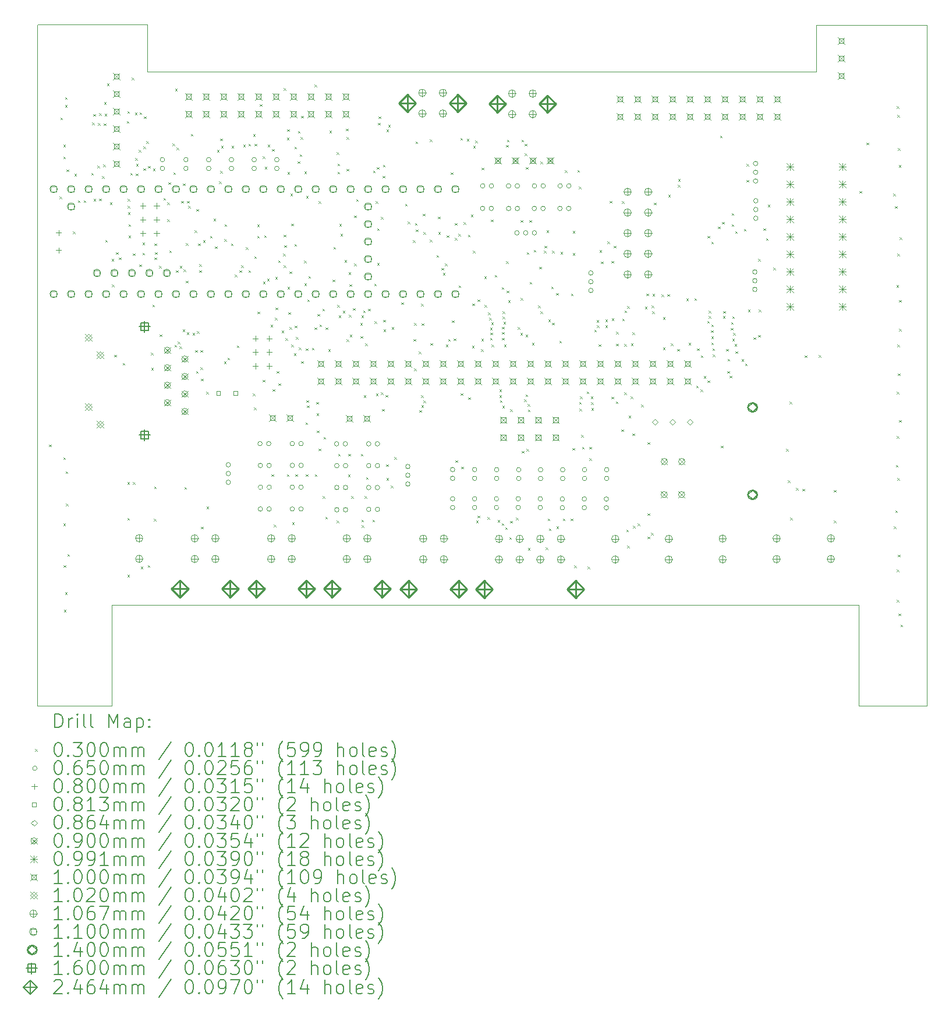
<source format=gbr>
%TF.GenerationSoftware,KiCad,Pcbnew,8.0.3*%
%TF.CreationDate,2025-06-03T03:01:30-07:00*%
%TF.ProjectId,MLU_BreakoutV2,4d4c555f-4272-4656-916b-6f757456322e,rev?*%
%TF.SameCoordinates,Original*%
%TF.FileFunction,Drillmap*%
%TF.FilePolarity,Positive*%
%FSLAX45Y45*%
G04 Gerber Fmt 4.5, Leading zero omitted, Abs format (unit mm)*
G04 Created by KiCad (PCBNEW 8.0.3) date 2025-06-03 03:01:30*
%MOMM*%
%LPD*%
G01*
G04 APERTURE LIST*
%ADD10C,0.050000*%
%ADD11C,0.200000*%
%ADD12C,0.100000*%
%ADD13C,0.102000*%
%ADD14C,0.106680*%
%ADD15C,0.110000*%
%ADD16C,0.140000*%
%ADD17C,0.160000*%
%ADD18C,0.246380*%
G04 APERTURE END LIST*
D10*
X14183000Y-5812000D02*
X23461333Y-5812000D01*
X23916086Y-5811914D01*
X23916000Y-5130200D01*
X25517400Y-5130200D01*
X25517400Y-15017760D01*
X25516160Y-15019000D01*
X24530000Y-15019000D01*
X24526720Y-14408280D01*
X24526720Y-13553000D01*
X13665162Y-13553000D01*
X13665162Y-15021000D01*
X13525162Y-15021000D01*
X12587080Y-15021000D01*
X12583840Y-15017760D01*
X12583840Y-5130200D01*
X12589040Y-5125000D01*
X14183000Y-5125000D01*
X14183000Y-5812000D01*
D11*
D12*
X12756120Y-11224500D02*
X12786120Y-11254500D01*
X12786120Y-11224500D02*
X12756120Y-11254500D01*
X12905980Y-7622780D02*
X12935980Y-7652780D01*
X12935980Y-7622780D02*
X12905980Y-7652780D01*
X12922260Y-6476785D02*
X12952260Y-6506785D01*
X12952260Y-6476785D02*
X12922260Y-6506785D01*
X12962878Y-7040832D02*
X12992878Y-7070832D01*
X12992878Y-7040832D02*
X12962878Y-7070832D01*
X12963100Y-11411619D02*
X12993100Y-11441619D01*
X12993100Y-11411619D02*
X12963100Y-11441619D01*
X12963341Y-12374570D02*
X12993341Y-12404570D01*
X12993341Y-12374570D02*
X12963341Y-12404570D01*
X12964115Y-6870287D02*
X12994115Y-6900287D01*
X12994115Y-6870287D02*
X12964115Y-6900287D01*
X12966365Y-12976405D02*
X12996365Y-13006405D01*
X12996365Y-12976405D02*
X12966365Y-13006405D01*
X12972672Y-13625099D02*
X13002672Y-13655099D01*
X13002672Y-13625099D02*
X12972672Y-13655099D01*
X12987260Y-6294360D02*
X13017260Y-6324360D01*
X13017260Y-6294360D02*
X12987260Y-6324360D01*
X12988530Y-13371139D02*
X13018530Y-13401139D01*
X13018530Y-13371139D02*
X12988530Y-13401139D01*
X12989800Y-6180060D02*
X13019800Y-6210060D01*
X13019800Y-6180060D02*
X12989800Y-6210060D01*
X12996219Y-11615432D02*
X13026219Y-11645432D01*
X13026219Y-11615432D02*
X12996219Y-11645432D01*
X12999020Y-12083689D02*
X13029020Y-12113689D01*
X13029020Y-12083689D02*
X12999020Y-12113689D01*
X13010120Y-7229080D02*
X13040120Y-7259080D01*
X13040120Y-7229080D02*
X13010120Y-7259080D01*
X13022046Y-12818240D02*
X13052046Y-12848240D01*
X13052046Y-12818240D02*
X13022046Y-12848240D01*
X13102000Y-8129000D02*
X13132000Y-8159000D01*
X13132000Y-8129000D02*
X13102000Y-8159000D01*
X13124420Y-7292580D02*
X13154420Y-7322580D01*
X13154420Y-7292580D02*
X13124420Y-7322580D01*
X13175000Y-7678000D02*
X13205000Y-7708000D01*
X13205000Y-7678000D02*
X13175000Y-7708000D01*
X13260000Y-7678000D02*
X13290000Y-7708000D01*
X13290000Y-7678000D02*
X13260000Y-7708000D01*
X13371000Y-7279464D02*
X13401000Y-7309464D01*
X13401000Y-7279464D02*
X13371000Y-7309464D01*
X13383155Y-6548858D02*
X13413155Y-6578858D01*
X13413155Y-6548858D02*
X13383155Y-6578858D01*
X13401000Y-6423000D02*
X13431000Y-6453000D01*
X13431000Y-6423000D02*
X13401000Y-6453000D01*
X13404754Y-7656254D02*
X13434754Y-7686254D01*
X13434754Y-7656254D02*
X13404754Y-7686254D01*
X13460521Y-7174010D02*
X13490521Y-7204010D01*
X13490521Y-7174010D02*
X13460521Y-7204010D01*
X13468000Y-6554000D02*
X13498000Y-6584000D01*
X13498000Y-6554000D02*
X13468000Y-6584000D01*
X13484000Y-6410000D02*
X13514000Y-6440000D01*
X13514000Y-6410000D02*
X13484000Y-6440000D01*
X13485500Y-7652000D02*
X13515500Y-7682000D01*
X13515500Y-7652000D02*
X13485500Y-7682000D01*
X13527000Y-7328000D02*
X13557000Y-7358000D01*
X13557000Y-7328000D02*
X13527000Y-7358000D01*
X13544000Y-7158000D02*
X13574000Y-7188000D01*
X13574000Y-7158000D02*
X13544000Y-7188000D01*
X13553000Y-6562000D02*
X13583000Y-6592000D01*
X13583000Y-6562000D02*
X13553000Y-6592000D01*
X13555000Y-6252000D02*
X13585000Y-6282000D01*
X13585000Y-6252000D02*
X13555000Y-6282000D01*
X13564000Y-6420000D02*
X13594000Y-6450000D01*
X13594000Y-6420000D02*
X13564000Y-6450000D01*
X13572000Y-8254501D02*
X13602000Y-8284501D01*
X13602000Y-8254501D02*
X13572000Y-8284501D01*
X13597000Y-5981000D02*
X13627000Y-6011000D01*
X13627000Y-5981000D02*
X13597000Y-6011000D01*
X13642000Y-7708000D02*
X13672000Y-7738000D01*
X13672000Y-7708000D02*
X13642000Y-7738000D01*
X13667000Y-8528000D02*
X13697000Y-8558000D01*
X13697000Y-8528000D02*
X13667000Y-8558000D01*
X13672000Y-8900000D02*
X13702000Y-8930000D01*
X13702000Y-8900000D02*
X13672000Y-8930000D01*
X13703530Y-9921470D02*
X13733530Y-9951470D01*
X13733530Y-9921470D02*
X13703530Y-9951470D01*
X13730000Y-8433000D02*
X13760000Y-8463000D01*
X13760000Y-8433000D02*
X13730000Y-8463000D01*
X13769580Y-8509240D02*
X13799580Y-8539240D01*
X13799580Y-8509240D02*
X13769580Y-8539240D01*
X13825460Y-10038320D02*
X13855460Y-10068320D01*
X13855460Y-10038320D02*
X13825460Y-10068320D01*
X13887000Y-6528000D02*
X13917000Y-6558000D01*
X13917000Y-6528000D02*
X13887000Y-6558000D01*
X13892796Y-6380703D02*
X13922796Y-6410703D01*
X13922796Y-6380703D02*
X13892796Y-6410703D01*
X13894312Y-13117072D02*
X13924312Y-13147072D01*
X13924312Y-13117072D02*
X13894312Y-13147072D01*
X13895700Y-11773140D02*
X13925700Y-11803140D01*
X13925700Y-11773140D02*
X13895700Y-11803140D01*
X13895700Y-12291300D02*
X13925700Y-12321300D01*
X13925700Y-12291300D02*
X13895700Y-12321300D01*
X13898000Y-7655549D02*
X13928000Y-7685549D01*
X13928000Y-7655549D02*
X13898000Y-7685549D01*
X13898000Y-7759000D02*
X13928000Y-7789000D01*
X13928000Y-7759000D02*
X13898000Y-7789000D01*
X13902984Y-7850012D02*
X13932984Y-7880012D01*
X13932984Y-7850012D02*
X13902984Y-7880012D01*
X13910647Y-8023647D02*
X13940647Y-8053647D01*
X13940647Y-8023647D02*
X13910647Y-8053647D01*
X13912000Y-8192000D02*
X13942000Y-8222000D01*
X13942000Y-8192000D02*
X13912000Y-8222000D01*
X13937000Y-7281000D02*
X13967000Y-7311000D01*
X13967000Y-7281000D02*
X13937000Y-7311000D01*
X13960000Y-5895000D02*
X13990000Y-5925000D01*
X13990000Y-5895000D02*
X13960000Y-5925000D01*
X13975000Y-8450000D02*
X14005000Y-8480000D01*
X14005000Y-8450000D02*
X13975000Y-8480000D01*
X13976941Y-11769681D02*
X14006941Y-11799681D01*
X14006941Y-11769681D02*
X13976941Y-11799681D01*
X14002796Y-6401671D02*
X14032796Y-6431671D01*
X14032796Y-6401671D02*
X14002796Y-6431671D01*
X14007456Y-7064531D02*
X14037456Y-7094531D01*
X14037456Y-7064531D02*
X14007456Y-7094531D01*
X14018559Y-7290120D02*
X14048559Y-7320120D01*
X14048559Y-7290120D02*
X14018559Y-7320120D01*
X14021073Y-7148434D02*
X14051073Y-7178434D01*
X14051073Y-7148434D02*
X14021073Y-7178434D01*
X14060475Y-6945037D02*
X14090475Y-6975037D01*
X14090475Y-6945037D02*
X14060475Y-6975037D01*
X14069300Y-8608300D02*
X14099300Y-8638300D01*
X14099300Y-8608300D02*
X14069300Y-8638300D01*
X14072742Y-6400130D02*
X14102742Y-6430130D01*
X14102742Y-6400130D02*
X14072742Y-6430130D01*
X14090099Y-13000439D02*
X14120099Y-13030439D01*
X14120099Y-13000439D02*
X14090099Y-13030439D01*
X14115000Y-8440000D02*
X14145000Y-8470000D01*
X14145000Y-8440000D02*
X14115000Y-8470000D01*
X14116000Y-8291000D02*
X14146000Y-8321000D01*
X14146000Y-8291000D02*
X14116000Y-8321000D01*
X14128979Y-7212585D02*
X14158979Y-7242585D01*
X14158979Y-7212585D02*
X14128979Y-7242585D01*
X14129338Y-6895209D02*
X14159338Y-6925209D01*
X14159338Y-6895209D02*
X14129338Y-6925209D01*
X14135000Y-6458000D02*
X14165000Y-6488000D01*
X14165000Y-6458000D02*
X14135000Y-6488000D01*
X14168944Y-6820000D02*
X14198944Y-6850000D01*
X14198944Y-6820000D02*
X14168944Y-6850000D01*
X14191220Y-12977100D02*
X14221220Y-13007100D01*
X14221220Y-12977100D02*
X14191220Y-13007100D01*
X14195000Y-7177000D02*
X14225000Y-7207000D01*
X14225000Y-7177000D02*
X14195000Y-7207000D01*
X14239480Y-9893540D02*
X14269480Y-9923540D01*
X14269480Y-9893540D02*
X14239480Y-9923540D01*
X14242020Y-10111980D02*
X14272020Y-10141980D01*
X14272020Y-10111980D02*
X14242020Y-10141980D01*
X14259800Y-9192500D02*
X14289800Y-9222500D01*
X14289800Y-9192500D02*
X14259800Y-9222500D01*
X14267000Y-7214000D02*
X14297000Y-7244000D01*
X14297000Y-7214000D02*
X14267000Y-7244000D01*
X14277580Y-12304000D02*
X14307580Y-12334000D01*
X14307580Y-12304000D02*
X14277580Y-12334000D01*
X14282660Y-11836640D02*
X14312660Y-11866640D01*
X14312660Y-11836640D02*
X14282660Y-11866640D01*
X14286420Y-8303500D02*
X14316420Y-8333500D01*
X14316420Y-8303500D02*
X14286420Y-8333500D01*
X14288000Y-8509240D02*
X14318000Y-8539240D01*
X14318000Y-8509240D02*
X14288000Y-8539240D01*
X14296000Y-8433000D02*
X14326000Y-8463000D01*
X14326000Y-8433000D02*
X14296000Y-8463000D01*
X14354000Y-8628000D02*
X14384000Y-8658000D01*
X14384000Y-8628000D02*
X14354000Y-8658000D01*
X14363940Y-9626840D02*
X14393940Y-9656840D01*
X14393940Y-9626840D02*
X14363940Y-9656840D01*
X14418000Y-7643100D02*
X14448000Y-7673100D01*
X14448000Y-7643100D02*
X14418000Y-7673100D01*
X14473000Y-7707000D02*
X14503000Y-7737000D01*
X14503000Y-7707000D02*
X14473000Y-7737000D01*
X14473000Y-7953000D02*
X14503000Y-7983000D01*
X14503000Y-7953000D02*
X14473000Y-7983000D01*
X14492154Y-7414817D02*
X14522154Y-7444817D01*
X14522154Y-7414817D02*
X14492154Y-7444817D01*
X14504131Y-8407426D02*
X14534131Y-8437426D01*
X14534131Y-8407426D02*
X14504131Y-8437426D01*
X14550948Y-6849948D02*
X14580948Y-6879948D01*
X14580948Y-6849948D02*
X14550948Y-6879948D01*
X14564000Y-7273000D02*
X14594000Y-7303000D01*
X14594000Y-7273000D02*
X14564000Y-7303000D01*
X14579840Y-9776700D02*
X14609840Y-9806700D01*
X14609840Y-9776700D02*
X14579840Y-9806700D01*
X14587000Y-6055000D02*
X14617000Y-6085000D01*
X14617000Y-6055000D02*
X14587000Y-6085000D01*
X14600000Y-8693000D02*
X14630000Y-8723000D01*
X14630000Y-8693000D02*
X14600000Y-8723000D01*
X14611052Y-6910052D02*
X14641052Y-6940052D01*
X14641052Y-6910052D02*
X14611052Y-6940052D01*
X14627740Y-9728800D02*
X14657740Y-9758800D01*
X14657740Y-9728800D02*
X14627740Y-9758800D01*
X14650727Y-9800191D02*
X14680727Y-9830191D01*
X14680727Y-9800191D02*
X14650727Y-9830191D01*
X14654875Y-8631047D02*
X14684875Y-8661047D01*
X14684875Y-8631047D02*
X14654875Y-8661047D01*
X14677333Y-7684297D02*
X14707333Y-7714297D01*
X14707333Y-7684297D02*
X14677333Y-7714297D01*
X14699820Y-9553000D02*
X14729820Y-9583000D01*
X14729820Y-9553000D02*
X14699820Y-9583000D01*
X14704300Y-7432280D02*
X14734300Y-7462280D01*
X14734300Y-7432280D02*
X14704300Y-7462280D01*
X14712542Y-8679000D02*
X14742542Y-8709000D01*
X14742542Y-8679000D02*
X14712542Y-8709000D01*
X14724620Y-11841720D02*
X14754620Y-11871720D01*
X14754620Y-11841720D02*
X14724620Y-11871720D01*
X14744940Y-8298420D02*
X14774940Y-8328420D01*
X14774940Y-8298420D02*
X14744940Y-8328420D01*
X14745000Y-8846000D02*
X14775000Y-8876000D01*
X14775000Y-8846000D02*
X14745000Y-8876000D01*
X14759820Y-9594000D02*
X14789820Y-9624000D01*
X14789820Y-9594000D02*
X14759820Y-9624000D01*
X14764152Y-7686263D02*
X14794152Y-7716263D01*
X14794152Y-7686263D02*
X14764152Y-7716263D01*
X14780084Y-7759552D02*
X14810084Y-7789552D01*
X14810084Y-7759552D02*
X14780084Y-7789552D01*
X14816060Y-6713460D02*
X14846060Y-6743460D01*
X14846060Y-6713460D02*
X14816060Y-6743460D01*
X14843119Y-9605881D02*
X14873119Y-9635881D01*
X14873119Y-9605881D02*
X14843119Y-9635881D01*
X14871940Y-8115540D02*
X14901940Y-8145540D01*
X14901940Y-8115540D02*
X14871940Y-8145540D01*
X14882780Y-9852900D02*
X14912780Y-9882900D01*
X14912780Y-9852900D02*
X14882780Y-9882900D01*
X14892780Y-10156820D02*
X14922780Y-10186820D01*
X14922780Y-10156820D02*
X14892780Y-10186820D01*
X14895851Y-7806542D02*
X14925851Y-7836542D01*
X14925851Y-7806542D02*
X14895851Y-7836542D01*
X14907621Y-9578459D02*
X14937621Y-9608459D01*
X14937621Y-9578459D02*
X14907621Y-9608459D01*
X14923620Y-8304380D02*
X14953620Y-8334380D01*
X14953620Y-8304380D02*
X14923620Y-8334380D01*
X14939014Y-8692120D02*
X14969014Y-8722120D01*
X14969014Y-8692120D02*
X14939014Y-8722120D01*
X14940000Y-8604000D02*
X14970000Y-8634000D01*
X14970000Y-8604000D02*
X14940000Y-8634000D01*
X14957780Y-9852900D02*
X14987780Y-9882900D01*
X14987780Y-9852900D02*
X14957780Y-9882900D01*
X14957780Y-10101820D02*
X14987780Y-10131820D01*
X14987780Y-10101820D02*
X14957780Y-10131820D01*
X14965920Y-10269460D02*
X14995920Y-10299460D01*
X14995920Y-10269460D02*
X14965920Y-10299460D01*
X14965920Y-12418300D02*
X14995920Y-12448300D01*
X14995920Y-12418300D02*
X14965920Y-12448300D01*
X14996770Y-8256298D02*
X15026770Y-8286298D01*
X15026770Y-8256298D02*
X14996770Y-8286298D01*
X15042120Y-10459960D02*
X15072120Y-10489960D01*
X15072120Y-10459960D02*
X15042120Y-10489960D01*
X15047200Y-12126200D02*
X15077200Y-12156200D01*
X15077200Y-12126200D02*
X15047200Y-12156200D01*
X15098000Y-8193000D02*
X15128000Y-8223000D01*
X15128000Y-8193000D02*
X15098000Y-8223000D01*
X15147920Y-7942799D02*
X15177920Y-7972799D01*
X15177920Y-7942799D02*
X15147920Y-7972799D01*
X15168553Y-8345011D02*
X15198553Y-8375011D01*
X15198553Y-8345011D02*
X15168553Y-8375011D01*
X15197948Y-6947052D02*
X15227948Y-6977052D01*
X15227948Y-6947052D02*
X15197948Y-6977052D01*
X15227540Y-7401800D02*
X15257540Y-7431800D01*
X15257540Y-7401800D02*
X15227540Y-7431800D01*
X15245320Y-6779500D02*
X15275320Y-6809500D01*
X15275320Y-6779500D02*
X15245320Y-6809500D01*
X15245320Y-7249400D02*
X15275320Y-7279400D01*
X15275320Y-7249400D02*
X15245320Y-7279400D01*
X15258052Y-6886948D02*
X15288052Y-6916948D01*
X15288052Y-6886948D02*
X15258052Y-6916948D01*
X15299088Y-10017572D02*
X15329088Y-10047572D01*
X15329088Y-10017572D02*
X15299088Y-10047572D01*
X15306280Y-8241580D02*
X15336280Y-8271580D01*
X15336280Y-8241580D02*
X15306280Y-8271580D01*
X15307000Y-8025623D02*
X15337000Y-8055623D01*
X15337000Y-8025623D02*
X15307000Y-8055623D01*
X15352121Y-9964539D02*
X15382121Y-9994539D01*
X15382121Y-9964539D02*
X15352121Y-9994539D01*
X15402000Y-8303500D02*
X15432000Y-8333500D01*
X15432000Y-8303500D02*
X15402000Y-8333500D01*
X15409000Y-6886000D02*
X15439000Y-6916000D01*
X15439000Y-6886000D02*
X15409000Y-6916000D01*
X15457000Y-8758000D02*
X15487000Y-8788000D01*
X15487000Y-8758000D02*
X15457000Y-8788000D01*
X15486620Y-9786860D02*
X15516620Y-9816860D01*
X15516620Y-9786860D02*
X15486620Y-9816860D01*
X15526000Y-8692120D02*
X15556000Y-8722120D01*
X15556000Y-8692120D02*
X15526000Y-8722120D01*
X15551302Y-8621517D02*
X15581302Y-8651517D01*
X15581302Y-8621517D02*
X15551302Y-8651517D01*
X15579372Y-6866919D02*
X15609372Y-6896919D01*
X15609372Y-6866919D02*
X15579372Y-6896919D01*
X15618700Y-8358500D02*
X15648700Y-8388500D01*
X15648700Y-8358500D02*
X15618700Y-8388500D01*
X15653737Y-6857177D02*
X15683737Y-6887177D01*
X15683737Y-6857177D02*
X15653737Y-6887177D01*
X15656000Y-8695000D02*
X15686000Y-8725000D01*
X15686000Y-8695000D02*
X15656000Y-8725000D01*
X15721226Y-10486286D02*
X15751226Y-10516286D01*
X15751226Y-10486286D02*
X15721226Y-10516286D01*
X15723860Y-6718540D02*
X15753860Y-6748540D01*
X15753860Y-6718540D02*
X15723860Y-6748540D01*
X15736847Y-10689867D02*
X15766847Y-10719867D01*
X15766847Y-10689867D02*
X15736847Y-10719867D01*
X15741406Y-8491000D02*
X15771406Y-8521000D01*
X15771406Y-8491000D02*
X15741406Y-8521000D01*
X15745919Y-6856919D02*
X15775919Y-6886919D01*
X15775919Y-6856919D02*
X15745919Y-6886919D01*
X15781026Y-8193245D02*
X15811026Y-8223245D01*
X15811026Y-8193245D02*
X15781026Y-8223245D01*
X15783000Y-8030000D02*
X15813000Y-8060000D01*
X15813000Y-8030000D02*
X15783000Y-8060000D01*
X15787000Y-9296000D02*
X15817000Y-9326000D01*
X15817000Y-9296000D02*
X15787000Y-9326000D01*
X15819360Y-6281660D02*
X15849360Y-6311660D01*
X15849360Y-6281660D02*
X15819360Y-6311660D01*
X15861303Y-10286003D02*
X15891303Y-10316003D01*
X15891303Y-10286003D02*
X15861303Y-10316003D01*
X15863000Y-7040000D02*
X15893000Y-7070000D01*
X15893000Y-7040000D02*
X15863000Y-7070000D01*
X15869000Y-8857000D02*
X15899000Y-8887000D01*
X15899000Y-8857000D02*
X15869000Y-8887000D01*
X15883000Y-8184000D02*
X15913000Y-8214000D01*
X15913000Y-8184000D02*
X15883000Y-8214000D01*
X15892000Y-7190000D02*
X15922000Y-7220000D01*
X15922000Y-7190000D02*
X15892000Y-7220000D01*
X15926000Y-8815426D02*
X15956000Y-8845426D01*
X15956000Y-8815426D02*
X15926000Y-8845426D01*
X15935000Y-6867060D02*
X15965000Y-6897060D01*
X15965000Y-6867060D02*
X15935000Y-6897060D01*
X15976840Y-9487140D02*
X16006840Y-9517140D01*
X16006840Y-9487140D02*
X15976840Y-9517140D01*
X15992080Y-11658840D02*
X16022080Y-11688840D01*
X16022080Y-11658840D02*
X15992080Y-11688840D01*
X16000000Y-6932000D02*
X16030000Y-6962000D01*
X16030000Y-6932000D02*
X16000000Y-6962000D01*
X16004780Y-10421860D02*
X16034780Y-10451860D01*
X16034780Y-10421860D02*
X16004780Y-10451860D01*
X16025100Y-12387820D02*
X16055100Y-12417820D01*
X16055100Y-12387820D02*
X16025100Y-12417820D01*
X16038780Y-9383200D02*
X16068780Y-9413200D01*
X16068780Y-9383200D02*
X16038780Y-9413200D01*
X16046000Y-8791000D02*
X16076000Y-8821000D01*
X16076000Y-8791000D02*
X16046000Y-8821000D01*
X16047960Y-9236000D02*
X16077960Y-9266000D01*
X16077960Y-9236000D02*
X16047960Y-9266000D01*
X16065740Y-10160240D02*
X16095740Y-10190240D01*
X16095740Y-10160240D02*
X16065740Y-10190240D01*
X16089000Y-8551000D02*
X16119000Y-8581000D01*
X16119000Y-8551000D02*
X16089000Y-8581000D01*
X16089907Y-10336807D02*
X16119907Y-10366807D01*
X16119907Y-10336807D02*
X16089907Y-10366807D01*
X16139400Y-9570960D02*
X16169400Y-9600960D01*
X16169400Y-9570960D02*
X16139400Y-9600960D01*
X16159270Y-8451564D02*
X16189270Y-8481564D01*
X16189270Y-8451564D02*
X16159270Y-8481564D01*
X16167340Y-8179040D02*
X16197340Y-8209040D01*
X16197340Y-8179040D02*
X16167340Y-8209040D01*
X16168000Y-6050000D02*
X16198000Y-6080000D01*
X16198000Y-6050000D02*
X16168000Y-6080000D01*
X16168000Y-8624000D02*
X16198000Y-8654000D01*
X16198000Y-8624000D02*
X16168000Y-8654000D01*
X16177500Y-8331440D02*
X16207500Y-8361440D01*
X16207500Y-8331440D02*
X16177500Y-8361440D01*
X16192740Y-9681840D02*
X16222740Y-9711840D01*
X16222740Y-9681840D02*
X16192740Y-9711840D01*
X16213000Y-6766000D02*
X16243000Y-6796000D01*
X16243000Y-6766000D02*
X16213000Y-6796000D01*
X16215600Y-11658840D02*
X16245600Y-11688840D01*
X16245600Y-11658840D02*
X16215600Y-11688840D01*
X16218880Y-6643997D02*
X16248880Y-6673997D01*
X16248880Y-6643997D02*
X16218880Y-6673997D01*
X16221000Y-8934000D02*
X16251000Y-8964000D01*
X16251000Y-8934000D02*
X16221000Y-8964000D01*
X16223220Y-7267180D02*
X16253220Y-7297180D01*
X16253220Y-7267180D02*
X16223220Y-7297180D01*
X16236000Y-9302000D02*
X16266000Y-9332000D01*
X16266000Y-9302000D02*
X16236000Y-9332000D01*
X16252000Y-8711000D02*
X16282000Y-8741000D01*
X16282000Y-8711000D02*
X16252000Y-8741000D01*
X16254000Y-9521000D02*
X16284000Y-9551000D01*
X16284000Y-9521000D02*
X16254000Y-9551000D01*
X16267051Y-7578949D02*
X16297051Y-7608949D01*
X16297051Y-7578949D02*
X16267051Y-7608949D01*
X16278309Y-8017360D02*
X16308309Y-8047360D01*
X16308309Y-8017360D02*
X16278309Y-8047360D01*
X16280000Y-9771000D02*
X16310000Y-9801000D01*
X16310000Y-9771000D02*
X16280000Y-9801000D01*
X16291800Y-12357340D02*
X16321800Y-12387340D01*
X16321800Y-12357340D02*
X16291800Y-12387340D01*
X16316000Y-9898000D02*
X16346000Y-9928000D01*
X16346000Y-9898000D02*
X16316000Y-9928000D01*
X16325670Y-6899092D02*
X16355670Y-6929092D01*
X16355670Y-6899092D02*
X16325670Y-6929092D01*
X16326109Y-8314040D02*
X16356109Y-8344040D01*
X16356109Y-8314040D02*
X16326109Y-8344040D01*
X16330000Y-9499000D02*
X16360000Y-9529000D01*
X16360000Y-9499000D02*
X16330000Y-9529000D01*
X16334980Y-11656300D02*
X16364980Y-11686300D01*
X16364980Y-11656300D02*
X16334980Y-11686300D01*
X16347000Y-9664000D02*
X16377000Y-9694000D01*
X16377000Y-9664000D02*
X16347000Y-9694000D01*
X16373080Y-7109700D02*
X16403080Y-7139700D01*
X16403080Y-7109700D02*
X16373080Y-7139700D01*
X16375422Y-6668971D02*
X16405422Y-6698971D01*
X16405422Y-6668971D02*
X16375422Y-6698971D01*
X16386017Y-9814460D02*
X16416017Y-9844460D01*
X16416017Y-9814460D02*
X16386017Y-9844460D01*
X16400860Y-7008100D02*
X16430860Y-7038100D01*
X16430860Y-7008100D02*
X16400860Y-7038100D01*
X16415000Y-6757000D02*
X16445000Y-6787000D01*
X16445000Y-6757000D02*
X16415000Y-6787000D01*
X16420000Y-10015000D02*
X16450000Y-10045000D01*
X16450000Y-10015000D02*
X16420000Y-10045000D01*
X16423880Y-6449300D02*
X16453880Y-6479300D01*
X16453880Y-6449300D02*
X16423880Y-6479300D01*
X16462000Y-8556000D02*
X16492000Y-8586000D01*
X16492000Y-8556000D02*
X16462000Y-8586000D01*
X16467262Y-8886199D02*
X16497262Y-8916199D01*
X16497262Y-8886199D02*
X16467262Y-8916199D01*
X16469600Y-7257020D02*
X16499600Y-7287020D01*
X16499600Y-7257020D02*
X16469600Y-7287020D01*
X16485060Y-10902140D02*
X16515060Y-10932140D01*
X16515060Y-10902140D02*
X16485060Y-10932140D01*
X16489920Y-11658840D02*
X16519920Y-11688840D01*
X16519920Y-11658840D02*
X16489920Y-11688840D01*
X16490187Y-9829000D02*
X16520187Y-9859000D01*
X16520187Y-9829000D02*
X16490187Y-9859000D01*
X16495000Y-7612620D02*
X16525000Y-7642620D01*
X16525000Y-7612620D02*
X16495000Y-7642620D01*
X16498000Y-10583000D02*
X16528000Y-10613000D01*
X16528000Y-10583000D02*
X16498000Y-10613000D01*
X16505149Y-10657659D02*
X16535149Y-10687659D01*
X16535149Y-10657659D02*
X16505149Y-10687659D01*
X16511514Y-9116000D02*
X16541514Y-9146000D01*
X16541514Y-9116000D02*
X16511514Y-9146000D01*
X16527430Y-8777693D02*
X16557430Y-8807693D01*
X16557430Y-8777693D02*
X16527430Y-8807693D01*
X16576630Y-9818631D02*
X16606630Y-9848631D01*
X16606630Y-9818631D02*
X16576630Y-9848631D01*
X16615000Y-5998000D02*
X16645000Y-6028000D01*
X16645000Y-5998000D02*
X16615000Y-6028000D01*
X16615496Y-9524749D02*
X16645496Y-9554749D01*
X16645496Y-9524749D02*
X16615496Y-9554749D01*
X16619460Y-11658840D02*
X16649460Y-11688840D01*
X16649460Y-11658840D02*
X16619460Y-11688840D01*
X16641500Y-10609000D02*
X16671500Y-10639000D01*
X16671500Y-10609000D02*
X16641500Y-10639000D01*
X16647400Y-10772380D02*
X16677400Y-10802380D01*
X16677400Y-10772380D02*
X16647400Y-10802380D01*
X16648280Y-11021300D02*
X16678280Y-11051300D01*
X16678280Y-11021300D02*
X16648280Y-11051300D01*
X16661000Y-9329000D02*
X16691000Y-9359000D01*
X16691000Y-9329000D02*
X16661000Y-9359000D01*
X16675340Y-7688500D02*
X16705340Y-7718500D01*
X16705340Y-7688500D02*
X16675340Y-7718500D01*
X16675340Y-11282920D02*
X16705340Y-11312920D01*
X16705340Y-11282920D02*
X16675340Y-11312920D01*
X16689402Y-9482000D02*
X16719402Y-9512000D01*
X16719402Y-9482000D02*
X16689402Y-9512000D01*
X16731410Y-9254002D02*
X16761410Y-9284002D01*
X16761410Y-9254002D02*
X16731410Y-9284002D01*
X16733760Y-11973800D02*
X16763760Y-12003800D01*
X16763760Y-11973800D02*
X16733760Y-12003800D01*
X16746460Y-11115280D02*
X16776460Y-11145280D01*
X16776460Y-11115280D02*
X16746460Y-11145280D01*
X16771860Y-12273520D02*
X16801860Y-12303520D01*
X16801860Y-12273520D02*
X16771860Y-12303520D01*
X16776000Y-9525000D02*
X16806000Y-9555000D01*
X16806000Y-9525000D02*
X16776000Y-9555000D01*
X16815149Y-9841449D02*
X16845149Y-9871449D01*
X16845149Y-9841449D02*
X16815149Y-9871449D01*
X16833000Y-6666000D02*
X16863000Y-6696000D01*
X16863000Y-6666000D02*
X16833000Y-6696000D01*
X16878540Y-8829280D02*
X16908540Y-8859280D01*
X16908540Y-8829280D02*
X16878540Y-8859280D01*
X16889992Y-8354040D02*
X16919992Y-8384040D01*
X16919992Y-8354040D02*
X16889992Y-8384040D01*
X16936000Y-6980160D02*
X16966000Y-7010160D01*
X16966000Y-6980160D02*
X16936000Y-7010160D01*
X16936960Y-12329400D02*
X16966960Y-12359400D01*
X16966960Y-12329400D02*
X16936960Y-12359400D01*
X16947000Y-9197000D02*
X16977000Y-9227000D01*
X16977000Y-9197000D02*
X16947000Y-9227000D01*
X16949660Y-7264640D02*
X16979660Y-7294640D01*
X16979660Y-7264640D02*
X16949660Y-7294640D01*
X16950527Y-7144640D02*
X16980527Y-7174640D01*
X16980527Y-7144640D02*
X16950527Y-7174640D01*
X16959820Y-11359120D02*
X16989820Y-11389120D01*
X16989820Y-11359120D02*
X16959820Y-11389120D01*
X16966000Y-9349509D02*
X16996000Y-9379509D01*
X16996000Y-9349509D02*
X16966000Y-9379509D01*
X16977600Y-8019900D02*
X17007600Y-8049900D01*
X17007600Y-8019900D02*
X16977600Y-8049900D01*
X16994879Y-8164879D02*
X17024879Y-8194879D01*
X17024879Y-8164879D02*
X16994879Y-8194879D01*
X17026000Y-9282000D02*
X17056000Y-9312000D01*
X17056000Y-9282000D02*
X17026000Y-9312000D01*
X17053800Y-8544800D02*
X17083800Y-8574800D01*
X17083800Y-8544800D02*
X17053800Y-8574800D01*
X17075000Y-6638000D02*
X17105000Y-6668000D01*
X17105000Y-6638000D02*
X17075000Y-6668000D01*
X17081740Y-7221920D02*
X17111740Y-7251920D01*
X17111740Y-7221920D02*
X17081740Y-7251920D01*
X17083481Y-6758000D02*
X17113481Y-6788000D01*
X17113481Y-6758000D02*
X17083481Y-6788000D01*
X17084049Y-9697951D02*
X17114049Y-9727951D01*
X17114049Y-9697951D02*
X17084049Y-9727951D01*
X17104600Y-11661380D02*
X17134600Y-11691380D01*
X17134600Y-11661380D02*
X17104600Y-11691380D01*
X17109680Y-11359120D02*
X17139680Y-11389120D01*
X17139680Y-11359120D02*
X17109680Y-11389120D01*
X17112220Y-8722600D02*
X17142220Y-8752600D01*
X17142220Y-8722600D02*
X17112220Y-8752600D01*
X17114000Y-9341000D02*
X17144000Y-9371000D01*
X17144000Y-9341000D02*
X17114000Y-9371000D01*
X17126012Y-8897605D02*
X17156012Y-8927605D01*
X17156012Y-8897605D02*
X17126012Y-8927605D01*
X17128264Y-9630833D02*
X17158264Y-9660833D01*
X17158264Y-9630833D02*
X17128264Y-9660833D01*
X17150320Y-11973800D02*
X17180320Y-12003800D01*
X17180320Y-11973800D02*
X17150320Y-12003800D01*
X17173040Y-9243683D02*
X17203040Y-9273683D01*
X17203040Y-9243683D02*
X17173040Y-9273683D01*
X17190960Y-7897100D02*
X17220960Y-7927100D01*
X17220960Y-7897100D02*
X17190960Y-7927100D01*
X17190960Y-8598600D02*
X17220960Y-8628600D01*
X17220960Y-8598600D02*
X17190960Y-8628600D01*
X17220642Y-7661715D02*
X17250642Y-7691715D01*
X17250642Y-7661715D02*
X17220642Y-7691715D01*
X17280378Y-9461073D02*
X17310378Y-9491073D01*
X17310378Y-9461073D02*
X17280378Y-9491073D01*
X17286000Y-9649000D02*
X17316000Y-9679000D01*
X17316000Y-9649000D02*
X17286000Y-9679000D01*
X17290020Y-11359120D02*
X17320020Y-11389120D01*
X17320020Y-11359120D02*
X17290020Y-11389120D01*
X17297000Y-12319240D02*
X17327000Y-12349240D01*
X17327000Y-12319240D02*
X17297000Y-12349240D01*
X17299034Y-9347887D02*
X17329034Y-9377887D01*
X17329034Y-9347887D02*
X17299034Y-9377887D01*
X17303000Y-12397000D02*
X17333000Y-12427000D01*
X17333000Y-12397000D02*
X17303000Y-12427000D01*
X17323000Y-9278000D02*
X17353000Y-9308000D01*
X17353000Y-9278000D02*
X17323000Y-9308000D01*
X17330000Y-10508000D02*
X17360000Y-10538000D01*
X17360000Y-10508000D02*
X17330000Y-10538000D01*
X17345900Y-11976340D02*
X17375900Y-12006340D01*
X17375900Y-11976340D02*
X17345900Y-12006340D01*
X17351000Y-9754000D02*
X17381000Y-9784000D01*
X17381000Y-9754000D02*
X17351000Y-9784000D01*
X17366220Y-11699480D02*
X17396220Y-11729480D01*
X17396220Y-11699480D02*
X17366220Y-11729480D01*
X17393192Y-9251578D02*
X17423192Y-9281578D01*
X17423192Y-9251578D02*
X17393192Y-9281578D01*
X17457000Y-12317000D02*
X17487000Y-12347000D01*
X17487000Y-12317000D02*
X17457000Y-12347000D01*
X17468606Y-7247646D02*
X17498606Y-7277646D01*
X17498606Y-7247646D02*
X17468606Y-7277646D01*
X17483060Y-8887700D02*
X17513060Y-8917700D01*
X17513060Y-8887700D02*
X17483060Y-8917700D01*
X17487286Y-9435286D02*
X17517286Y-9465286D01*
X17517286Y-9435286D02*
X17487286Y-9465286D01*
X17506258Y-7691638D02*
X17536258Y-7721638D01*
X17536258Y-7691638D02*
X17506258Y-7721638D01*
X17509441Y-10484954D02*
X17539441Y-10514954D01*
X17539441Y-10484954D02*
X17509441Y-10514954D01*
X17521639Y-7194613D02*
X17551639Y-7224613D01*
X17551639Y-7194613D02*
X17521639Y-7224613D01*
X17525119Y-8589371D02*
X17555119Y-8619371D01*
X17555119Y-8589371D02*
X17525119Y-8619371D01*
X17526240Y-8083000D02*
X17556240Y-8113000D01*
X17556240Y-8083000D02*
X17526240Y-8113000D01*
X17541000Y-6552000D02*
X17571000Y-6582000D01*
X17571000Y-6552000D02*
X17541000Y-6582000D01*
X17549100Y-6459460D02*
X17579100Y-6489460D01*
X17579100Y-6459460D02*
X17549100Y-6489460D01*
X17579580Y-7917420D02*
X17609580Y-7947420D01*
X17609580Y-7917420D02*
X17579580Y-7947420D01*
X17582473Y-10467883D02*
X17612473Y-10497883D01*
X17612473Y-10467883D02*
X17582473Y-10497883D01*
X17597000Y-10708000D02*
X17627000Y-10738000D01*
X17627000Y-10708000D02*
X17597000Y-10738000D01*
X17607732Y-7320652D02*
X17637732Y-7350652D01*
X17637732Y-7320652D02*
X17607732Y-7350652D01*
X17610060Y-7160500D02*
X17640060Y-7190500D01*
X17640060Y-7160500D02*
X17610060Y-7190500D01*
X17614675Y-9412325D02*
X17644675Y-9442325D01*
X17644675Y-9412325D02*
X17614675Y-9442325D01*
X17618250Y-9554019D02*
X17648250Y-9584019D01*
X17648250Y-9554019D02*
X17618250Y-9584019D01*
X17650541Y-10505845D02*
X17680541Y-10535845D01*
X17680541Y-10505845D02*
X17650541Y-10535845D01*
X17660160Y-11513258D02*
X17690160Y-11543258D01*
X17690160Y-11513258D02*
X17660160Y-11543258D01*
X17662000Y-6648000D02*
X17692000Y-6678000D01*
X17692000Y-6648000D02*
X17662000Y-6678000D01*
X17663400Y-11712180D02*
X17693400Y-11742180D01*
X17693400Y-11712180D02*
X17663400Y-11742180D01*
X17688800Y-6581380D02*
X17718800Y-6611380D01*
X17718800Y-6581380D02*
X17688800Y-6611380D01*
X17727462Y-11822462D02*
X17757462Y-11852462D01*
X17757462Y-11822462D02*
X17727462Y-11852462D01*
X17738951Y-9518171D02*
X17768951Y-9548171D01*
X17768951Y-9518171D02*
X17738951Y-9548171D01*
X17775160Y-11407380D02*
X17805160Y-11437380D01*
X17805160Y-11407380D02*
X17775160Y-11437380D01*
X17877999Y-9160149D02*
X17907999Y-9190149D01*
X17907999Y-9160149D02*
X17877999Y-9190149D01*
X17933800Y-7728000D02*
X17963800Y-7758000D01*
X17963800Y-7728000D02*
X17933800Y-7758000D01*
X17973000Y-7988000D02*
X18003000Y-8018000D01*
X18003000Y-7988000D02*
X17973000Y-8018000D01*
X18045924Y-8259361D02*
X18075924Y-8289361D01*
X18075924Y-8259361D02*
X18045924Y-8289361D01*
X18058000Y-9693000D02*
X18088000Y-9723000D01*
X18088000Y-9693000D02*
X18058000Y-9723000D01*
X18064720Y-9459200D02*
X18094720Y-9489200D01*
X18094720Y-9459200D02*
X18064720Y-9489200D01*
X18064720Y-10122140D02*
X18094720Y-10152140D01*
X18094720Y-10122140D02*
X18064720Y-10152140D01*
X18076637Y-8006784D02*
X18106637Y-8036784D01*
X18106637Y-8006784D02*
X18076637Y-8036784D01*
X18087000Y-6822000D02*
X18117000Y-6852000D01*
X18117000Y-6822000D02*
X18087000Y-6852000D01*
X18087748Y-8099362D02*
X18117748Y-8129362D01*
X18117748Y-8099362D02*
X18087748Y-8129362D01*
X18130760Y-9873220D02*
X18160760Y-9903220D01*
X18160760Y-9873220D02*
X18130760Y-9903220D01*
X18142000Y-10724000D02*
X18172000Y-10754000D01*
X18172000Y-10724000D02*
X18142000Y-10754000D01*
X18166000Y-9182000D02*
X18196000Y-9212000D01*
X18196000Y-9182000D02*
X18166000Y-9212000D01*
X18166014Y-10509269D02*
X18196014Y-10539269D01*
X18196014Y-10509269D02*
X18166014Y-10539269D01*
X18168334Y-10653775D02*
X18198334Y-10683775D01*
X18198334Y-10653775D02*
X18168334Y-10683775D01*
X18176480Y-9464280D02*
X18206480Y-9494280D01*
X18206480Y-9464280D02*
X18176480Y-9494280D01*
X18192000Y-7873000D02*
X18222000Y-7903000D01*
X18222000Y-7873000D02*
X18192000Y-7903000D01*
X18199276Y-10585455D02*
X18229276Y-10615455D01*
X18229276Y-10585455D02*
X18199276Y-10615455D01*
X18201366Y-8138000D02*
X18231366Y-8168000D01*
X18231366Y-8138000D02*
X18201366Y-8168000D01*
X18293320Y-8247620D02*
X18323320Y-8277620D01*
X18323320Y-8247620D02*
X18293320Y-8277620D01*
X18294000Y-6792000D02*
X18324000Y-6822000D01*
X18324000Y-6792000D02*
X18294000Y-6822000D01*
X18301777Y-9752000D02*
X18331777Y-9782000D01*
X18331777Y-9752000D02*
X18301777Y-9782000D01*
X18391920Y-8472664D02*
X18421920Y-8502664D01*
X18421920Y-8472664D02*
X18391920Y-8502664D01*
X18413000Y-7916000D02*
X18443000Y-7946000D01*
X18443000Y-7916000D02*
X18413000Y-7946000D01*
X18414820Y-8138820D02*
X18444820Y-8168820D01*
X18444820Y-8138820D02*
X18414820Y-8168820D01*
X18463000Y-8659000D02*
X18493000Y-8689000D01*
X18493000Y-8659000D02*
X18463000Y-8689000D01*
X18484376Y-8730890D02*
X18514376Y-8760890D01*
X18514376Y-8730890D02*
X18484376Y-8760890D01*
X18513628Y-8594372D02*
X18543628Y-8624372D01*
X18543628Y-8594372D02*
X18513628Y-8624372D01*
X18526682Y-9771020D02*
X18556682Y-9801020D01*
X18556682Y-9771020D02*
X18526682Y-9801020D01*
X18539700Y-8187540D02*
X18569700Y-8217540D01*
X18569700Y-8187540D02*
X18539700Y-8217540D01*
X18558000Y-9692000D02*
X18588000Y-9722000D01*
X18588000Y-9692000D02*
X18558000Y-9722000D01*
X18598120Y-7269720D02*
X18628120Y-7299720D01*
X18628120Y-7269720D02*
X18598120Y-7299720D01*
X18613360Y-9423640D02*
X18643360Y-9453640D01*
X18643360Y-9423640D02*
X18613360Y-9453640D01*
X18638000Y-9685000D02*
X18668000Y-9715000D01*
X18668000Y-9685000D02*
X18638000Y-9715000D01*
X18657504Y-8006551D02*
X18687504Y-8036551D01*
X18687504Y-8006551D02*
X18657504Y-8036551D01*
X18659116Y-8222103D02*
X18689116Y-8252103D01*
X18689116Y-8222103D02*
X18659116Y-8252103D01*
X18664160Y-11455640D02*
X18694160Y-11485640D01*
X18694160Y-11455640D02*
X18664160Y-11485640D01*
X18708621Y-8165762D02*
X18738621Y-8195762D01*
X18738621Y-8165762D02*
X18708621Y-8195762D01*
X18711171Y-8912600D02*
X18741171Y-8942600D01*
X18741171Y-8912600D02*
X18711171Y-8942600D01*
X18736000Y-6773000D02*
X18766000Y-6803000D01*
X18766000Y-6773000D02*
X18736000Y-6803000D01*
X18740000Y-10481000D02*
X18770000Y-10511000D01*
X18770000Y-10481000D02*
X18740000Y-10511000D01*
X18750520Y-11547080D02*
X18780520Y-11577080D01*
X18780520Y-11547080D02*
X18750520Y-11577080D01*
X18784000Y-7997000D02*
X18814000Y-8027000D01*
X18814000Y-7997000D02*
X18784000Y-8027000D01*
X18832427Y-6782573D02*
X18862427Y-6812573D01*
X18862427Y-6782573D02*
X18832427Y-6812573D01*
X18846000Y-8179000D02*
X18876000Y-8209000D01*
X18876000Y-8179000D02*
X18846000Y-8209000D01*
X18852453Y-10541130D02*
X18882453Y-10571130D01*
X18882453Y-10541130D02*
X18852453Y-10571130D01*
X18890000Y-7885000D02*
X18920000Y-7915000D01*
X18920000Y-7885000D02*
X18890000Y-7915000D01*
X18907000Y-9791000D02*
X18937000Y-9821000D01*
X18937000Y-9791000D02*
X18907000Y-9821000D01*
X18911911Y-9175987D02*
X18941911Y-9205987D01*
X18941911Y-9175987D02*
X18911911Y-9205987D01*
X18918160Y-8410180D02*
X18948160Y-8440180D01*
X18948160Y-8410180D02*
X18918160Y-8440180D01*
X18925000Y-6888000D02*
X18955000Y-6918000D01*
X18955000Y-6888000D02*
X18925000Y-6918000D01*
X18952424Y-6807975D02*
X18982424Y-6837975D01*
X18982424Y-6807975D02*
X18952424Y-6837975D01*
X18966442Y-12328969D02*
X18996442Y-12358969D01*
X18996442Y-12328969D02*
X18966442Y-12358969D01*
X18988000Y-9117000D02*
X19018000Y-9147000D01*
X19018000Y-9117000D02*
X18988000Y-9147000D01*
X18989419Y-12257575D02*
X19019419Y-12287575D01*
X19019419Y-12257575D02*
X18989419Y-12287575D01*
X19036862Y-9840000D02*
X19066862Y-9870000D01*
X19066862Y-9840000D02*
X19036862Y-9870000D01*
X19043000Y-9690000D02*
X19073000Y-9720000D01*
X19073000Y-9690000D02*
X19043000Y-9720000D01*
X19047700Y-7203680D02*
X19077700Y-7233680D01*
X19077700Y-7203680D02*
X19047700Y-7233680D01*
X19084000Y-8782000D02*
X19114000Y-8812000D01*
X19114000Y-8782000D02*
X19084000Y-8812000D01*
X19088840Y-9198840D02*
X19118840Y-9228840D01*
X19118840Y-9198840D02*
X19088840Y-9228840D01*
X19128980Y-12281140D02*
X19158980Y-12311140D01*
X19158980Y-12281140D02*
X19128980Y-12311140D01*
X19139707Y-9309576D02*
X19169707Y-9339576D01*
X19169707Y-9309576D02*
X19139707Y-9339576D01*
X19155000Y-9383000D02*
X19185000Y-9413000D01*
X19185000Y-9383000D02*
X19155000Y-9413000D01*
X19168487Y-9675345D02*
X19198487Y-9705345D01*
X19198487Y-9675345D02*
X19168487Y-9705345D01*
X19170468Y-9525867D02*
X19200468Y-9555867D01*
X19200468Y-9525867D02*
X19170468Y-9555867D01*
X19175655Y-9600688D02*
X19205655Y-9630688D01*
X19205655Y-9600688D02*
X19175655Y-9630688D01*
X19180000Y-7959000D02*
X19210000Y-7989000D01*
X19210000Y-7959000D02*
X19180000Y-7989000D01*
X19186639Y-9451000D02*
X19216639Y-9481000D01*
X19216639Y-9451000D02*
X19186639Y-9481000D01*
X19189000Y-9775000D02*
X19219000Y-9805000D01*
X19219000Y-9775000D02*
X19189000Y-9805000D01*
X19235660Y-8762580D02*
X19265660Y-8792580D01*
X19265660Y-8762580D02*
X19235660Y-8792580D01*
X19277808Y-12320409D02*
X19307808Y-12350409D01*
X19307808Y-12320409D02*
X19277808Y-12350409D01*
X19304524Y-10425001D02*
X19334524Y-10455001D01*
X19334524Y-10425001D02*
X19304524Y-10455001D01*
X19305000Y-10510000D02*
X19335000Y-10540000D01*
X19335000Y-10510000D02*
X19305000Y-10540000D01*
X19315000Y-10582000D02*
X19345000Y-10612000D01*
X19345000Y-10582000D02*
X19315000Y-10612000D01*
X19337708Y-12366428D02*
X19367708Y-12396428D01*
X19367708Y-12366428D02*
X19337708Y-12396428D01*
X19339800Y-8938500D02*
X19369800Y-8968500D01*
X19369800Y-8938500D02*
X19339800Y-8968500D01*
X19341779Y-9516079D02*
X19371779Y-9546079D01*
X19371779Y-9516079D02*
X19341779Y-9546079D01*
X19342000Y-9590000D02*
X19372000Y-9620000D01*
X19372000Y-9590000D02*
X19342000Y-9620000D01*
X19342000Y-9675000D02*
X19372000Y-9705000D01*
X19372000Y-9675000D02*
X19342000Y-9705000D01*
X19348000Y-10664000D02*
X19378000Y-10694000D01*
X19378000Y-10664000D02*
X19348000Y-10694000D01*
X19349488Y-9288760D02*
X19379488Y-9318760D01*
X19379488Y-9288760D02*
X19349488Y-9318760D01*
X19351000Y-9369000D02*
X19381000Y-9399000D01*
X19381000Y-9369000D02*
X19351000Y-9399000D01*
X19362493Y-9443996D02*
X19392493Y-9473996D01*
X19392493Y-9443996D02*
X19362493Y-9473996D01*
X19371000Y-9773000D02*
X19401000Y-9803000D01*
X19401000Y-9773000D02*
X19371000Y-9803000D01*
X19388060Y-12428460D02*
X19418060Y-12458460D01*
X19418060Y-12428460D02*
X19388060Y-12458460D01*
X19403000Y-6875000D02*
X19433000Y-6905000D01*
X19433000Y-6875000D02*
X19403000Y-6905000D01*
X19403300Y-8562580D02*
X19433300Y-8592580D01*
X19433300Y-8562580D02*
X19403300Y-8592580D01*
X19410920Y-8989300D02*
X19440920Y-9019300D01*
X19440920Y-8989300D02*
X19410920Y-9019300D01*
X19415109Y-6795521D02*
X19445109Y-6825521D01*
X19445109Y-6795521D02*
X19415109Y-6825521D01*
X19433000Y-9128000D02*
X19463000Y-9158000D01*
X19463000Y-9128000D02*
X19433000Y-9158000D01*
X19449020Y-12569742D02*
X19479020Y-12599742D01*
X19479020Y-12569742D02*
X19449020Y-12599742D01*
X19459180Y-12336140D02*
X19489180Y-12366140D01*
X19489180Y-12336140D02*
X19459180Y-12366140D01*
X19461720Y-10711420D02*
X19491720Y-10741420D01*
X19491720Y-10711420D02*
X19461720Y-10741420D01*
X19548080Y-12288760D02*
X19578080Y-12318760D01*
X19578080Y-12288760D02*
X19548080Y-12318760D01*
X19572000Y-9517500D02*
X19602000Y-9547500D01*
X19602000Y-9517500D02*
X19572000Y-9547500D01*
X19607663Y-9603724D02*
X19637663Y-9633724D01*
X19637663Y-9603724D02*
X19607663Y-9633724D01*
X19612000Y-7964000D02*
X19642000Y-7994000D01*
X19642000Y-7964000D02*
X19612000Y-7994000D01*
X19614120Y-9096300D02*
X19644120Y-9126300D01*
X19644120Y-9096300D02*
X19614120Y-9126300D01*
X19627000Y-6797000D02*
X19657000Y-6827000D01*
X19657000Y-6797000D02*
X19627000Y-6827000D01*
X19629984Y-11319016D02*
X19659984Y-11349016D01*
X19659984Y-11319016D02*
X19629984Y-11349016D01*
X19664000Y-10569000D02*
X19694000Y-10599000D01*
X19694000Y-10569000D02*
X19664000Y-10599000D01*
X19672000Y-6855000D02*
X19702000Y-6885000D01*
X19702000Y-6855000D02*
X19672000Y-6885000D01*
X19672000Y-6994000D02*
X19702000Y-7024000D01*
X19702000Y-6994000D02*
X19672000Y-7024000D01*
X19684226Y-9630422D02*
X19714226Y-9660422D01*
X19714226Y-9630422D02*
X19684226Y-9660422D01*
X19684911Y-10496974D02*
X19714911Y-10526974D01*
X19714911Y-10496974D02*
X19684911Y-10526974D01*
X19691205Y-7194795D02*
X19721205Y-7224795D01*
X19721205Y-7194795D02*
X19691205Y-7224795D01*
X19699180Y-11290087D02*
X19729180Y-11320087D01*
X19729180Y-11290087D02*
X19699180Y-11320087D01*
X19703000Y-8433000D02*
X19733000Y-8463000D01*
X19733000Y-8433000D02*
X19703000Y-8463000D01*
X19717000Y-10637000D02*
X19747000Y-10667000D01*
X19747000Y-10637000D02*
X19717000Y-10667000D01*
X19718260Y-10716500D02*
X19748260Y-10746500D01*
X19748260Y-10716500D02*
X19718260Y-10746500D01*
X19720800Y-12728180D02*
X19750800Y-12758180D01*
X19750800Y-12728180D02*
X19720800Y-12758180D01*
X19739000Y-7966000D02*
X19769000Y-7996000D01*
X19769000Y-7966000D02*
X19739000Y-7996000D01*
X19746200Y-8862300D02*
X19776200Y-8892300D01*
X19776200Y-8862300D02*
X19746200Y-8892300D01*
X19780620Y-9749238D02*
X19810620Y-9779238D01*
X19810620Y-9749238D02*
X19780620Y-9779238D01*
X19806000Y-8399000D02*
X19836000Y-8429000D01*
X19836000Y-8399000D02*
X19806000Y-8429000D01*
X19866741Y-9206220D02*
X19896741Y-9236220D01*
X19896741Y-9206220D02*
X19866741Y-9236220D01*
X19886000Y-8643860D02*
X19916000Y-8673860D01*
X19916000Y-8643860D02*
X19886000Y-8673860D01*
X19899870Y-9290290D02*
X19929870Y-9320290D01*
X19929870Y-9290290D02*
X19899870Y-9320290D01*
X19900287Y-7115716D02*
X19930287Y-7145716D01*
X19930287Y-7115716D02*
X19900287Y-7145716D01*
X19951325Y-8411606D02*
X19981325Y-8441606D01*
X19981325Y-8411606D02*
X19951325Y-8441606D01*
X19959000Y-8337000D02*
X19989000Y-8367000D01*
X19989000Y-8337000D02*
X19959000Y-8367000D01*
X19979880Y-12718020D02*
X20009880Y-12748020D01*
X20009880Y-12718020D02*
X19979880Y-12748020D01*
X19992000Y-8112000D02*
X20022000Y-8142000D01*
X20022000Y-8112000D02*
X19992000Y-8142000D01*
X20006800Y-12301460D02*
X20036800Y-12331460D01*
X20036800Y-12301460D02*
X20006800Y-12331460D01*
X20016641Y-9407018D02*
X20046641Y-9437018D01*
X20046641Y-9407018D02*
X20016641Y-9437018D01*
X20025600Y-12446240D02*
X20055600Y-12476240D01*
X20055600Y-12446240D02*
X20025600Y-12476240D01*
X20060000Y-8932000D02*
X20090000Y-8962000D01*
X20090000Y-8932000D02*
X20060000Y-8962000D01*
X20072074Y-9457538D02*
X20102074Y-9487538D01*
X20102074Y-9457538D02*
X20072074Y-9487538D01*
X20073000Y-8409000D02*
X20103000Y-8439000D01*
X20103000Y-8409000D02*
X20073000Y-8439000D01*
X20129000Y-9025000D02*
X20159000Y-9055000D01*
X20159000Y-9025000D02*
X20129000Y-9055000D01*
X20133071Y-12416551D02*
X20163071Y-12446551D01*
X20163071Y-12416551D02*
X20133071Y-12446551D01*
X20178000Y-9717000D02*
X20208000Y-9747000D01*
X20208000Y-9717000D02*
X20178000Y-9747000D01*
X20193240Y-8427960D02*
X20223240Y-8457960D01*
X20223240Y-8427960D02*
X20193240Y-8457960D01*
X20226260Y-12298920D02*
X20256260Y-12328920D01*
X20256260Y-12298920D02*
X20226260Y-12328920D01*
X20258763Y-7242000D02*
X20288763Y-7272000D01*
X20288763Y-7242000D02*
X20258763Y-7272000D01*
X20340560Y-12298920D02*
X20370560Y-12328920D01*
X20370560Y-12298920D02*
X20340560Y-12328920D01*
X20345000Y-9034000D02*
X20375000Y-9064000D01*
X20375000Y-9034000D02*
X20345000Y-9064000D01*
X20366689Y-11277111D02*
X20396689Y-11307111D01*
X20396689Y-11277111D02*
X20366689Y-11307111D01*
X20372000Y-8445000D02*
X20402000Y-8475000D01*
X20402000Y-8445000D02*
X20372000Y-8475000D01*
X20373000Y-8124000D02*
X20403000Y-8154000D01*
X20403000Y-8124000D02*
X20373000Y-8154000D01*
X20391360Y-12982180D02*
X20421360Y-13012180D01*
X20421360Y-12982180D02*
X20391360Y-13012180D01*
X20439000Y-7238000D02*
X20469000Y-7268000D01*
X20469000Y-7238000D02*
X20439000Y-7268000D01*
X20460000Y-7481000D02*
X20490000Y-7511000D01*
X20490000Y-7481000D02*
X20460000Y-7511000D01*
X20465000Y-10608000D02*
X20495000Y-10638000D01*
X20495000Y-10608000D02*
X20465000Y-10638000D01*
X20467000Y-10703000D02*
X20497000Y-10733000D01*
X20497000Y-10703000D02*
X20467000Y-10733000D01*
X20477000Y-10526000D02*
X20507000Y-10556000D01*
X20507000Y-10526000D02*
X20477000Y-10556000D01*
X20496479Y-11084626D02*
X20526479Y-11114626D01*
X20526479Y-11084626D02*
X20496479Y-11114626D01*
X20508000Y-11258000D02*
X20538000Y-11288000D01*
X20538000Y-11258000D02*
X20508000Y-11288000D01*
X20576000Y-10455000D02*
X20606000Y-10485000D01*
X20606000Y-10455000D02*
X20576000Y-10485000D01*
X20589480Y-12997420D02*
X20619480Y-13027420D01*
X20619480Y-12997420D02*
X20589480Y-13027420D01*
X20614880Y-11260060D02*
X20644880Y-11290060D01*
X20644880Y-11260060D02*
X20614880Y-11290060D01*
X20614880Y-11422620D02*
X20644880Y-11452620D01*
X20644880Y-11422620D02*
X20614880Y-11452620D01*
X20635000Y-10528000D02*
X20665000Y-10558000D01*
X20665000Y-10528000D02*
X20635000Y-10558000D01*
X20636000Y-10610000D02*
X20666000Y-10640000D01*
X20666000Y-10610000D02*
X20636000Y-10640000D01*
X20643000Y-10697000D02*
X20673000Y-10727000D01*
X20673000Y-10697000D02*
X20643000Y-10727000D01*
X20683781Y-9556075D02*
X20713781Y-9586075D01*
X20713781Y-9556075D02*
X20683781Y-9586075D01*
X20720404Y-9418205D02*
X20750404Y-9448205D01*
X20750404Y-9418205D02*
X20720404Y-9448205D01*
X20724503Y-9493093D02*
X20754503Y-9523093D01*
X20754503Y-9493093D02*
X20724503Y-9523093D01*
X20747000Y-9768000D02*
X20777000Y-9798000D01*
X20777000Y-9768000D02*
X20747000Y-9798000D01*
X20760000Y-8402000D02*
X20790000Y-8432000D01*
X20790000Y-8402000D02*
X20760000Y-8432000D01*
X20779980Y-8565120D02*
X20809980Y-8595120D01*
X20809980Y-8565120D02*
X20779980Y-8595120D01*
X20844729Y-9492532D02*
X20874729Y-9522532D01*
X20874729Y-9492532D02*
X20844729Y-9522532D01*
X20846542Y-9407551D02*
X20876542Y-9437551D01*
X20876542Y-9407551D02*
X20846542Y-9437551D01*
X20877000Y-8273000D02*
X20907000Y-8303000D01*
X20907000Y-8273000D02*
X20877000Y-8303000D01*
X20910000Y-7685000D02*
X20940000Y-7715000D01*
X20940000Y-7685000D02*
X20910000Y-7715000D01*
X20933000Y-10530000D02*
X20963000Y-10560000D01*
X20963000Y-10530000D02*
X20933000Y-10560000D01*
X20934000Y-8560040D02*
X20964000Y-8590040D01*
X20964000Y-8560040D02*
X20934000Y-8590040D01*
X20939931Y-9390000D02*
X20969931Y-9420000D01*
X20969931Y-9390000D02*
X20939931Y-9420000D01*
X20967940Y-8336520D02*
X20997940Y-8366520D01*
X20997940Y-8336520D02*
X20967940Y-8366520D01*
X20998000Y-10599000D02*
X21028000Y-10629000D01*
X21028000Y-10599000D02*
X20998000Y-10629000D01*
X21000000Y-9586000D02*
X21030000Y-9616000D01*
X21030000Y-9586000D02*
X21000000Y-9616000D01*
X21003000Y-9759000D02*
X21033000Y-9789000D01*
X21033000Y-9759000D02*
X21003000Y-9789000D01*
X21077000Y-11007000D02*
X21107000Y-11037000D01*
X21107000Y-11007000D02*
X21077000Y-11037000D01*
X21088000Y-7690000D02*
X21118000Y-7720000D01*
X21118000Y-7690000D02*
X21088000Y-7720000D01*
X21091270Y-9395325D02*
X21121270Y-9425325D01*
X21121270Y-9395325D02*
X21091270Y-9425325D01*
X21119000Y-9763000D02*
X21149000Y-9793000D01*
X21149000Y-9763000D02*
X21119000Y-9793000D01*
X21121000Y-10466000D02*
X21151000Y-10496000D01*
X21151000Y-10466000D02*
X21121000Y-10496000D01*
X21125100Y-9276000D02*
X21155100Y-9306000D01*
X21155100Y-9276000D02*
X21125100Y-9306000D01*
X21150820Y-12461480D02*
X21180820Y-12491480D01*
X21180820Y-12461480D02*
X21150820Y-12491480D01*
X21163520Y-12695160D02*
X21193520Y-12725160D01*
X21193520Y-12695160D02*
X21163520Y-12725160D01*
X21165294Y-9216000D02*
X21195294Y-9246000D01*
X21195294Y-9216000D02*
X21165294Y-9246000D01*
X21183532Y-10807451D02*
X21213532Y-10837451D01*
X21213532Y-10807451D02*
X21183532Y-10837451D01*
X21213000Y-10527000D02*
X21243000Y-10557000D01*
X21243000Y-10527000D02*
X21213000Y-10557000D01*
X21219000Y-9755000D02*
X21249000Y-9785000D01*
X21249000Y-9755000D02*
X21219000Y-9785000D01*
X21237000Y-11064000D02*
X21267000Y-11094000D01*
X21267000Y-11064000D02*
X21237000Y-11094000D01*
X21239000Y-9594000D02*
X21269000Y-9624000D01*
X21269000Y-9594000D02*
X21239000Y-9624000D01*
X21248542Y-12405761D02*
X21278542Y-12435761D01*
X21278542Y-12405761D02*
X21248542Y-12435761D01*
X21315000Y-12371000D02*
X21345000Y-12401000D01*
X21345000Y-12371000D02*
X21315000Y-12401000D01*
X21364102Y-10645102D02*
X21394102Y-10675102D01*
X21394102Y-10645102D02*
X21364102Y-10675102D01*
X21423000Y-9225000D02*
X21453000Y-9255000D01*
X21453000Y-9225000D02*
X21423000Y-9255000D01*
X21444616Y-9031616D02*
X21474616Y-9061616D01*
X21474616Y-9031616D02*
X21444616Y-9061616D01*
X21458160Y-11191480D02*
X21488160Y-11221480D01*
X21488160Y-11191480D02*
X21458160Y-11221480D01*
X21458733Y-12563549D02*
X21488733Y-12593549D01*
X21488733Y-12563549D02*
X21458733Y-12593549D01*
X21460700Y-12222720D02*
X21490700Y-12252720D01*
X21490700Y-12222720D02*
X21460700Y-12252720D01*
X21508000Y-12507000D02*
X21538000Y-12537000D01*
X21538000Y-12507000D02*
X21508000Y-12537000D01*
X21519548Y-9208204D02*
X21549548Y-9238204D01*
X21549548Y-9208204D02*
X21519548Y-9238204D01*
X21525000Y-9290000D02*
X21555000Y-9320000D01*
X21555000Y-9290000D02*
X21525000Y-9320000D01*
X21529953Y-9038204D02*
X21559953Y-9068204D01*
X21559953Y-9038204D02*
X21529953Y-9068204D01*
X21554000Y-7712000D02*
X21584000Y-7742000D01*
X21584000Y-7712000D02*
X21554000Y-7742000D01*
X21661565Y-9046930D02*
X21691565Y-9076930D01*
X21691565Y-9046930D02*
X21661565Y-9076930D01*
X21685000Y-9376000D02*
X21715000Y-9406000D01*
X21715000Y-9376000D02*
X21685000Y-9406000D01*
X21685000Y-9815000D02*
X21715000Y-9845000D01*
X21715000Y-9815000D02*
X21685000Y-9845000D01*
X21746285Y-9040037D02*
X21776285Y-9070037D01*
X21776285Y-9040037D02*
X21746285Y-9070037D01*
X21760602Y-7597520D02*
X21790602Y-7627520D01*
X21790602Y-7597520D02*
X21760602Y-7627520D01*
X21797000Y-9755000D02*
X21827000Y-9785000D01*
X21827000Y-9755000D02*
X21797000Y-9785000D01*
X21893000Y-9836000D02*
X21923000Y-9866000D01*
X21923000Y-9836000D02*
X21893000Y-9866000D01*
X21898621Y-7452231D02*
X21928621Y-7482231D01*
X21928621Y-7452231D02*
X21898621Y-7482231D01*
X21903000Y-7367000D02*
X21933000Y-7397000D01*
X21933000Y-7367000D02*
X21903000Y-7397000D01*
X22022567Y-9103600D02*
X22052567Y-9133600D01*
X22052567Y-9103600D02*
X22022567Y-9133600D01*
X22057000Y-9747000D02*
X22087000Y-9777000D01*
X22087000Y-9747000D02*
X22057000Y-9777000D01*
X22142567Y-9101176D02*
X22172567Y-9131176D01*
X22172567Y-9101176D02*
X22142567Y-9131176D01*
X22165000Y-10369000D02*
X22195000Y-10399000D01*
X22195000Y-10369000D02*
X22165000Y-10399000D01*
X22181000Y-9829000D02*
X22211000Y-9859000D01*
X22211000Y-9829000D02*
X22181000Y-9859000D01*
X22229962Y-10423000D02*
X22259962Y-10453000D01*
X22259962Y-10423000D02*
X22229962Y-10453000D01*
X22236000Y-9928000D02*
X22266000Y-9958000D01*
X22266000Y-9928000D02*
X22236000Y-9958000D01*
X22275000Y-10231000D02*
X22305000Y-10261000D01*
X22305000Y-10231000D02*
X22275000Y-10261000D01*
X22328205Y-9430299D02*
X22358205Y-9460299D01*
X22358205Y-9430299D02*
X22328205Y-9460299D01*
X22331971Y-8194374D02*
X22361971Y-8224374D01*
X22361971Y-8194374D02*
X22331971Y-8224374D01*
X22333084Y-10292841D02*
X22363084Y-10322841D01*
X22363084Y-10292841D02*
X22333084Y-10322841D01*
X22346304Y-9357516D02*
X22376304Y-9387516D01*
X22376304Y-9357516D02*
X22346304Y-9387516D01*
X22350608Y-9282639D02*
X22380608Y-9312639D01*
X22380608Y-9282639D02*
X22350608Y-9312639D01*
X22383123Y-9565074D02*
X22413123Y-9595074D01*
X22413123Y-9565074D02*
X22383123Y-9595074D01*
X22384598Y-9655523D02*
X22414598Y-9685523D01*
X22414598Y-9655523D02*
X22384598Y-9685523D01*
X22384875Y-8278638D02*
X22414875Y-8308638D01*
X22414875Y-8278638D02*
X22384875Y-8308638D01*
X22384965Y-9480094D02*
X22414965Y-9510094D01*
X22414965Y-9480094D02*
X22384965Y-9510094D01*
X22388129Y-9743917D02*
X22418129Y-9773917D01*
X22418129Y-9743917D02*
X22388129Y-9773917D01*
X22403574Y-9827502D02*
X22433574Y-9857502D01*
X22433574Y-9827502D02*
X22403574Y-9857502D01*
X22406000Y-9917000D02*
X22436000Y-9947000D01*
X22436000Y-9917000D02*
X22406000Y-9947000D01*
X22482524Y-8058000D02*
X22512524Y-8088000D01*
X22512524Y-8058000D02*
X22482524Y-8088000D01*
X22515000Y-6736000D02*
X22545000Y-6766000D01*
X22545000Y-6736000D02*
X22515000Y-6766000D01*
X22527500Y-11242280D02*
X22557500Y-11272280D01*
X22557500Y-11242280D02*
X22527500Y-11272280D01*
X22541245Y-7991285D02*
X22571245Y-8021285D01*
X22571245Y-7991285D02*
X22541245Y-8021285D01*
X22554969Y-9360513D02*
X22584969Y-9390513D01*
X22584969Y-9360513D02*
X22554969Y-9390513D01*
X22562313Y-9285874D02*
X22592313Y-9315874D01*
X22592313Y-9285874D02*
X22562313Y-9315874D01*
X22603748Y-9835346D02*
X22633748Y-9865346D01*
X22633748Y-9835346D02*
X22603748Y-9865346D01*
X22618604Y-10158357D02*
X22648604Y-10188357D01*
X22648604Y-10158357D02*
X22618604Y-10188357D01*
X22623444Y-9979350D02*
X22653444Y-10009350D01*
X22653444Y-9979350D02*
X22623444Y-10009350D01*
X22651000Y-10226000D02*
X22681000Y-10256000D01*
X22681000Y-10226000D02*
X22651000Y-10256000D01*
X22668748Y-9530591D02*
X22698748Y-9560591D01*
X22698748Y-9530591D02*
X22668748Y-9560591D01*
X22675520Y-9445860D02*
X22705520Y-9475860D01*
X22705520Y-9445860D02*
X22675520Y-9475860D01*
X22681000Y-7865000D02*
X22711000Y-7895000D01*
X22711000Y-7865000D02*
X22681000Y-7895000D01*
X22681000Y-8023000D02*
X22711000Y-8053000D01*
X22711000Y-8023000D02*
X22681000Y-8053000D01*
X22691879Y-9362449D02*
X22721879Y-9392449D01*
X22721879Y-9362449D02*
X22691879Y-9392449D01*
X22692120Y-9688120D02*
X22722120Y-9718120D01*
X22722120Y-9688120D02*
X22692120Y-9718120D01*
X22702621Y-9603771D02*
X22732621Y-9633771D01*
X22732621Y-9603771D02*
X22702621Y-9633771D01*
X22726000Y-9766076D02*
X22756000Y-9796076D01*
X22756000Y-9766076D02*
X22726000Y-9796076D01*
X22734000Y-8128000D02*
X22764000Y-8158000D01*
X22764000Y-8128000D02*
X22734000Y-8158000D01*
X22738000Y-9870000D02*
X22768000Y-9900000D01*
X22768000Y-9870000D02*
X22738000Y-9900000D01*
X22825000Y-9986000D02*
X22855000Y-10016000D01*
X22855000Y-9986000D02*
X22825000Y-10016000D01*
X22859962Y-8093962D02*
X22889962Y-8123962D01*
X22889962Y-8093962D02*
X22859962Y-8123962D01*
X22877500Y-10047500D02*
X22907500Y-10077500D01*
X22907500Y-10047500D02*
X22877500Y-10077500D01*
X22897000Y-7383000D02*
X22927000Y-7413000D01*
X22927000Y-7383000D02*
X22897000Y-7413000D01*
X22898340Y-7150340D02*
X22928340Y-7180340D01*
X22928340Y-7150340D02*
X22898340Y-7180340D01*
X22920000Y-9263000D02*
X22950000Y-9293000D01*
X22950000Y-9263000D02*
X22920000Y-9293000D01*
X22999602Y-9666409D02*
X23029602Y-9696409D01*
X23029602Y-9666409D02*
X22999602Y-9696409D01*
X23067576Y-9634715D02*
X23097576Y-9664715D01*
X23097576Y-9634715D02*
X23067576Y-9664715D01*
X23068520Y-8529560D02*
X23098520Y-8559560D01*
X23098520Y-8529560D02*
X23068520Y-8559560D01*
X23076000Y-9263000D02*
X23106000Y-9293000D01*
X23106000Y-9263000D02*
X23076000Y-9293000D01*
X23142180Y-8082520D02*
X23172180Y-8112520D01*
X23172180Y-8082520D02*
X23142180Y-8112520D01*
X23182820Y-8227300D02*
X23212820Y-8257300D01*
X23212820Y-8227300D02*
X23182820Y-8257300D01*
X23206950Y-7740890D02*
X23236950Y-7770890D01*
X23236950Y-7740890D02*
X23206950Y-7770890D01*
X23289500Y-8656560D02*
X23319500Y-8686560D01*
X23319500Y-8656560D02*
X23289500Y-8686560D01*
X23474920Y-11288000D02*
X23504920Y-11318000D01*
X23504920Y-11288000D02*
X23474920Y-11318000D01*
X23497780Y-11745200D02*
X23527780Y-11775200D01*
X23527780Y-11745200D02*
X23497780Y-11775200D01*
X23523180Y-10604740D02*
X23553180Y-10634740D01*
X23553180Y-10604740D02*
X23523180Y-10634740D01*
X23535880Y-12288760D02*
X23565880Y-12318760D01*
X23565880Y-12288760D02*
X23535880Y-12318760D01*
X23619700Y-11856960D02*
X23649700Y-11886960D01*
X23649700Y-11856960D02*
X23619700Y-11886960D01*
X23711140Y-11869660D02*
X23741140Y-11899660D01*
X23741140Y-11869660D02*
X23711140Y-11899660D01*
X23744160Y-9929100D02*
X23774160Y-9959100D01*
X23774160Y-9929100D02*
X23744160Y-9959100D01*
X23949900Y-9926560D02*
X23979900Y-9956560D01*
X23979900Y-9926560D02*
X23949900Y-9956560D01*
X24168340Y-11884900D02*
X24198340Y-11914900D01*
X24198340Y-11884900D02*
X24168340Y-11914900D01*
X24170880Y-12331940D02*
X24200880Y-12361940D01*
X24200880Y-12331940D02*
X24170880Y-12361940D01*
X24539180Y-7541500D02*
X24569180Y-7571500D01*
X24569180Y-7541500D02*
X24539180Y-7571500D01*
X24640780Y-6840460D02*
X24670780Y-6870460D01*
X24670780Y-6840460D02*
X24640780Y-6870460D01*
X25030151Y-7581007D02*
X25060151Y-7611007D01*
X25060151Y-7581007D02*
X25030151Y-7611007D01*
X25042485Y-12416309D02*
X25072485Y-12446309D01*
X25072485Y-12416309D02*
X25042485Y-12446309D01*
X25058762Y-7763598D02*
X25088762Y-7793598D01*
X25088762Y-7763598D02*
X25058762Y-7793598D01*
X25061955Y-12181615D02*
X25091955Y-12211615D01*
X25091955Y-12181615D02*
X25061955Y-12211615D01*
X25070633Y-11522696D02*
X25100633Y-11552696D01*
X25100633Y-11522696D02*
X25070633Y-11552696D01*
X25077660Y-8908020D02*
X25107660Y-8938020D01*
X25107660Y-8908020D02*
X25077660Y-8938020D01*
X25081828Y-10456722D02*
X25111828Y-10486722D01*
X25111828Y-10456722D02*
X25081828Y-10486722D01*
X25082740Y-6312140D02*
X25112740Y-6342140D01*
X25112740Y-6312140D02*
X25082740Y-6342140D01*
X25084475Y-13483365D02*
X25114475Y-13513365D01*
X25114475Y-13483365D02*
X25084475Y-13513365D01*
X25084640Y-13042171D02*
X25114640Y-13072171D01*
X25114640Y-13042171D02*
X25084640Y-13072171D01*
X25084956Y-11103835D02*
X25114956Y-11133835D01*
X25114956Y-11103835D02*
X25084956Y-11133835D01*
X25090994Y-11713982D02*
X25120994Y-11743982D01*
X25120994Y-11713982D02*
X25090994Y-11743982D01*
X25092900Y-6436600D02*
X25122900Y-6466600D01*
X25122900Y-6436600D02*
X25092900Y-6466600D01*
X25093708Y-9771743D02*
X25123708Y-9801743D01*
X25123708Y-9771743D02*
X25093708Y-9801743D01*
X25093771Y-8450880D02*
X25123771Y-8480880D01*
X25123771Y-8450880D02*
X25093771Y-8480880D01*
X25100235Y-10192044D02*
X25130235Y-10222044D01*
X25130235Y-10192044D02*
X25100235Y-10222044D01*
X25102217Y-6920971D02*
X25132217Y-6950971D01*
X25132217Y-6920971D02*
X25102217Y-6950971D01*
X25102386Y-12825635D02*
X25132386Y-12855635D01*
X25132386Y-12825635D02*
X25102386Y-12855635D01*
X25106295Y-13681586D02*
X25136295Y-13711586D01*
X25136295Y-13681586D02*
X25106295Y-13711586D01*
X25112281Y-7164845D02*
X25142281Y-7194845D01*
X25142281Y-7164845D02*
X25112281Y-7194845D01*
X25115690Y-9125072D02*
X25145690Y-9155072D01*
X25145690Y-9125072D02*
X25115690Y-9155072D01*
X25118221Y-9544551D02*
X25148221Y-9574551D01*
X25148221Y-9544551D02*
X25118221Y-9574551D01*
X25118395Y-10868065D02*
X25148395Y-10898065D01*
X25148395Y-10868065D02*
X25118395Y-10898065D01*
X25126385Y-8216675D02*
X25156385Y-8246675D01*
X25156385Y-8216675D02*
X25126385Y-8246675D01*
X25138620Y-13840700D02*
X25168620Y-13870700D01*
X25168620Y-13840700D02*
X25138620Y-13870700D01*
X14436840Y-7086600D02*
G75*
G02*
X14371840Y-7086600I-32500J0D01*
G01*
X14371840Y-7086600D02*
G75*
G02*
X14436840Y-7086600I32500J0D01*
G01*
X14436840Y-7213600D02*
G75*
G02*
X14371840Y-7213600I-32500J0D01*
G01*
X14371840Y-7213600D02*
G75*
G02*
X14436840Y-7213600I32500J0D01*
G01*
X14778180Y-7086600D02*
G75*
G02*
X14713180Y-7086600I-32500J0D01*
G01*
X14713180Y-7086600D02*
G75*
G02*
X14778180Y-7086600I32500J0D01*
G01*
X14778180Y-7213600D02*
G75*
G02*
X14713180Y-7213600I-32500J0D01*
G01*
X14713180Y-7213600D02*
G75*
G02*
X14778180Y-7213600I32500J0D01*
G01*
X15109940Y-7086600D02*
G75*
G02*
X15044940Y-7086600I-32500J0D01*
G01*
X15044940Y-7086600D02*
G75*
G02*
X15109940Y-7086600I32500J0D01*
G01*
X15109940Y-7213600D02*
G75*
G02*
X15044940Y-7213600I-32500J0D01*
G01*
X15044940Y-7213600D02*
G75*
G02*
X15109940Y-7213600I32500J0D01*
G01*
X15394420Y-11518900D02*
G75*
G02*
X15329420Y-11518900I-32500J0D01*
G01*
X15329420Y-11518900D02*
G75*
G02*
X15394420Y-11518900I32500J0D01*
G01*
X15394420Y-11645900D02*
G75*
G02*
X15329420Y-11645900I-32500J0D01*
G01*
X15329420Y-11645900D02*
G75*
G02*
X15394420Y-11645900I32500J0D01*
G01*
X15394420Y-11772900D02*
G75*
G02*
X15329420Y-11772900I-32500J0D01*
G01*
X15329420Y-11772900D02*
G75*
G02*
X15394420Y-11772900I32500J0D01*
G01*
X15440140Y-7086600D02*
G75*
G02*
X15375140Y-7086600I-32500J0D01*
G01*
X15375140Y-7086600D02*
G75*
G02*
X15440140Y-7086600I32500J0D01*
G01*
X15440140Y-7213600D02*
G75*
G02*
X15375140Y-7213600I-32500J0D01*
G01*
X15375140Y-7213600D02*
G75*
G02*
X15440140Y-7213600I32500J0D01*
G01*
X15770340Y-7086600D02*
G75*
G02*
X15705340Y-7086600I-32500J0D01*
G01*
X15705340Y-7086600D02*
G75*
G02*
X15770340Y-7086600I32500J0D01*
G01*
X15770340Y-7213600D02*
G75*
G02*
X15705340Y-7213600I-32500J0D01*
G01*
X15705340Y-7213600D02*
G75*
G02*
X15770340Y-7213600I32500J0D01*
G01*
X15856060Y-11212020D02*
G75*
G02*
X15791060Y-11212020I-32500J0D01*
G01*
X15791060Y-11212020D02*
G75*
G02*
X15856060Y-11212020I32500J0D01*
G01*
X15861060Y-11529520D02*
G75*
G02*
X15796060Y-11529520I-32500J0D01*
G01*
X15796060Y-11529520D02*
G75*
G02*
X15861060Y-11529520I32500J0D01*
G01*
X15861560Y-11845520D02*
G75*
G02*
X15796560Y-11845520I-32500J0D01*
G01*
X15796560Y-11845520D02*
G75*
G02*
X15861560Y-11845520I32500J0D01*
G01*
X15861560Y-12161520D02*
G75*
G02*
X15796560Y-12161520I-32500J0D01*
G01*
X15796560Y-12161520D02*
G75*
G02*
X15861560Y-12161520I32500J0D01*
G01*
X15983060Y-11212020D02*
G75*
G02*
X15918060Y-11212020I-32500J0D01*
G01*
X15918060Y-11212020D02*
G75*
G02*
X15983060Y-11212020I32500J0D01*
G01*
X15988060Y-11529520D02*
G75*
G02*
X15923060Y-11529520I-32500J0D01*
G01*
X15923060Y-11529520D02*
G75*
G02*
X15988060Y-11529520I32500J0D01*
G01*
X15988560Y-11845520D02*
G75*
G02*
X15923560Y-11845520I-32500J0D01*
G01*
X15923560Y-11845520D02*
G75*
G02*
X15988560Y-11845520I32500J0D01*
G01*
X15988560Y-12161520D02*
G75*
G02*
X15923560Y-12161520I-32500J0D01*
G01*
X15923560Y-12161520D02*
G75*
G02*
X15988560Y-12161520I32500J0D01*
G01*
X16100540Y-7086600D02*
G75*
G02*
X16035540Y-7086600I-32500J0D01*
G01*
X16035540Y-7086600D02*
G75*
G02*
X16100540Y-7086600I32500J0D01*
G01*
X16100540Y-7213600D02*
G75*
G02*
X16035540Y-7213600I-32500J0D01*
G01*
X16035540Y-7213600D02*
G75*
G02*
X16100540Y-7213600I32500J0D01*
G01*
X16325560Y-11212020D02*
G75*
G02*
X16260560Y-11212020I-32500J0D01*
G01*
X16260560Y-11212020D02*
G75*
G02*
X16325560Y-11212020I32500J0D01*
G01*
X16325560Y-11844520D02*
G75*
G02*
X16260560Y-11844520I-32500J0D01*
G01*
X16260560Y-11844520D02*
G75*
G02*
X16325560Y-11844520I32500J0D01*
G01*
X16325560Y-12161520D02*
G75*
G02*
X16260560Y-12161520I-32500J0D01*
G01*
X16260560Y-12161520D02*
G75*
G02*
X16325560Y-12161520I32500J0D01*
G01*
X16326560Y-11528520D02*
G75*
G02*
X16261560Y-11528520I-32500J0D01*
G01*
X16261560Y-11528520D02*
G75*
G02*
X16326560Y-11528520I32500J0D01*
G01*
X16452560Y-11212020D02*
G75*
G02*
X16387560Y-11212020I-32500J0D01*
G01*
X16387560Y-11212020D02*
G75*
G02*
X16452560Y-11212020I32500J0D01*
G01*
X16452560Y-11844520D02*
G75*
G02*
X16387560Y-11844520I-32500J0D01*
G01*
X16387560Y-11844520D02*
G75*
G02*
X16452560Y-11844520I32500J0D01*
G01*
X16452560Y-12161520D02*
G75*
G02*
X16387560Y-12161520I-32500J0D01*
G01*
X16387560Y-12161520D02*
G75*
G02*
X16452560Y-12161520I32500J0D01*
G01*
X16453560Y-11528520D02*
G75*
G02*
X16388560Y-11528520I-32500J0D01*
G01*
X16388560Y-11528520D02*
G75*
G02*
X16453560Y-11528520I32500J0D01*
G01*
X16970260Y-11214600D02*
G75*
G02*
X16905260Y-11214600I-32500J0D01*
G01*
X16905260Y-11214600D02*
G75*
G02*
X16970260Y-11214600I32500J0D01*
G01*
X16972760Y-11532100D02*
G75*
G02*
X16907760Y-11532100I-32500J0D01*
G01*
X16907760Y-11532100D02*
G75*
G02*
X16972760Y-11532100I32500J0D01*
G01*
X16972760Y-11849600D02*
G75*
G02*
X16907760Y-11849600I-32500J0D01*
G01*
X16907760Y-11849600D02*
G75*
G02*
X16972760Y-11849600I32500J0D01*
G01*
X16972760Y-12172100D02*
G75*
G02*
X16907760Y-12172100I-32500J0D01*
G01*
X16907760Y-12172100D02*
G75*
G02*
X16972760Y-12172100I32500J0D01*
G01*
X17097260Y-11214600D02*
G75*
G02*
X17032260Y-11214600I-32500J0D01*
G01*
X17032260Y-11214600D02*
G75*
G02*
X17097260Y-11214600I32500J0D01*
G01*
X17099760Y-11532100D02*
G75*
G02*
X17034760Y-11532100I-32500J0D01*
G01*
X17034760Y-11532100D02*
G75*
G02*
X17099760Y-11532100I32500J0D01*
G01*
X17099760Y-11849600D02*
G75*
G02*
X17034760Y-11849600I-32500J0D01*
G01*
X17034760Y-11849600D02*
G75*
G02*
X17099760Y-11849600I32500J0D01*
G01*
X17099760Y-12172100D02*
G75*
G02*
X17034760Y-12172100I-32500J0D01*
G01*
X17034760Y-12172100D02*
G75*
G02*
X17099760Y-12172100I32500J0D01*
G01*
X17436580Y-11214600D02*
G75*
G02*
X17371580Y-11214600I-32500J0D01*
G01*
X17371580Y-11214600D02*
G75*
G02*
X17436580Y-11214600I32500J0D01*
G01*
X17436580Y-11532100D02*
G75*
G02*
X17371580Y-11532100I-32500J0D01*
G01*
X17371580Y-11532100D02*
G75*
G02*
X17436580Y-11532100I32500J0D01*
G01*
X17436580Y-11849600D02*
G75*
G02*
X17371580Y-11849600I-32500J0D01*
G01*
X17371580Y-11849600D02*
G75*
G02*
X17436580Y-11849600I32500J0D01*
G01*
X17436580Y-12167100D02*
G75*
G02*
X17371580Y-12167100I-32500J0D01*
G01*
X17371580Y-12167100D02*
G75*
G02*
X17436580Y-12167100I32500J0D01*
G01*
X17563580Y-11214600D02*
G75*
G02*
X17498580Y-11214600I-32500J0D01*
G01*
X17498580Y-11214600D02*
G75*
G02*
X17563580Y-11214600I32500J0D01*
G01*
X17563580Y-11532100D02*
G75*
G02*
X17498580Y-11532100I-32500J0D01*
G01*
X17498580Y-11532100D02*
G75*
G02*
X17563580Y-11532100I32500J0D01*
G01*
X17563580Y-11849600D02*
G75*
G02*
X17498580Y-11849600I-32500J0D01*
G01*
X17498580Y-11849600D02*
G75*
G02*
X17563580Y-11849600I32500J0D01*
G01*
X17563580Y-12167100D02*
G75*
G02*
X17498580Y-12167100I-32500J0D01*
G01*
X17498580Y-12167100D02*
G75*
G02*
X17563580Y-12167100I32500J0D01*
G01*
X18005540Y-11544800D02*
G75*
G02*
X17940540Y-11544800I-32500J0D01*
G01*
X17940540Y-11544800D02*
G75*
G02*
X18005540Y-11544800I32500J0D01*
G01*
X18005540Y-11671800D02*
G75*
G02*
X17940540Y-11671800I-32500J0D01*
G01*
X17940540Y-11671800D02*
G75*
G02*
X18005540Y-11671800I32500J0D01*
G01*
X18005540Y-11798800D02*
G75*
G02*
X17940540Y-11798800I-32500J0D01*
G01*
X17940540Y-11798800D02*
G75*
G02*
X18005540Y-11798800I32500J0D01*
G01*
X18657320Y-11589480D02*
G75*
G02*
X18592320Y-11589480I-32500J0D01*
G01*
X18592320Y-11589480D02*
G75*
G02*
X18657320Y-11589480I32500J0D01*
G01*
X18657320Y-11716480D02*
G75*
G02*
X18592320Y-11716480I-32500J0D01*
G01*
X18592320Y-11716480D02*
G75*
G02*
X18657320Y-11716480I32500J0D01*
G01*
X18657320Y-12013660D02*
G75*
G02*
X18592320Y-12013660I-32500J0D01*
G01*
X18592320Y-12013660D02*
G75*
G02*
X18657320Y-12013660I32500J0D01*
G01*
X18657320Y-12140660D02*
G75*
G02*
X18592320Y-12140660I-32500J0D01*
G01*
X18592320Y-12140660D02*
G75*
G02*
X18657320Y-12140660I32500J0D01*
G01*
X18977320Y-11589480D02*
G75*
G02*
X18912320Y-11589480I-32500J0D01*
G01*
X18912320Y-11589480D02*
G75*
G02*
X18977320Y-11589480I32500J0D01*
G01*
X18977320Y-11716480D02*
G75*
G02*
X18912320Y-11716480I-32500J0D01*
G01*
X18912320Y-11716480D02*
G75*
G02*
X18977320Y-11716480I32500J0D01*
G01*
X18977360Y-12013660D02*
G75*
G02*
X18912360Y-12013660I-32500J0D01*
G01*
X18912360Y-12013660D02*
G75*
G02*
X18977360Y-12013660I32500J0D01*
G01*
X18977360Y-12140660D02*
G75*
G02*
X18912360Y-12140660I-32500J0D01*
G01*
X18912360Y-12140660D02*
G75*
G02*
X18977360Y-12140660I32500J0D01*
G01*
X19092660Y-7795260D02*
G75*
G02*
X19027660Y-7795260I-32500J0D01*
G01*
X19027660Y-7795260D02*
G75*
G02*
X19092660Y-7795260I32500J0D01*
G01*
X19095200Y-7467600D02*
G75*
G02*
X19030200Y-7467600I-32500J0D01*
G01*
X19030200Y-7467600D02*
G75*
G02*
X19095200Y-7467600I32500J0D01*
G01*
X19219660Y-7795260D02*
G75*
G02*
X19154660Y-7795260I-32500J0D01*
G01*
X19154660Y-7795260D02*
G75*
G02*
X19219660Y-7795260I32500J0D01*
G01*
X19222200Y-7467600D02*
G75*
G02*
X19157200Y-7467600I-32500J0D01*
G01*
X19157200Y-7467600D02*
G75*
G02*
X19222200Y-7467600I32500J0D01*
G01*
X19294860Y-12013660D02*
G75*
G02*
X19229860Y-12013660I-32500J0D01*
G01*
X19229860Y-12013660D02*
G75*
G02*
X19294860Y-12013660I32500J0D01*
G01*
X19294860Y-12140660D02*
G75*
G02*
X19229860Y-12140660I-32500J0D01*
G01*
X19229860Y-12140660D02*
G75*
G02*
X19294860Y-12140660I32500J0D01*
G01*
X19297320Y-11589480D02*
G75*
G02*
X19232320Y-11589480I-32500J0D01*
G01*
X19232320Y-11589480D02*
G75*
G02*
X19297320Y-11589480I32500J0D01*
G01*
X19297320Y-11716480D02*
G75*
G02*
X19232320Y-11716480I-32500J0D01*
G01*
X19232320Y-11716480D02*
G75*
G02*
X19297320Y-11716480I32500J0D01*
G01*
X19471120Y-7467600D02*
G75*
G02*
X19406120Y-7467600I-32500J0D01*
G01*
X19406120Y-7467600D02*
G75*
G02*
X19471120Y-7467600I32500J0D01*
G01*
X19471120Y-7795260D02*
G75*
G02*
X19406120Y-7795260I-32500J0D01*
G01*
X19406120Y-7795260D02*
G75*
G02*
X19471120Y-7795260I32500J0D01*
G01*
X19593040Y-8150860D02*
G75*
G02*
X19528040Y-8150860I-32500J0D01*
G01*
X19528040Y-8150860D02*
G75*
G02*
X19593040Y-8150860I32500J0D01*
G01*
X19598120Y-7467600D02*
G75*
G02*
X19533120Y-7467600I-32500J0D01*
G01*
X19533120Y-7467600D02*
G75*
G02*
X19598120Y-7467600I32500J0D01*
G01*
X19598120Y-7795260D02*
G75*
G02*
X19533120Y-7795260I-32500J0D01*
G01*
X19533120Y-7795260D02*
G75*
G02*
X19598120Y-7795260I32500J0D01*
G01*
X19612240Y-12013660D02*
G75*
G02*
X19547240Y-12013660I-32500J0D01*
G01*
X19547240Y-12013660D02*
G75*
G02*
X19612240Y-12013660I32500J0D01*
G01*
X19612240Y-12140660D02*
G75*
G02*
X19547240Y-12140660I-32500J0D01*
G01*
X19547240Y-12140660D02*
G75*
G02*
X19612240Y-12140660I32500J0D01*
G01*
X19617320Y-11591480D02*
G75*
G02*
X19552320Y-11591480I-32500J0D01*
G01*
X19552320Y-11591480D02*
G75*
G02*
X19617320Y-11591480I32500J0D01*
G01*
X19617320Y-11718480D02*
G75*
G02*
X19552320Y-11718480I-32500J0D01*
G01*
X19552320Y-11718480D02*
G75*
G02*
X19617320Y-11718480I32500J0D01*
G01*
X19720040Y-8150860D02*
G75*
G02*
X19655040Y-8150860I-32500J0D01*
G01*
X19655040Y-8150860D02*
G75*
G02*
X19720040Y-8150860I32500J0D01*
G01*
X19844500Y-7795260D02*
G75*
G02*
X19779500Y-7795260I-32500J0D01*
G01*
X19779500Y-7795260D02*
G75*
G02*
X19844500Y-7795260I32500J0D01*
G01*
X19847040Y-7467600D02*
G75*
G02*
X19782040Y-7467600I-32500J0D01*
G01*
X19782040Y-7467600D02*
G75*
G02*
X19847040Y-7467600I32500J0D01*
G01*
X19847040Y-8150860D02*
G75*
G02*
X19782040Y-8150860I-32500J0D01*
G01*
X19782040Y-8150860D02*
G75*
G02*
X19847040Y-8150860I32500J0D01*
G01*
X19932240Y-12013660D02*
G75*
G02*
X19867240Y-12013660I-32500J0D01*
G01*
X19867240Y-12013660D02*
G75*
G02*
X19932240Y-12013660I32500J0D01*
G01*
X19932240Y-12140660D02*
G75*
G02*
X19867240Y-12140660I-32500J0D01*
G01*
X19867240Y-12140660D02*
G75*
G02*
X19932240Y-12140660I32500J0D01*
G01*
X19937320Y-11591480D02*
G75*
G02*
X19872320Y-11591480I-32500J0D01*
G01*
X19872320Y-11591480D02*
G75*
G02*
X19937320Y-11591480I32500J0D01*
G01*
X19937320Y-11718480D02*
G75*
G02*
X19872320Y-11718480I-32500J0D01*
G01*
X19872320Y-11718480D02*
G75*
G02*
X19937320Y-11718480I32500J0D01*
G01*
X19971500Y-7795260D02*
G75*
G02*
X19906500Y-7795260I-32500J0D01*
G01*
X19906500Y-7795260D02*
G75*
G02*
X19971500Y-7795260I32500J0D01*
G01*
X19974040Y-7467600D02*
G75*
G02*
X19909040Y-7467600I-32500J0D01*
G01*
X19909040Y-7467600D02*
G75*
G02*
X19974040Y-7467600I32500J0D01*
G01*
X20217880Y-7795260D02*
G75*
G02*
X20152880Y-7795260I-32500J0D01*
G01*
X20152880Y-7795260D02*
G75*
G02*
X20217880Y-7795260I32500J0D01*
G01*
X20220420Y-7467600D02*
G75*
G02*
X20155420Y-7467600I-32500J0D01*
G01*
X20155420Y-7467600D02*
G75*
G02*
X20220420Y-7467600I32500J0D01*
G01*
X20252240Y-12016660D02*
G75*
G02*
X20187240Y-12016660I-32500J0D01*
G01*
X20187240Y-12016660D02*
G75*
G02*
X20252240Y-12016660I32500J0D01*
G01*
X20252240Y-12143660D02*
G75*
G02*
X20187240Y-12143660I-32500J0D01*
G01*
X20187240Y-12143660D02*
G75*
G02*
X20252240Y-12143660I32500J0D01*
G01*
X20257320Y-11591480D02*
G75*
G02*
X20192320Y-11591480I-32500J0D01*
G01*
X20192320Y-11591480D02*
G75*
G02*
X20257320Y-11591480I32500J0D01*
G01*
X20257320Y-11718480D02*
G75*
G02*
X20192320Y-11718480I-32500J0D01*
G01*
X20192320Y-11718480D02*
G75*
G02*
X20257320Y-11718480I32500J0D01*
G01*
X20344880Y-7795260D02*
G75*
G02*
X20279880Y-7795260I-32500J0D01*
G01*
X20279880Y-7795260D02*
G75*
G02*
X20344880Y-7795260I32500J0D01*
G01*
X20347420Y-7467600D02*
G75*
G02*
X20282420Y-7467600I-32500J0D01*
G01*
X20282420Y-7467600D02*
G75*
G02*
X20347420Y-7467600I32500J0D01*
G01*
X20572240Y-12016160D02*
G75*
G02*
X20507240Y-12016160I-32500J0D01*
G01*
X20507240Y-12016160D02*
G75*
G02*
X20572240Y-12016160I32500J0D01*
G01*
X20572240Y-12143160D02*
G75*
G02*
X20507240Y-12143160I-32500J0D01*
G01*
X20507240Y-12143160D02*
G75*
G02*
X20572240Y-12143160I32500J0D01*
G01*
X20577320Y-11591480D02*
G75*
G02*
X20512320Y-11591480I-32500J0D01*
G01*
X20512320Y-11591480D02*
G75*
G02*
X20577320Y-11591480I32500J0D01*
G01*
X20577320Y-11718480D02*
G75*
G02*
X20512320Y-11718480I-32500J0D01*
G01*
X20512320Y-11718480D02*
G75*
G02*
X20577320Y-11718480I32500J0D01*
G01*
X20667460Y-8732520D02*
G75*
G02*
X20602460Y-8732520I-32500J0D01*
G01*
X20602460Y-8732520D02*
G75*
G02*
X20667460Y-8732520I32500J0D01*
G01*
X20667460Y-8859520D02*
G75*
G02*
X20602460Y-8859520I-32500J0D01*
G01*
X20602460Y-8859520D02*
G75*
G02*
X20667460Y-8859520I32500J0D01*
G01*
X20667460Y-8986520D02*
G75*
G02*
X20602460Y-8986520I-32500J0D01*
G01*
X20602460Y-8986520D02*
G75*
G02*
X20667460Y-8986520I32500J0D01*
G01*
X20892240Y-12016660D02*
G75*
G02*
X20827240Y-12016660I-32500J0D01*
G01*
X20827240Y-12016660D02*
G75*
G02*
X20892240Y-12016660I32500J0D01*
G01*
X20892240Y-12143660D02*
G75*
G02*
X20827240Y-12143660I-32500J0D01*
G01*
X20827240Y-12143660D02*
G75*
G02*
X20892240Y-12143660I32500J0D01*
G01*
X20897320Y-11589480D02*
G75*
G02*
X20832320Y-11589480I-32500J0D01*
G01*
X20832320Y-11589480D02*
G75*
G02*
X20897320Y-11589480I32500J0D01*
G01*
X20897320Y-11716480D02*
G75*
G02*
X20832320Y-11716480I-32500J0D01*
G01*
X20832320Y-11716480D02*
G75*
G02*
X20897320Y-11716480I32500J0D01*
G01*
X23052520Y-8717280D02*
G75*
G02*
X22987520Y-8717280I-32500J0D01*
G01*
X22987520Y-8717280D02*
G75*
G02*
X23052520Y-8717280I32500J0D01*
G01*
X23052520Y-8844280D02*
G75*
G02*
X22987520Y-8844280I-32500J0D01*
G01*
X22987520Y-8844280D02*
G75*
G02*
X23052520Y-8844280I32500J0D01*
G01*
X23052520Y-8971280D02*
G75*
G02*
X22987520Y-8971280I-32500J0D01*
G01*
X22987520Y-8971280D02*
G75*
G02*
X23052520Y-8971280I32500J0D01*
G01*
X23062680Y-7142980D02*
G75*
G02*
X22997680Y-7142980I-32500J0D01*
G01*
X22997680Y-7142980D02*
G75*
G02*
X23062680Y-7142980I32500J0D01*
G01*
X23062680Y-7269980D02*
G75*
G02*
X22997680Y-7269980I-32500J0D01*
G01*
X22997680Y-7269980D02*
G75*
G02*
X23062680Y-7269980I32500J0D01*
G01*
X23062680Y-7396980D02*
G75*
G02*
X22997680Y-7396980I-32500J0D01*
G01*
X22997680Y-7396980D02*
G75*
G02*
X23062680Y-7396980I32500J0D01*
G01*
X23065220Y-7684000D02*
G75*
G02*
X23000220Y-7684000I-32500J0D01*
G01*
X23000220Y-7684000D02*
G75*
G02*
X23065220Y-7684000I32500J0D01*
G01*
X23065220Y-7811000D02*
G75*
G02*
X23000220Y-7811000I-32500J0D01*
G01*
X23000220Y-7811000D02*
G75*
G02*
X23065220Y-7811000I32500J0D01*
G01*
X23065220Y-7938000D02*
G75*
G02*
X23000220Y-7938000I-32500J0D01*
G01*
X23000220Y-7938000D02*
G75*
G02*
X23065220Y-7938000I32500J0D01*
G01*
X12894920Y-8108600D02*
X12894920Y-8188600D01*
X12854920Y-8148600D02*
X12934920Y-8148600D01*
X12894920Y-8362600D02*
X12894920Y-8442600D01*
X12854920Y-8402600D02*
X12934920Y-8402600D01*
X14118920Y-7717440D02*
X14118920Y-7797440D01*
X14078920Y-7757440D02*
X14158920Y-7757440D01*
X14118920Y-7917440D02*
X14118920Y-7997440D01*
X14078920Y-7957440D02*
X14158920Y-7957440D01*
X14118920Y-8117440D02*
X14118920Y-8197440D01*
X14078920Y-8157440D02*
X14158920Y-8157440D01*
X14318920Y-7717440D02*
X14318920Y-7797440D01*
X14278920Y-7757440D02*
X14358920Y-7757440D01*
X14318920Y-7917440D02*
X14318920Y-7997440D01*
X14278920Y-7957440D02*
X14358920Y-7957440D01*
X14318920Y-8117440D02*
X14318920Y-8197440D01*
X14278920Y-8157440D02*
X14358920Y-8157440D01*
X15756280Y-9643140D02*
X15756280Y-9723140D01*
X15716280Y-9683140D02*
X15796280Y-9683140D01*
X15756280Y-9843140D02*
X15756280Y-9923140D01*
X15716280Y-9883140D02*
X15796280Y-9883140D01*
X15756280Y-10043140D02*
X15756280Y-10123140D01*
X15716280Y-10083140D02*
X15796280Y-10083140D01*
X15956280Y-9643140D02*
X15956280Y-9723140D01*
X15916280Y-9683140D02*
X15996280Y-9683140D01*
X15956280Y-9843140D02*
X15956280Y-9923140D01*
X15916280Y-9883140D02*
X15996280Y-9883140D01*
X15956280Y-10043140D02*
X15956280Y-10123140D01*
X15916280Y-10083140D02*
X15996280Y-10083140D01*
X15245877Y-10503697D02*
X15245877Y-10446223D01*
X15188403Y-10446223D01*
X15188403Y-10503697D01*
X15245877Y-10503697D01*
X15495877Y-10503697D02*
X15495877Y-10446223D01*
X15438403Y-10446223D01*
X15438403Y-10503697D01*
X15495877Y-10503697D01*
X21569680Y-10937240D02*
X21612860Y-10894060D01*
X21569680Y-10850880D01*
X21526500Y-10894060D01*
X21569680Y-10937240D01*
X21823680Y-10937240D02*
X21866860Y-10894060D01*
X21823680Y-10850880D01*
X21780500Y-10894060D01*
X21823680Y-10937240D01*
X22077680Y-10937240D02*
X22120860Y-10894060D01*
X22077680Y-10850880D01*
X22034500Y-10894060D01*
X22077680Y-10937240D01*
X14430460Y-9810240D02*
X14520460Y-9900240D01*
X14520460Y-9810240D02*
X14430460Y-9900240D01*
X14520460Y-9855240D02*
G75*
G02*
X14430460Y-9855240I-45000J0D01*
G01*
X14430460Y-9855240D02*
G75*
G02*
X14520460Y-9855240I45000J0D01*
G01*
X14430460Y-10064240D02*
X14520460Y-10154240D01*
X14520460Y-10064240D02*
X14430460Y-10154240D01*
X14520460Y-10109240D02*
G75*
G02*
X14430460Y-10109240I-45000J0D01*
G01*
X14430460Y-10109240D02*
G75*
G02*
X14520460Y-10109240I45000J0D01*
G01*
X14430460Y-10318240D02*
X14520460Y-10408240D01*
X14520460Y-10318240D02*
X14430460Y-10408240D01*
X14520460Y-10363240D02*
G75*
G02*
X14430460Y-10363240I-45000J0D01*
G01*
X14430460Y-10363240D02*
G75*
G02*
X14520460Y-10363240I45000J0D01*
G01*
X14430460Y-10572240D02*
X14520460Y-10662240D01*
X14520460Y-10572240D02*
X14430460Y-10662240D01*
X14520460Y-10617240D02*
G75*
G02*
X14430460Y-10617240I-45000J0D01*
G01*
X14430460Y-10617240D02*
G75*
G02*
X14520460Y-10617240I45000J0D01*
G01*
X14684460Y-9937240D02*
X14774460Y-10027240D01*
X14774460Y-9937240D02*
X14684460Y-10027240D01*
X14774460Y-9982240D02*
G75*
G02*
X14684460Y-9982240I-45000J0D01*
G01*
X14684460Y-9982240D02*
G75*
G02*
X14774460Y-9982240I45000J0D01*
G01*
X14684460Y-10191240D02*
X14774460Y-10281240D01*
X14774460Y-10191240D02*
X14684460Y-10281240D01*
X14774460Y-10236240D02*
G75*
G02*
X14684460Y-10236240I-45000J0D01*
G01*
X14684460Y-10236240D02*
G75*
G02*
X14774460Y-10236240I45000J0D01*
G01*
X14684460Y-10445240D02*
X14774460Y-10535240D01*
X14774460Y-10445240D02*
X14684460Y-10535240D01*
X14774460Y-10490240D02*
G75*
G02*
X14684460Y-10490240I-45000J0D01*
G01*
X14684460Y-10490240D02*
G75*
G02*
X14774460Y-10490240I45000J0D01*
G01*
X14684460Y-10699240D02*
X14774460Y-10789240D01*
X14774460Y-10699240D02*
X14684460Y-10789240D01*
X14774460Y-10744240D02*
G75*
G02*
X14684460Y-10744240I-45000J0D01*
G01*
X14684460Y-10744240D02*
G75*
G02*
X14774460Y-10744240I45000J0D01*
G01*
X21656260Y-11908240D02*
X21746260Y-11998240D01*
X21746260Y-11908240D02*
X21656260Y-11998240D01*
X21746260Y-11953240D02*
G75*
G02*
X21656260Y-11953240I-45000J0D01*
G01*
X21656260Y-11953240D02*
G75*
G02*
X21746260Y-11953240I45000J0D01*
G01*
X21658300Y-11427680D02*
X21748300Y-11517680D01*
X21748300Y-11427680D02*
X21658300Y-11517680D01*
X21748300Y-11472680D02*
G75*
G02*
X21658300Y-11472680I-45000J0D01*
G01*
X21658300Y-11472680D02*
G75*
G02*
X21748300Y-11472680I45000J0D01*
G01*
X21910260Y-11908240D02*
X22000260Y-11998240D01*
X22000260Y-11908240D02*
X21910260Y-11998240D01*
X22000260Y-11953240D02*
G75*
G02*
X21910260Y-11953240I-45000J0D01*
G01*
X21910260Y-11953240D02*
G75*
G02*
X22000260Y-11953240I45000J0D01*
G01*
X21912300Y-11427680D02*
X22002300Y-11517680D01*
X22002300Y-11427680D02*
X21912300Y-11517680D01*
X22002300Y-11472680D02*
G75*
G02*
X21912300Y-11472680I-45000J0D01*
G01*
X21912300Y-11472680D02*
G75*
G02*
X22002300Y-11472680I45000J0D01*
G01*
X23483570Y-7141210D02*
X23582630Y-7240270D01*
X23582630Y-7141210D02*
X23483570Y-7240270D01*
X23533100Y-7141210D02*
X23533100Y-7240270D01*
X23483570Y-7190740D02*
X23582630Y-7190740D01*
X23483570Y-7395210D02*
X23582630Y-7494270D01*
X23582630Y-7395210D02*
X23483570Y-7494270D01*
X23533100Y-7395210D02*
X23533100Y-7494270D01*
X23483570Y-7444740D02*
X23582630Y-7444740D01*
X23483570Y-7649210D02*
X23582630Y-7748270D01*
X23582630Y-7649210D02*
X23483570Y-7748270D01*
X23533100Y-7649210D02*
X23533100Y-7748270D01*
X23483570Y-7698740D02*
X23582630Y-7698740D01*
X23483570Y-7903210D02*
X23582630Y-8002270D01*
X23582630Y-7903210D02*
X23483570Y-8002270D01*
X23533100Y-7903210D02*
X23533100Y-8002270D01*
X23483570Y-7952740D02*
X23582630Y-7952740D01*
X23483570Y-8157210D02*
X23582630Y-8256270D01*
X23582630Y-8157210D02*
X23483570Y-8256270D01*
X23533100Y-8157210D02*
X23533100Y-8256270D01*
X23483570Y-8206740D02*
X23582630Y-8206740D01*
X23483570Y-8411210D02*
X23582630Y-8510270D01*
X23582630Y-8411210D02*
X23483570Y-8510270D01*
X23533100Y-8411210D02*
X23533100Y-8510270D01*
X23483570Y-8460740D02*
X23582630Y-8460740D01*
X23483570Y-8665210D02*
X23582630Y-8764270D01*
X23582630Y-8665210D02*
X23483570Y-8764270D01*
X23533100Y-8665210D02*
X23533100Y-8764270D01*
X23483570Y-8714740D02*
X23582630Y-8714740D01*
X23483570Y-8919210D02*
X23582630Y-9018270D01*
X23582630Y-8919210D02*
X23483570Y-9018270D01*
X23533100Y-8919210D02*
X23533100Y-9018270D01*
X23483570Y-8968740D02*
X23582630Y-8968740D01*
X23483570Y-9173210D02*
X23582630Y-9272270D01*
X23582630Y-9173210D02*
X23483570Y-9272270D01*
X23533100Y-9173210D02*
X23533100Y-9272270D01*
X23483570Y-9222740D02*
X23582630Y-9222740D01*
X24245570Y-7141210D02*
X24344630Y-7240270D01*
X24344630Y-7141210D02*
X24245570Y-7240270D01*
X24295100Y-7141210D02*
X24295100Y-7240270D01*
X24245570Y-7190740D02*
X24344630Y-7190740D01*
X24245570Y-7395210D02*
X24344630Y-7494270D01*
X24344630Y-7395210D02*
X24245570Y-7494270D01*
X24295100Y-7395210D02*
X24295100Y-7494270D01*
X24245570Y-7444740D02*
X24344630Y-7444740D01*
X24245570Y-7649210D02*
X24344630Y-7748270D01*
X24344630Y-7649210D02*
X24245570Y-7748270D01*
X24295100Y-7649210D02*
X24295100Y-7748270D01*
X24245570Y-7698740D02*
X24344630Y-7698740D01*
X24245570Y-7903210D02*
X24344630Y-8002270D01*
X24344630Y-7903210D02*
X24245570Y-8002270D01*
X24295100Y-7903210D02*
X24295100Y-8002270D01*
X24245570Y-7952740D02*
X24344630Y-7952740D01*
X24245570Y-8157210D02*
X24344630Y-8256270D01*
X24344630Y-8157210D02*
X24245570Y-8256270D01*
X24295100Y-8157210D02*
X24295100Y-8256270D01*
X24245570Y-8206740D02*
X24344630Y-8206740D01*
X24245570Y-8411210D02*
X24344630Y-8510270D01*
X24344630Y-8411210D02*
X24245570Y-8510270D01*
X24295100Y-8411210D02*
X24295100Y-8510270D01*
X24245570Y-8460740D02*
X24344630Y-8460740D01*
X24245570Y-8665210D02*
X24344630Y-8764270D01*
X24344630Y-8665210D02*
X24245570Y-8764270D01*
X24295100Y-8665210D02*
X24295100Y-8764270D01*
X24245570Y-8714740D02*
X24344630Y-8714740D01*
X24245570Y-8919210D02*
X24344630Y-9018270D01*
X24344630Y-8919210D02*
X24245570Y-9018270D01*
X24295100Y-8919210D02*
X24295100Y-9018270D01*
X24245570Y-8968740D02*
X24344630Y-8968740D01*
X24245570Y-9173210D02*
X24344630Y-9272270D01*
X24344630Y-9173210D02*
X24245570Y-9272270D01*
X24295100Y-9173210D02*
X24295100Y-9272270D01*
X24245570Y-9222740D02*
X24344630Y-9222740D01*
X13683820Y-5825060D02*
X13783820Y-5925060D01*
X13783820Y-5825060D02*
X13683820Y-5925060D01*
X13769176Y-5910416D02*
X13769176Y-5839704D01*
X13698464Y-5839704D01*
X13698464Y-5910416D01*
X13769176Y-5910416D01*
X13683820Y-6079060D02*
X13783820Y-6179060D01*
X13783820Y-6079060D02*
X13683820Y-6179060D01*
X13769176Y-6164416D02*
X13769176Y-6093704D01*
X13698464Y-6093704D01*
X13698464Y-6164416D01*
X13769176Y-6164416D01*
X13683820Y-6333060D02*
X13783820Y-6433060D01*
X13783820Y-6333060D02*
X13683820Y-6433060D01*
X13769176Y-6418416D02*
X13769176Y-6347704D01*
X13698464Y-6347704D01*
X13698464Y-6418416D01*
X13769176Y-6418416D01*
X13683820Y-6587060D02*
X13783820Y-6687060D01*
X13783820Y-6587060D02*
X13683820Y-6687060D01*
X13769176Y-6672416D02*
X13769176Y-6601704D01*
X13698464Y-6601704D01*
X13698464Y-6672416D01*
X13769176Y-6672416D01*
X13683820Y-6841060D02*
X13783820Y-6941060D01*
X13783820Y-6841060D02*
X13683820Y-6941060D01*
X13769176Y-6926416D02*
X13769176Y-6855704D01*
X13698464Y-6855704D01*
X13698464Y-6926416D01*
X13769176Y-6926416D01*
X13683820Y-7095060D02*
X13783820Y-7195060D01*
X13783820Y-7095060D02*
X13683820Y-7195060D01*
X13769176Y-7180416D02*
X13769176Y-7109704D01*
X13698464Y-7109704D01*
X13698464Y-7180416D01*
X13769176Y-7180416D01*
X14737880Y-6119660D02*
X14837880Y-6219660D01*
X14837880Y-6119660D02*
X14737880Y-6219660D01*
X14823236Y-6205016D02*
X14823236Y-6134304D01*
X14752524Y-6134304D01*
X14752524Y-6205016D01*
X14823236Y-6205016D01*
X14737880Y-6373660D02*
X14837880Y-6473660D01*
X14837880Y-6373660D02*
X14737880Y-6473660D01*
X14823236Y-6459016D02*
X14823236Y-6388304D01*
X14752524Y-6388304D01*
X14752524Y-6459016D01*
X14823236Y-6459016D01*
X14991880Y-6119660D02*
X15091880Y-6219660D01*
X15091880Y-6119660D02*
X14991880Y-6219660D01*
X15077236Y-6205016D02*
X15077236Y-6134304D01*
X15006524Y-6134304D01*
X15006524Y-6205016D01*
X15077236Y-6205016D01*
X14991880Y-6373660D02*
X15091880Y-6473660D01*
X15091880Y-6373660D02*
X14991880Y-6473660D01*
X15077236Y-6459016D02*
X15077236Y-6388304D01*
X15006524Y-6388304D01*
X15006524Y-6459016D01*
X15077236Y-6459016D01*
X15245880Y-6119660D02*
X15345880Y-6219660D01*
X15345880Y-6119660D02*
X15245880Y-6219660D01*
X15331236Y-6205016D02*
X15331236Y-6134304D01*
X15260524Y-6134304D01*
X15260524Y-6205016D01*
X15331236Y-6205016D01*
X15245880Y-6373660D02*
X15345880Y-6473660D01*
X15345880Y-6373660D02*
X15245880Y-6473660D01*
X15331236Y-6459016D02*
X15331236Y-6388304D01*
X15260524Y-6388304D01*
X15260524Y-6459016D01*
X15331236Y-6459016D01*
X15499880Y-6119660D02*
X15599880Y-6219660D01*
X15599880Y-6119660D02*
X15499880Y-6219660D01*
X15585236Y-6205016D02*
X15585236Y-6134304D01*
X15514524Y-6134304D01*
X15514524Y-6205016D01*
X15585236Y-6205016D01*
X15499880Y-6373660D02*
X15599880Y-6473660D01*
X15599880Y-6373660D02*
X15499880Y-6473660D01*
X15585236Y-6459016D02*
X15585236Y-6388304D01*
X15514524Y-6388304D01*
X15514524Y-6459016D01*
X15585236Y-6459016D01*
X15753880Y-6119660D02*
X15853880Y-6219660D01*
X15853880Y-6119660D02*
X15753880Y-6219660D01*
X15839236Y-6205016D02*
X15839236Y-6134304D01*
X15768524Y-6134304D01*
X15768524Y-6205016D01*
X15839236Y-6205016D01*
X15753880Y-6373660D02*
X15853880Y-6473660D01*
X15853880Y-6373660D02*
X15753880Y-6473660D01*
X15839236Y-6459016D02*
X15839236Y-6388304D01*
X15768524Y-6388304D01*
X15768524Y-6459016D01*
X15839236Y-6459016D01*
X15955100Y-10789100D02*
X16055100Y-10889100D01*
X16055100Y-10789100D02*
X15955100Y-10889100D01*
X16040456Y-10874456D02*
X16040456Y-10803744D01*
X15969744Y-10803744D01*
X15969744Y-10874456D01*
X16040456Y-10874456D01*
X16007880Y-6119660D02*
X16107880Y-6219660D01*
X16107880Y-6119660D02*
X16007880Y-6219660D01*
X16093236Y-6205016D02*
X16093236Y-6134304D01*
X16022524Y-6134304D01*
X16022524Y-6205016D01*
X16093236Y-6205016D01*
X16007880Y-6373660D02*
X16107880Y-6473660D01*
X16107880Y-6373660D02*
X16007880Y-6473660D01*
X16093236Y-6459016D02*
X16093236Y-6388304D01*
X16022524Y-6388304D01*
X16022524Y-6459016D01*
X16093236Y-6459016D01*
X16209100Y-10789100D02*
X16309100Y-10889100D01*
X16309100Y-10789100D02*
X16209100Y-10889100D01*
X16294456Y-10874456D02*
X16294456Y-10803744D01*
X16223744Y-10803744D01*
X16223744Y-10874456D01*
X16294456Y-10874456D01*
X16261880Y-6119660D02*
X16361880Y-6219660D01*
X16361880Y-6119660D02*
X16261880Y-6219660D01*
X16347236Y-6205016D02*
X16347236Y-6134304D01*
X16276524Y-6134304D01*
X16276524Y-6205016D01*
X16347236Y-6205016D01*
X16261880Y-6373660D02*
X16361880Y-6473660D01*
X16361880Y-6373660D02*
X16261880Y-6473660D01*
X16347236Y-6459016D02*
X16347236Y-6388304D01*
X16276524Y-6388304D01*
X16276524Y-6459016D01*
X16347236Y-6459016D01*
X16515880Y-6119660D02*
X16615880Y-6219660D01*
X16615880Y-6119660D02*
X16515880Y-6219660D01*
X16601236Y-6205016D02*
X16601236Y-6134304D01*
X16530524Y-6134304D01*
X16530524Y-6205016D01*
X16601236Y-6205016D01*
X16515880Y-6373660D02*
X16615880Y-6473660D01*
X16615880Y-6373660D02*
X16515880Y-6473660D01*
X16601236Y-6459016D02*
X16601236Y-6388304D01*
X16530524Y-6388304D01*
X16530524Y-6459016D01*
X16601236Y-6459016D01*
X16658120Y-9998240D02*
X16758120Y-10098240D01*
X16758120Y-9998240D02*
X16658120Y-10098240D01*
X16743476Y-10083596D02*
X16743476Y-10012884D01*
X16672764Y-10012884D01*
X16672764Y-10083596D01*
X16743476Y-10083596D01*
X16658120Y-10252240D02*
X16758120Y-10352240D01*
X16758120Y-10252240D02*
X16658120Y-10352240D01*
X16743476Y-10337596D02*
X16743476Y-10266884D01*
X16672764Y-10266884D01*
X16672764Y-10337596D01*
X16743476Y-10337596D01*
X16769880Y-6119660D02*
X16869880Y-6219660D01*
X16869880Y-6119660D02*
X16769880Y-6219660D01*
X16855236Y-6205016D02*
X16855236Y-6134304D01*
X16784524Y-6134304D01*
X16784524Y-6205016D01*
X16855236Y-6205016D01*
X16769880Y-6373660D02*
X16869880Y-6473660D01*
X16869880Y-6373660D02*
X16769880Y-6473660D01*
X16855236Y-6459016D02*
X16855236Y-6388304D01*
X16784524Y-6388304D01*
X16784524Y-6459016D01*
X16855236Y-6459016D01*
X16912120Y-9998240D02*
X17012120Y-10098240D01*
X17012120Y-9998240D02*
X16912120Y-10098240D01*
X16997476Y-10083596D02*
X16997476Y-10012884D01*
X16926764Y-10012884D01*
X16926764Y-10083596D01*
X16997476Y-10083596D01*
X16912120Y-10252240D02*
X17012120Y-10352240D01*
X17012120Y-10252240D02*
X16912120Y-10352240D01*
X16997476Y-10337596D02*
X16997476Y-10266884D01*
X16926764Y-10266884D01*
X16926764Y-10337596D01*
X16997476Y-10337596D01*
X17023880Y-6119660D02*
X17123880Y-6219660D01*
X17123880Y-6119660D02*
X17023880Y-6219660D01*
X17109236Y-6205016D02*
X17109236Y-6134304D01*
X17038524Y-6134304D01*
X17038524Y-6205016D01*
X17109236Y-6205016D01*
X17023880Y-6373660D02*
X17123880Y-6473660D01*
X17123880Y-6373660D02*
X17023880Y-6473660D01*
X17109236Y-6459016D02*
X17109236Y-6388304D01*
X17038524Y-6388304D01*
X17038524Y-6459016D01*
X17109236Y-6459016D01*
X17071160Y-10796240D02*
X17171160Y-10896240D01*
X17171160Y-10796240D02*
X17071160Y-10896240D01*
X17156516Y-10881596D02*
X17156516Y-10810884D01*
X17085804Y-10810884D01*
X17085804Y-10881596D01*
X17156516Y-10881596D01*
X17166120Y-9998240D02*
X17266120Y-10098240D01*
X17266120Y-9998240D02*
X17166120Y-10098240D01*
X17251476Y-10083596D02*
X17251476Y-10012884D01*
X17180764Y-10012884D01*
X17180764Y-10083596D01*
X17251476Y-10083596D01*
X17166120Y-10252240D02*
X17266120Y-10352240D01*
X17266120Y-10252240D02*
X17166120Y-10352240D01*
X17251476Y-10337596D02*
X17251476Y-10266884D01*
X17180764Y-10266884D01*
X17180764Y-10337596D01*
X17251476Y-10337596D01*
X17325160Y-10796240D02*
X17425160Y-10896240D01*
X17425160Y-10796240D02*
X17325160Y-10896240D01*
X17410516Y-10881596D02*
X17410516Y-10810884D01*
X17339804Y-10810884D01*
X17339804Y-10881596D01*
X17410516Y-10881596D01*
X17420120Y-9998240D02*
X17520120Y-10098240D01*
X17520120Y-9998240D02*
X17420120Y-10098240D01*
X17505476Y-10083596D02*
X17505476Y-10012884D01*
X17434764Y-10012884D01*
X17434764Y-10083596D01*
X17505476Y-10083596D01*
X17420120Y-10252240D02*
X17520120Y-10352240D01*
X17520120Y-10252240D02*
X17420120Y-10352240D01*
X17505476Y-10337596D02*
X17505476Y-10266884D01*
X17434764Y-10266884D01*
X17434764Y-10337596D01*
X17505476Y-10337596D01*
X17674120Y-9998240D02*
X17774120Y-10098240D01*
X17774120Y-9998240D02*
X17674120Y-10098240D01*
X17759476Y-10083596D02*
X17759476Y-10012884D01*
X17688764Y-10012884D01*
X17688764Y-10083596D01*
X17759476Y-10083596D01*
X17674120Y-10252240D02*
X17774120Y-10352240D01*
X17774120Y-10252240D02*
X17674120Y-10352240D01*
X17759476Y-10337596D02*
X17759476Y-10266884D01*
X17688764Y-10266884D01*
X17688764Y-10337596D01*
X17759476Y-10337596D01*
X17928120Y-9998240D02*
X18028120Y-10098240D01*
X18028120Y-9998240D02*
X17928120Y-10098240D01*
X18013476Y-10083596D02*
X18013476Y-10012884D01*
X17942764Y-10012884D01*
X17942764Y-10083596D01*
X18013476Y-10083596D01*
X17928120Y-10252240D02*
X18028120Y-10352240D01*
X18028120Y-10252240D02*
X17928120Y-10352240D01*
X18013476Y-10337596D02*
X18013476Y-10266884D01*
X17942764Y-10266884D01*
X17942764Y-10337596D01*
X18013476Y-10337596D01*
X18182120Y-9998240D02*
X18282120Y-10098240D01*
X18282120Y-9998240D02*
X18182120Y-10098240D01*
X18267476Y-10083596D02*
X18267476Y-10012884D01*
X18196764Y-10012884D01*
X18196764Y-10083596D01*
X18267476Y-10083596D01*
X18182120Y-10252240D02*
X18282120Y-10352240D01*
X18282120Y-10252240D02*
X18182120Y-10352240D01*
X18267476Y-10337596D02*
X18267476Y-10266884D01*
X18196764Y-10266884D01*
X18196764Y-10337596D01*
X18267476Y-10337596D01*
X18436120Y-9998240D02*
X18536120Y-10098240D01*
X18536120Y-9998240D02*
X18436120Y-10098240D01*
X18521476Y-10083596D02*
X18521476Y-10012884D01*
X18450764Y-10012884D01*
X18450764Y-10083596D01*
X18521476Y-10083596D01*
X18436120Y-10252240D02*
X18536120Y-10352240D01*
X18536120Y-10252240D02*
X18436120Y-10352240D01*
X18521476Y-10337596D02*
X18521476Y-10266884D01*
X18450764Y-10266884D01*
X18450764Y-10337596D01*
X18521476Y-10337596D01*
X18690120Y-9998240D02*
X18790120Y-10098240D01*
X18790120Y-9998240D02*
X18690120Y-10098240D01*
X18775476Y-10083596D02*
X18775476Y-10012884D01*
X18704764Y-10012884D01*
X18704764Y-10083596D01*
X18775476Y-10083596D01*
X18690120Y-10252240D02*
X18790120Y-10352240D01*
X18790120Y-10252240D02*
X18690120Y-10352240D01*
X18775476Y-10337596D02*
X18775476Y-10266884D01*
X18704764Y-10266884D01*
X18704764Y-10337596D01*
X18775476Y-10337596D01*
X18944120Y-9998240D02*
X19044120Y-10098240D01*
X19044120Y-9998240D02*
X18944120Y-10098240D01*
X19029476Y-10083596D02*
X19029476Y-10012884D01*
X18958764Y-10012884D01*
X18958764Y-10083596D01*
X19029476Y-10083596D01*
X18944120Y-10252240D02*
X19044120Y-10352240D01*
X19044120Y-10252240D02*
X18944120Y-10352240D01*
X19029476Y-10337596D02*
X19029476Y-10266884D01*
X18958764Y-10266884D01*
X18958764Y-10337596D01*
X19029476Y-10337596D01*
X19198120Y-9998240D02*
X19298120Y-10098240D01*
X19298120Y-9998240D02*
X19198120Y-10098240D01*
X19283476Y-10083596D02*
X19283476Y-10012884D01*
X19212764Y-10012884D01*
X19212764Y-10083596D01*
X19283476Y-10083596D01*
X19198120Y-10252240D02*
X19298120Y-10352240D01*
X19298120Y-10252240D02*
X19198120Y-10352240D01*
X19283476Y-10337596D02*
X19283476Y-10266884D01*
X19212764Y-10266884D01*
X19212764Y-10337596D01*
X19283476Y-10337596D01*
X19231140Y-7049300D02*
X19331140Y-7149300D01*
X19331140Y-7049300D02*
X19231140Y-7149300D01*
X19316496Y-7134656D02*
X19316496Y-7063944D01*
X19245784Y-7063944D01*
X19245784Y-7134656D01*
X19316496Y-7134656D01*
X19311420Y-10818120D02*
X19411420Y-10918120D01*
X19411420Y-10818120D02*
X19311420Y-10918120D01*
X19396776Y-10903476D02*
X19396776Y-10832764D01*
X19326064Y-10832764D01*
X19326064Y-10903476D01*
X19396776Y-10903476D01*
X19311420Y-11072120D02*
X19411420Y-11172120D01*
X19411420Y-11072120D02*
X19311420Y-11172120D01*
X19396776Y-11157476D02*
X19396776Y-11086764D01*
X19326064Y-11086764D01*
X19326064Y-11157476D01*
X19396776Y-11157476D01*
X19452120Y-9998240D02*
X19552120Y-10098240D01*
X19552120Y-9998240D02*
X19452120Y-10098240D01*
X19537476Y-10083596D02*
X19537476Y-10012884D01*
X19466764Y-10012884D01*
X19466764Y-10083596D01*
X19537476Y-10083596D01*
X19452120Y-10252240D02*
X19552120Y-10352240D01*
X19552120Y-10252240D02*
X19452120Y-10352240D01*
X19537476Y-10337596D02*
X19537476Y-10266884D01*
X19466764Y-10266884D01*
X19466764Y-10337596D01*
X19537476Y-10337596D01*
X19485140Y-7049300D02*
X19585140Y-7149300D01*
X19585140Y-7049300D02*
X19485140Y-7149300D01*
X19570496Y-7134656D02*
X19570496Y-7063944D01*
X19499784Y-7063944D01*
X19499784Y-7134656D01*
X19570496Y-7134656D01*
X19565420Y-10818120D02*
X19665420Y-10918120D01*
X19665420Y-10818120D02*
X19565420Y-10918120D01*
X19650776Y-10903476D02*
X19650776Y-10832764D01*
X19580064Y-10832764D01*
X19580064Y-10903476D01*
X19650776Y-10903476D01*
X19565420Y-11072120D02*
X19665420Y-11172120D01*
X19665420Y-11072120D02*
X19565420Y-11172120D01*
X19650776Y-11157476D02*
X19650776Y-11086764D01*
X19580064Y-11086764D01*
X19580064Y-11157476D01*
X19650776Y-11157476D01*
X19706120Y-9998240D02*
X19806120Y-10098240D01*
X19806120Y-9998240D02*
X19706120Y-10098240D01*
X19791476Y-10083596D02*
X19791476Y-10012884D01*
X19720764Y-10012884D01*
X19720764Y-10083596D01*
X19791476Y-10083596D01*
X19706120Y-10252240D02*
X19806120Y-10352240D01*
X19806120Y-10252240D02*
X19706120Y-10352240D01*
X19791476Y-10337596D02*
X19791476Y-10266884D01*
X19720764Y-10266884D01*
X19720764Y-10337596D01*
X19791476Y-10337596D01*
X19739140Y-7049300D02*
X19839140Y-7149300D01*
X19839140Y-7049300D02*
X19739140Y-7149300D01*
X19824496Y-7134656D02*
X19824496Y-7063944D01*
X19753784Y-7063944D01*
X19753784Y-7134656D01*
X19824496Y-7134656D01*
X19819420Y-10818120D02*
X19919420Y-10918120D01*
X19919420Y-10818120D02*
X19819420Y-10918120D01*
X19904776Y-10903476D02*
X19904776Y-10832764D01*
X19834064Y-10832764D01*
X19834064Y-10903476D01*
X19904776Y-10903476D01*
X19819420Y-11072120D02*
X19919420Y-11172120D01*
X19919420Y-11072120D02*
X19819420Y-11172120D01*
X19904776Y-11157476D02*
X19904776Y-11086764D01*
X19834064Y-11086764D01*
X19834064Y-11157476D01*
X19904776Y-11157476D01*
X19960120Y-9998240D02*
X20060120Y-10098240D01*
X20060120Y-9998240D02*
X19960120Y-10098240D01*
X20045476Y-10083596D02*
X20045476Y-10012884D01*
X19974764Y-10012884D01*
X19974764Y-10083596D01*
X20045476Y-10083596D01*
X19960120Y-10252240D02*
X20060120Y-10352240D01*
X20060120Y-10252240D02*
X19960120Y-10352240D01*
X20045476Y-10337596D02*
X20045476Y-10266884D01*
X19974764Y-10266884D01*
X19974764Y-10337596D01*
X20045476Y-10337596D01*
X19993140Y-7049300D02*
X20093140Y-7149300D01*
X20093140Y-7049300D02*
X19993140Y-7149300D01*
X20078496Y-7134656D02*
X20078496Y-7063944D01*
X20007784Y-7063944D01*
X20007784Y-7134656D01*
X20078496Y-7134656D01*
X20073420Y-10818120D02*
X20173420Y-10918120D01*
X20173420Y-10818120D02*
X20073420Y-10918120D01*
X20158776Y-10903476D02*
X20158776Y-10832764D01*
X20088064Y-10832764D01*
X20088064Y-10903476D01*
X20158776Y-10903476D01*
X20073420Y-11072120D02*
X20173420Y-11172120D01*
X20173420Y-11072120D02*
X20073420Y-11172120D01*
X20158776Y-11157476D02*
X20158776Y-11086764D01*
X20088064Y-11086764D01*
X20088064Y-11157476D01*
X20158776Y-11157476D01*
X20214120Y-9998240D02*
X20314120Y-10098240D01*
X20314120Y-9998240D02*
X20214120Y-10098240D01*
X20299476Y-10083596D02*
X20299476Y-10012884D01*
X20228764Y-10012884D01*
X20228764Y-10083596D01*
X20299476Y-10083596D01*
X20214120Y-10252240D02*
X20314120Y-10352240D01*
X20314120Y-10252240D02*
X20214120Y-10352240D01*
X20299476Y-10337596D02*
X20299476Y-10266884D01*
X20228764Y-10266884D01*
X20228764Y-10337596D01*
X20299476Y-10337596D01*
X20468120Y-9998240D02*
X20568120Y-10098240D01*
X20568120Y-9998240D02*
X20468120Y-10098240D01*
X20553476Y-10083596D02*
X20553476Y-10012884D01*
X20482764Y-10012884D01*
X20482764Y-10083596D01*
X20553476Y-10083596D01*
X20468120Y-10252240D02*
X20568120Y-10352240D01*
X20568120Y-10252240D02*
X20468120Y-10352240D01*
X20553476Y-10337596D02*
X20553476Y-10266884D01*
X20482764Y-10266884D01*
X20482764Y-10337596D01*
X20553476Y-10337596D01*
X20722120Y-9998240D02*
X20822120Y-10098240D01*
X20822120Y-9998240D02*
X20722120Y-10098240D01*
X20807476Y-10083596D02*
X20807476Y-10012884D01*
X20736764Y-10012884D01*
X20736764Y-10083596D01*
X20807476Y-10083596D01*
X20722120Y-10252240D02*
X20822120Y-10352240D01*
X20822120Y-10252240D02*
X20722120Y-10352240D01*
X20807476Y-10337596D02*
X20807476Y-10266884D01*
X20736764Y-10266884D01*
X20736764Y-10337596D01*
X20807476Y-10337596D01*
X20976120Y-9998240D02*
X21076120Y-10098240D01*
X21076120Y-9998240D02*
X20976120Y-10098240D01*
X21061476Y-10083596D02*
X21061476Y-10012884D01*
X20990764Y-10012884D01*
X20990764Y-10083596D01*
X21061476Y-10083596D01*
X20976120Y-10252240D02*
X21076120Y-10352240D01*
X21076120Y-10252240D02*
X20976120Y-10352240D01*
X21061476Y-10337596D02*
X21061476Y-10266884D01*
X20990764Y-10266884D01*
X20990764Y-10337596D01*
X21061476Y-10337596D01*
X21012000Y-6159000D02*
X21112000Y-6259000D01*
X21112000Y-6159000D02*
X21012000Y-6259000D01*
X21097356Y-6244356D02*
X21097356Y-6173644D01*
X21026644Y-6173644D01*
X21026644Y-6244356D01*
X21097356Y-6244356D01*
X21012000Y-6413000D02*
X21112000Y-6513000D01*
X21112000Y-6413000D02*
X21012000Y-6513000D01*
X21097356Y-6498356D02*
X21097356Y-6427644D01*
X21026644Y-6427644D01*
X21026644Y-6498356D01*
X21097356Y-6498356D01*
X21230120Y-9998240D02*
X21330120Y-10098240D01*
X21330120Y-9998240D02*
X21230120Y-10098240D01*
X21315476Y-10083596D02*
X21315476Y-10012884D01*
X21244764Y-10012884D01*
X21244764Y-10083596D01*
X21315476Y-10083596D01*
X21230120Y-10252240D02*
X21330120Y-10352240D01*
X21330120Y-10252240D02*
X21230120Y-10352240D01*
X21315476Y-10337596D02*
X21315476Y-10266884D01*
X21244764Y-10266884D01*
X21244764Y-10337596D01*
X21315476Y-10337596D01*
X21266000Y-6159000D02*
X21366000Y-6259000D01*
X21366000Y-6159000D02*
X21266000Y-6259000D01*
X21351356Y-6244356D02*
X21351356Y-6173644D01*
X21280644Y-6173644D01*
X21280644Y-6244356D01*
X21351356Y-6244356D01*
X21266000Y-6413000D02*
X21366000Y-6513000D01*
X21366000Y-6413000D02*
X21266000Y-6513000D01*
X21351356Y-6498356D02*
X21351356Y-6427644D01*
X21280644Y-6427644D01*
X21280644Y-6498356D01*
X21351356Y-6498356D01*
X21484120Y-9998240D02*
X21584120Y-10098240D01*
X21584120Y-9998240D02*
X21484120Y-10098240D01*
X21569476Y-10083596D02*
X21569476Y-10012884D01*
X21498764Y-10012884D01*
X21498764Y-10083596D01*
X21569476Y-10083596D01*
X21484120Y-10252240D02*
X21584120Y-10352240D01*
X21584120Y-10252240D02*
X21484120Y-10352240D01*
X21569476Y-10337596D02*
X21569476Y-10266884D01*
X21498764Y-10266884D01*
X21498764Y-10337596D01*
X21569476Y-10337596D01*
X21520000Y-6159000D02*
X21620000Y-6259000D01*
X21620000Y-6159000D02*
X21520000Y-6259000D01*
X21605356Y-6244356D02*
X21605356Y-6173644D01*
X21534644Y-6173644D01*
X21534644Y-6244356D01*
X21605356Y-6244356D01*
X21520000Y-6413000D02*
X21620000Y-6513000D01*
X21620000Y-6413000D02*
X21520000Y-6513000D01*
X21605356Y-6498356D02*
X21605356Y-6427644D01*
X21534644Y-6427644D01*
X21534644Y-6498356D01*
X21605356Y-6498356D01*
X21738120Y-9998240D02*
X21838120Y-10098240D01*
X21838120Y-9998240D02*
X21738120Y-10098240D01*
X21823476Y-10083596D02*
X21823476Y-10012884D01*
X21752764Y-10012884D01*
X21752764Y-10083596D01*
X21823476Y-10083596D01*
X21738120Y-10252240D02*
X21838120Y-10352240D01*
X21838120Y-10252240D02*
X21738120Y-10352240D01*
X21823476Y-10337596D02*
X21823476Y-10266884D01*
X21752764Y-10266884D01*
X21752764Y-10337596D01*
X21823476Y-10337596D01*
X21774000Y-6159000D02*
X21874000Y-6259000D01*
X21874000Y-6159000D02*
X21774000Y-6259000D01*
X21859356Y-6244356D02*
X21859356Y-6173644D01*
X21788644Y-6173644D01*
X21788644Y-6244356D01*
X21859356Y-6244356D01*
X21774000Y-6413000D02*
X21874000Y-6513000D01*
X21874000Y-6413000D02*
X21774000Y-6513000D01*
X21859356Y-6498356D02*
X21859356Y-6427644D01*
X21788644Y-6427644D01*
X21788644Y-6498356D01*
X21859356Y-6498356D01*
X21992120Y-9998240D02*
X22092120Y-10098240D01*
X22092120Y-9998240D02*
X21992120Y-10098240D01*
X22077476Y-10083596D02*
X22077476Y-10012884D01*
X22006764Y-10012884D01*
X22006764Y-10083596D01*
X22077476Y-10083596D01*
X21992120Y-10252240D02*
X22092120Y-10352240D01*
X22092120Y-10252240D02*
X21992120Y-10352240D01*
X22077476Y-10337596D02*
X22077476Y-10266884D01*
X22006764Y-10266884D01*
X22006764Y-10337596D01*
X22077476Y-10337596D01*
X22028000Y-6159000D02*
X22128000Y-6259000D01*
X22128000Y-6159000D02*
X22028000Y-6259000D01*
X22113356Y-6244356D02*
X22113356Y-6173644D01*
X22042644Y-6173644D01*
X22042644Y-6244356D01*
X22113356Y-6244356D01*
X22028000Y-6413000D02*
X22128000Y-6513000D01*
X22128000Y-6413000D02*
X22028000Y-6513000D01*
X22113356Y-6498356D02*
X22113356Y-6427644D01*
X22042644Y-6427644D01*
X22042644Y-6498356D01*
X22113356Y-6498356D01*
X22282000Y-6159000D02*
X22382000Y-6259000D01*
X22382000Y-6159000D02*
X22282000Y-6259000D01*
X22367356Y-6244356D02*
X22367356Y-6173644D01*
X22296644Y-6173644D01*
X22296644Y-6244356D01*
X22367356Y-6244356D01*
X22282000Y-6413000D02*
X22382000Y-6513000D01*
X22382000Y-6413000D02*
X22282000Y-6513000D01*
X22367356Y-6498356D02*
X22367356Y-6427644D01*
X22296644Y-6427644D01*
X22296644Y-6498356D01*
X22367356Y-6498356D01*
X22536000Y-6159000D02*
X22636000Y-6259000D01*
X22636000Y-6159000D02*
X22536000Y-6259000D01*
X22621356Y-6244356D02*
X22621356Y-6173644D01*
X22550644Y-6173644D01*
X22550644Y-6244356D01*
X22621356Y-6244356D01*
X22536000Y-6413000D02*
X22636000Y-6513000D01*
X22636000Y-6413000D02*
X22536000Y-6513000D01*
X22621356Y-6498356D02*
X22621356Y-6427644D01*
X22550644Y-6427644D01*
X22550644Y-6498356D01*
X22621356Y-6498356D01*
X22790000Y-6159000D02*
X22890000Y-6259000D01*
X22890000Y-6159000D02*
X22790000Y-6259000D01*
X22875356Y-6244356D02*
X22875356Y-6173644D01*
X22804644Y-6173644D01*
X22804644Y-6244356D01*
X22875356Y-6244356D01*
X22790000Y-6413000D02*
X22890000Y-6513000D01*
X22890000Y-6413000D02*
X22790000Y-6513000D01*
X22875356Y-6498356D02*
X22875356Y-6427644D01*
X22804644Y-6427644D01*
X22804644Y-6498356D01*
X22875356Y-6498356D01*
X23044000Y-6159000D02*
X23144000Y-6259000D01*
X23144000Y-6159000D02*
X23044000Y-6259000D01*
X23129356Y-6244356D02*
X23129356Y-6173644D01*
X23058644Y-6173644D01*
X23058644Y-6244356D01*
X23129356Y-6244356D01*
X23044000Y-6413000D02*
X23144000Y-6513000D01*
X23144000Y-6413000D02*
X23044000Y-6513000D01*
X23129356Y-6498356D02*
X23129356Y-6427644D01*
X23058644Y-6427644D01*
X23058644Y-6498356D01*
X23129356Y-6498356D01*
X23298000Y-6159000D02*
X23398000Y-6259000D01*
X23398000Y-6159000D02*
X23298000Y-6259000D01*
X23383356Y-6244356D02*
X23383356Y-6173644D01*
X23312644Y-6173644D01*
X23312644Y-6244356D01*
X23383356Y-6244356D01*
X23298000Y-6413000D02*
X23398000Y-6513000D01*
X23398000Y-6413000D02*
X23298000Y-6513000D01*
X23383356Y-6498356D02*
X23383356Y-6427644D01*
X23312644Y-6427644D01*
X23312644Y-6498356D01*
X23383356Y-6498356D01*
X24227320Y-5309400D02*
X24327320Y-5409400D01*
X24327320Y-5309400D02*
X24227320Y-5409400D01*
X24312676Y-5394756D02*
X24312676Y-5324044D01*
X24241964Y-5324044D01*
X24241964Y-5394756D01*
X24312676Y-5394756D01*
X24227320Y-5563400D02*
X24327320Y-5663400D01*
X24327320Y-5563400D02*
X24227320Y-5663400D01*
X24312676Y-5648756D02*
X24312676Y-5578044D01*
X24241964Y-5578044D01*
X24241964Y-5648756D01*
X24312676Y-5648756D01*
X24227320Y-5817400D02*
X24327320Y-5917400D01*
X24327320Y-5817400D02*
X24227320Y-5917400D01*
X24312676Y-5902756D02*
X24312676Y-5832044D01*
X24241964Y-5832044D01*
X24241964Y-5902756D01*
X24312676Y-5902756D01*
D13*
X13281460Y-9616240D02*
X13383460Y-9718240D01*
X13383460Y-9616240D02*
X13281460Y-9718240D01*
X13332460Y-9718240D02*
X13383460Y-9667240D01*
X13332460Y-9616240D01*
X13281460Y-9667240D01*
X13332460Y-9718240D01*
X13281460Y-10627240D02*
X13383460Y-10729240D01*
X13383460Y-10627240D02*
X13281460Y-10729240D01*
X13332460Y-10729240D02*
X13383460Y-10678240D01*
X13332460Y-10627240D01*
X13281460Y-10678240D01*
X13332460Y-10729240D01*
X13451460Y-9870240D02*
X13553460Y-9972240D01*
X13553460Y-9870240D02*
X13451460Y-9972240D01*
X13502460Y-9972240D02*
X13553460Y-9921240D01*
X13502460Y-9870240D01*
X13451460Y-9921240D01*
X13502460Y-9972240D01*
X13451460Y-10881240D02*
X13553460Y-10983240D01*
X13553460Y-10881240D02*
X13451460Y-10983240D01*
X13502460Y-10983240D02*
X13553460Y-10932240D01*
X13502460Y-10881240D01*
X13451460Y-10932240D01*
X13502460Y-10983240D01*
D14*
X14066660Y-12532190D02*
X14066660Y-12638870D01*
X14013320Y-12585530D02*
X14120000Y-12585530D01*
X14120000Y-12585530D02*
G75*
G02*
X14013320Y-12585530I-53340J0D01*
G01*
X14013320Y-12585530D02*
G75*
G02*
X14120000Y-12585530I53340J0D01*
G01*
X14066660Y-12832190D02*
X14066660Y-12938870D01*
X14013320Y-12885530D02*
X14120000Y-12885530D01*
X14120000Y-12885530D02*
G75*
G02*
X14013320Y-12885530I-53340J0D01*
G01*
X14013320Y-12885530D02*
G75*
G02*
X14120000Y-12885530I53340J0D01*
G01*
X14873960Y-12534200D02*
X14873960Y-12640880D01*
X14820620Y-12587540D02*
X14927300Y-12587540D01*
X14927300Y-12587540D02*
G75*
G02*
X14820620Y-12587540I-53340J0D01*
G01*
X14820620Y-12587540D02*
G75*
G02*
X14927300Y-12587540I53340J0D01*
G01*
X14873960Y-12834200D02*
X14873960Y-12940880D01*
X14820620Y-12887540D02*
X14927300Y-12887540D01*
X14927300Y-12887540D02*
G75*
G02*
X14820620Y-12887540I-53340J0D01*
G01*
X14820620Y-12887540D02*
G75*
G02*
X14927300Y-12887540I53340J0D01*
G01*
X15173960Y-12534200D02*
X15173960Y-12640880D01*
X15120620Y-12587540D02*
X15227300Y-12587540D01*
X15227300Y-12587540D02*
G75*
G02*
X15120620Y-12587540I-53340J0D01*
G01*
X15120620Y-12587540D02*
G75*
G02*
X15227300Y-12587540I53340J0D01*
G01*
X15173960Y-12834200D02*
X15173960Y-12940880D01*
X15120620Y-12887540D02*
X15227300Y-12887540D01*
X15227300Y-12887540D02*
G75*
G02*
X15120620Y-12887540I-53340J0D01*
G01*
X15120620Y-12887540D02*
G75*
G02*
X15227300Y-12887540I53340J0D01*
G01*
X15985060Y-12534620D02*
X15985060Y-12641300D01*
X15931720Y-12587960D02*
X16038400Y-12587960D01*
X16038400Y-12587960D02*
G75*
G02*
X15931720Y-12587960I-53340J0D01*
G01*
X15931720Y-12587960D02*
G75*
G02*
X16038400Y-12587960I53340J0D01*
G01*
X15985060Y-12834620D02*
X15985060Y-12941300D01*
X15931720Y-12887960D02*
X16038400Y-12887960D01*
X16038400Y-12887960D02*
G75*
G02*
X15931720Y-12887960I-53340J0D01*
G01*
X15931720Y-12887960D02*
G75*
G02*
X16038400Y-12887960I53340J0D01*
G01*
X16285060Y-12534620D02*
X16285060Y-12641300D01*
X16231720Y-12587960D02*
X16338400Y-12587960D01*
X16338400Y-12587960D02*
G75*
G02*
X16231720Y-12587960I-53340J0D01*
G01*
X16231720Y-12587960D02*
G75*
G02*
X16338400Y-12587960I53340J0D01*
G01*
X16285060Y-12834620D02*
X16285060Y-12941300D01*
X16231720Y-12887960D02*
X16338400Y-12887960D01*
X16338400Y-12887960D02*
G75*
G02*
X16231720Y-12887960I-53340J0D01*
G01*
X16231720Y-12887960D02*
G75*
G02*
X16338400Y-12887960I53340J0D01*
G01*
X17084455Y-12535230D02*
X17084455Y-12641910D01*
X17031115Y-12588570D02*
X17137795Y-12588570D01*
X17137795Y-12588570D02*
G75*
G02*
X17031115Y-12588570I-53340J0D01*
G01*
X17031115Y-12588570D02*
G75*
G02*
X17137795Y-12588570I53340J0D01*
G01*
X17084455Y-12835230D02*
X17084455Y-12941910D01*
X17031115Y-12888570D02*
X17137795Y-12888570D01*
X17137795Y-12888570D02*
G75*
G02*
X17031115Y-12888570I-53340J0D01*
G01*
X17031115Y-12888570D02*
G75*
G02*
X17137795Y-12888570I53340J0D01*
G01*
X17384455Y-12535230D02*
X17384455Y-12641910D01*
X17331115Y-12588570D02*
X17437795Y-12588570D01*
X17437795Y-12588570D02*
G75*
G02*
X17331115Y-12588570I-53340J0D01*
G01*
X17331115Y-12588570D02*
G75*
G02*
X17437795Y-12588570I53340J0D01*
G01*
X17384455Y-12835230D02*
X17384455Y-12941910D01*
X17331115Y-12888570D02*
X17437795Y-12888570D01*
X17437795Y-12888570D02*
G75*
G02*
X17331115Y-12888570I-53340J0D01*
G01*
X17331115Y-12888570D02*
G75*
G02*
X17437795Y-12888570I53340J0D01*
G01*
X18183465Y-6062440D02*
X18183465Y-6169120D01*
X18130125Y-6115780D02*
X18236805Y-6115780D01*
X18236805Y-6115780D02*
G75*
G02*
X18130125Y-6115780I-53340J0D01*
G01*
X18130125Y-6115780D02*
G75*
G02*
X18236805Y-6115780I53340J0D01*
G01*
X18183465Y-6362440D02*
X18183465Y-6469120D01*
X18130125Y-6415780D02*
X18236805Y-6415780D01*
X18236805Y-6415780D02*
G75*
G02*
X18130125Y-6415780I-53340J0D01*
G01*
X18130125Y-6415780D02*
G75*
G02*
X18236805Y-6415780I53340J0D01*
G01*
X18197000Y-12538660D02*
X18197000Y-12645340D01*
X18143660Y-12592000D02*
X18250340Y-12592000D01*
X18250340Y-12592000D02*
G75*
G02*
X18143660Y-12592000I-53340J0D01*
G01*
X18143660Y-12592000D02*
G75*
G02*
X18250340Y-12592000I53340J0D01*
G01*
X18197000Y-12838660D02*
X18197000Y-12945340D01*
X18143660Y-12892000D02*
X18250340Y-12892000D01*
X18250340Y-12892000D02*
G75*
G02*
X18143660Y-12892000I-53340J0D01*
G01*
X18143660Y-12892000D02*
G75*
G02*
X18250340Y-12892000I53340J0D01*
G01*
X18483465Y-6062440D02*
X18483465Y-6169120D01*
X18430125Y-6115780D02*
X18536805Y-6115780D01*
X18536805Y-6115780D02*
G75*
G02*
X18430125Y-6115780I-53340J0D01*
G01*
X18430125Y-6115780D02*
G75*
G02*
X18536805Y-6115780I53340J0D01*
G01*
X18483465Y-6362440D02*
X18483465Y-6469120D01*
X18430125Y-6415780D02*
X18536805Y-6415780D01*
X18536805Y-6415780D02*
G75*
G02*
X18430125Y-6415780I-53340J0D01*
G01*
X18430125Y-6415780D02*
G75*
G02*
X18536805Y-6415780I53340J0D01*
G01*
X18497000Y-12538660D02*
X18497000Y-12645340D01*
X18443660Y-12592000D02*
X18550340Y-12592000D01*
X18550340Y-12592000D02*
G75*
G02*
X18443660Y-12592000I-53340J0D01*
G01*
X18443660Y-12592000D02*
G75*
G02*
X18550340Y-12592000I53340J0D01*
G01*
X18497000Y-12838660D02*
X18497000Y-12945340D01*
X18443660Y-12892000D02*
X18550340Y-12892000D01*
X18550340Y-12892000D02*
G75*
G02*
X18443660Y-12892000I-53340J0D01*
G01*
X18443660Y-12892000D02*
G75*
G02*
X18550340Y-12892000I53340J0D01*
G01*
X19299000Y-12541660D02*
X19299000Y-12648340D01*
X19245660Y-12595000D02*
X19352340Y-12595000D01*
X19352340Y-12595000D02*
G75*
G02*
X19245660Y-12595000I-53340J0D01*
G01*
X19245660Y-12595000D02*
G75*
G02*
X19352340Y-12595000I53340J0D01*
G01*
X19299000Y-12841660D02*
X19299000Y-12948340D01*
X19245660Y-12895000D02*
X19352340Y-12895000D01*
X19352340Y-12895000D02*
G75*
G02*
X19245660Y-12895000I-53340J0D01*
G01*
X19245660Y-12895000D02*
G75*
G02*
X19352340Y-12895000I53340J0D01*
G01*
X19489025Y-6072600D02*
X19489025Y-6179280D01*
X19435685Y-6125940D02*
X19542365Y-6125940D01*
X19542365Y-6125940D02*
G75*
G02*
X19435685Y-6125940I-53340J0D01*
G01*
X19435685Y-6125940D02*
G75*
G02*
X19542365Y-6125940I53340J0D01*
G01*
X19489025Y-6372600D02*
X19489025Y-6479280D01*
X19435685Y-6425940D02*
X19542365Y-6425940D01*
X19542365Y-6425940D02*
G75*
G02*
X19435685Y-6425940I-53340J0D01*
G01*
X19435685Y-6425940D02*
G75*
G02*
X19542365Y-6425940I53340J0D01*
G01*
X19599000Y-12541660D02*
X19599000Y-12648340D01*
X19545660Y-12595000D02*
X19652340Y-12595000D01*
X19652340Y-12595000D02*
G75*
G02*
X19545660Y-12595000I-53340J0D01*
G01*
X19545660Y-12595000D02*
G75*
G02*
X19652340Y-12595000I53340J0D01*
G01*
X19599000Y-12841660D02*
X19599000Y-12948340D01*
X19545660Y-12895000D02*
X19652340Y-12895000D01*
X19652340Y-12895000D02*
G75*
G02*
X19545660Y-12895000I-53340J0D01*
G01*
X19545660Y-12895000D02*
G75*
G02*
X19652340Y-12895000I53340J0D01*
G01*
X19789025Y-6072600D02*
X19789025Y-6179280D01*
X19735685Y-6125940D02*
X19842365Y-6125940D01*
X19842365Y-6125940D02*
G75*
G02*
X19735685Y-6125940I-53340J0D01*
G01*
X19735685Y-6125940D02*
G75*
G02*
X19842365Y-6125940I53340J0D01*
G01*
X19789025Y-6372600D02*
X19789025Y-6479280D01*
X19735685Y-6425940D02*
X19842365Y-6425940D01*
X19842365Y-6425940D02*
G75*
G02*
X19735685Y-6425940I-53340J0D01*
G01*
X19735685Y-6425940D02*
G75*
G02*
X19842365Y-6425940I53340J0D01*
G01*
X19899000Y-12541660D02*
X19899000Y-12648340D01*
X19845660Y-12595000D02*
X19952340Y-12595000D01*
X19952340Y-12595000D02*
G75*
G02*
X19845660Y-12595000I-53340J0D01*
G01*
X19845660Y-12595000D02*
G75*
G02*
X19952340Y-12595000I53340J0D01*
G01*
X19899000Y-12841660D02*
X19899000Y-12948340D01*
X19845660Y-12895000D02*
X19952340Y-12895000D01*
X19952340Y-12895000D02*
G75*
G02*
X19845660Y-12895000I-53340J0D01*
G01*
X19845660Y-12895000D02*
G75*
G02*
X19952340Y-12895000I53340J0D01*
G01*
X20199000Y-12541660D02*
X20199000Y-12648340D01*
X20145660Y-12595000D02*
X20252340Y-12595000D01*
X20252340Y-12595000D02*
G75*
G02*
X20145660Y-12595000I-53340J0D01*
G01*
X20145660Y-12595000D02*
G75*
G02*
X20252340Y-12595000I53340J0D01*
G01*
X20199000Y-12841660D02*
X20199000Y-12948340D01*
X20145660Y-12895000D02*
X20252340Y-12895000D01*
X20252340Y-12895000D02*
G75*
G02*
X20145660Y-12895000I-53340J0D01*
G01*
X20145660Y-12895000D02*
G75*
G02*
X20252340Y-12895000I53340J0D01*
G01*
X20989000Y-12541660D02*
X20989000Y-12648340D01*
X20935660Y-12595000D02*
X21042340Y-12595000D01*
X21042340Y-12595000D02*
G75*
G02*
X20935660Y-12595000I-53340J0D01*
G01*
X20935660Y-12595000D02*
G75*
G02*
X21042340Y-12595000I53340J0D01*
G01*
X20989000Y-12841660D02*
X20989000Y-12948340D01*
X20935660Y-12895000D02*
X21042340Y-12895000D01*
X21042340Y-12895000D02*
G75*
G02*
X20935660Y-12895000I-53340J0D01*
G01*
X20935660Y-12895000D02*
G75*
G02*
X21042340Y-12895000I53340J0D01*
G01*
X21168080Y-7500620D02*
X21168080Y-7607300D01*
X21114740Y-7553960D02*
X21221420Y-7553960D01*
X21221420Y-7553960D02*
G75*
G02*
X21114740Y-7553960I-53340J0D01*
G01*
X21114740Y-7553960D02*
G75*
G02*
X21221420Y-7553960I53340J0D01*
G01*
X21168080Y-7800620D02*
X21168080Y-7907300D01*
X21114740Y-7853960D02*
X21221420Y-7853960D01*
X21221420Y-7853960D02*
G75*
G02*
X21114740Y-7853960I-53340J0D01*
G01*
X21114740Y-7853960D02*
G75*
G02*
X21221420Y-7853960I53340J0D01*
G01*
X21168080Y-8100620D02*
X21168080Y-8207300D01*
X21114740Y-8153960D02*
X21221420Y-8153960D01*
X21221420Y-8153960D02*
G75*
G02*
X21114740Y-8153960I-53340J0D01*
G01*
X21114740Y-8153960D02*
G75*
G02*
X21221420Y-8153960I53340J0D01*
G01*
X21168080Y-8400620D02*
X21168080Y-8507300D01*
X21114740Y-8453960D02*
X21221420Y-8453960D01*
X21221420Y-8453960D02*
G75*
G02*
X21114740Y-8453960I-53340J0D01*
G01*
X21114740Y-8453960D02*
G75*
G02*
X21221420Y-8453960I53340J0D01*
G01*
X21168080Y-8700620D02*
X21168080Y-8807300D01*
X21114740Y-8753960D02*
X21221420Y-8753960D01*
X21221420Y-8753960D02*
G75*
G02*
X21114740Y-8753960I-53340J0D01*
G01*
X21114740Y-8753960D02*
G75*
G02*
X21221420Y-8753960I53340J0D01*
G01*
X21468080Y-7500620D02*
X21468080Y-7607300D01*
X21414740Y-7553960D02*
X21521420Y-7553960D01*
X21521420Y-7553960D02*
G75*
G02*
X21414740Y-7553960I-53340J0D01*
G01*
X21414740Y-7553960D02*
G75*
G02*
X21521420Y-7553960I53340J0D01*
G01*
X21468080Y-7800620D02*
X21468080Y-7907300D01*
X21414740Y-7853960D02*
X21521420Y-7853960D01*
X21521420Y-7853960D02*
G75*
G02*
X21414740Y-7853960I-53340J0D01*
G01*
X21414740Y-7853960D02*
G75*
G02*
X21521420Y-7853960I53340J0D01*
G01*
X21468080Y-8100620D02*
X21468080Y-8207300D01*
X21414740Y-8153960D02*
X21521420Y-8153960D01*
X21521420Y-8153960D02*
G75*
G02*
X21414740Y-8153960I-53340J0D01*
G01*
X21414740Y-8153960D02*
G75*
G02*
X21521420Y-8153960I53340J0D01*
G01*
X21468080Y-8400620D02*
X21468080Y-8507300D01*
X21414740Y-8453960D02*
X21521420Y-8453960D01*
X21521420Y-8453960D02*
G75*
G02*
X21414740Y-8453960I-53340J0D01*
G01*
X21414740Y-8453960D02*
G75*
G02*
X21521420Y-8453960I53340J0D01*
G01*
X21468080Y-8700620D02*
X21468080Y-8807300D01*
X21414740Y-8753960D02*
X21521420Y-8753960D01*
X21521420Y-8753960D02*
G75*
G02*
X21414740Y-8753960I-53340J0D01*
G01*
X21414740Y-8753960D02*
G75*
G02*
X21521420Y-8753960I53340J0D01*
G01*
X21767800Y-12542350D02*
X21767800Y-12649030D01*
X21714460Y-12595690D02*
X21821140Y-12595690D01*
X21821140Y-12595690D02*
G75*
G02*
X21714460Y-12595690I-53340J0D01*
G01*
X21714460Y-12595690D02*
G75*
G02*
X21821140Y-12595690I53340J0D01*
G01*
X21767800Y-12842350D02*
X21767800Y-12949030D01*
X21714460Y-12895690D02*
X21821140Y-12895690D01*
X21821140Y-12895690D02*
G75*
G02*
X21714460Y-12895690I-53340J0D01*
G01*
X21714460Y-12895690D02*
G75*
G02*
X21821140Y-12895690I53340J0D01*
G01*
X22551140Y-12538780D02*
X22551140Y-12645460D01*
X22497800Y-12592120D02*
X22604480Y-12592120D01*
X22604480Y-12592120D02*
G75*
G02*
X22497800Y-12592120I-53340J0D01*
G01*
X22497800Y-12592120D02*
G75*
G02*
X22604480Y-12592120I53340J0D01*
G01*
X22551140Y-12838780D02*
X22551140Y-12945460D01*
X22497800Y-12892120D02*
X22604480Y-12892120D01*
X22604480Y-12892120D02*
G75*
G02*
X22497800Y-12892120I-53340J0D01*
G01*
X22497800Y-12892120D02*
G75*
G02*
X22604480Y-12892120I53340J0D01*
G01*
X23334920Y-12535730D02*
X23334920Y-12642410D01*
X23281580Y-12589070D02*
X23388260Y-12589070D01*
X23388260Y-12589070D02*
G75*
G02*
X23281580Y-12589070I-53340J0D01*
G01*
X23281580Y-12589070D02*
G75*
G02*
X23388260Y-12589070I53340J0D01*
G01*
X23334920Y-12835730D02*
X23334920Y-12942410D01*
X23281580Y-12889070D02*
X23388260Y-12889070D01*
X23388260Y-12889070D02*
G75*
G02*
X23281580Y-12889070I-53340J0D01*
G01*
X23281580Y-12889070D02*
G75*
G02*
X23388260Y-12889070I53340J0D01*
G01*
X24124920Y-12534730D02*
X24124920Y-12641410D01*
X24071580Y-12588070D02*
X24178260Y-12588070D01*
X24178260Y-12588070D02*
G75*
G02*
X24071580Y-12588070I-53340J0D01*
G01*
X24071580Y-12588070D02*
G75*
G02*
X24178260Y-12588070I53340J0D01*
G01*
X24124920Y-12834730D02*
X24124920Y-12941410D01*
X24071580Y-12888070D02*
X24178260Y-12888070D01*
X24178260Y-12888070D02*
G75*
G02*
X24071580Y-12888070I-53340J0D01*
G01*
X24071580Y-12888070D02*
G75*
G02*
X24178260Y-12888070I53340J0D01*
G01*
D15*
X12860811Y-7552491D02*
X12860811Y-7474709D01*
X12783029Y-7474709D01*
X12783029Y-7552491D01*
X12860811Y-7552491D01*
X12876920Y-7513600D02*
G75*
G02*
X12766920Y-7513600I-55000J0D01*
G01*
X12766920Y-7513600D02*
G75*
G02*
X12876920Y-7513600I55000J0D01*
G01*
X12860811Y-9076491D02*
X12860811Y-8998709D01*
X12783029Y-8998709D01*
X12783029Y-9076491D01*
X12860811Y-9076491D01*
X12876920Y-9037600D02*
G75*
G02*
X12766920Y-9037600I-55000J0D01*
G01*
X12766920Y-9037600D02*
G75*
G02*
X12876920Y-9037600I55000J0D01*
G01*
X13114811Y-7552491D02*
X13114811Y-7474709D01*
X13037029Y-7474709D01*
X13037029Y-7552491D01*
X13114811Y-7552491D01*
X13130920Y-7513600D02*
G75*
G02*
X13020920Y-7513600I-55000J0D01*
G01*
X13020920Y-7513600D02*
G75*
G02*
X13130920Y-7513600I55000J0D01*
G01*
X13114811Y-7806491D02*
X13114811Y-7728709D01*
X13037029Y-7728709D01*
X13037029Y-7806491D01*
X13114811Y-7806491D01*
X13130920Y-7767600D02*
G75*
G02*
X13020920Y-7767600I-55000J0D01*
G01*
X13020920Y-7767600D02*
G75*
G02*
X13130920Y-7767600I55000J0D01*
G01*
X13114811Y-9076491D02*
X13114811Y-8998709D01*
X13037029Y-8998709D01*
X13037029Y-9076491D01*
X13114811Y-9076491D01*
X13130920Y-9037600D02*
G75*
G02*
X13020920Y-9037600I-55000J0D01*
G01*
X13020920Y-9037600D02*
G75*
G02*
X13130920Y-9037600I55000J0D01*
G01*
X13368811Y-7552491D02*
X13368811Y-7474709D01*
X13291029Y-7474709D01*
X13291029Y-7552491D01*
X13368811Y-7552491D01*
X13384920Y-7513600D02*
G75*
G02*
X13274920Y-7513600I-55000J0D01*
G01*
X13274920Y-7513600D02*
G75*
G02*
X13384920Y-7513600I55000J0D01*
G01*
X13368811Y-9076491D02*
X13368811Y-8998709D01*
X13291029Y-8998709D01*
X13291029Y-9076491D01*
X13368811Y-9076491D01*
X13384920Y-9037600D02*
G75*
G02*
X13274920Y-9037600I-55000J0D01*
G01*
X13274920Y-9037600D02*
G75*
G02*
X13384920Y-9037600I55000J0D01*
G01*
X13490731Y-8771411D02*
X13490731Y-8693629D01*
X13412949Y-8693629D01*
X13412949Y-8771411D01*
X13490731Y-8771411D01*
X13506840Y-8732520D02*
G75*
G02*
X13396840Y-8732520I-55000J0D01*
G01*
X13396840Y-8732520D02*
G75*
G02*
X13506840Y-8732520I55000J0D01*
G01*
X13622811Y-7552491D02*
X13622811Y-7474709D01*
X13545029Y-7474709D01*
X13545029Y-7552491D01*
X13622811Y-7552491D01*
X13638920Y-7513600D02*
G75*
G02*
X13528920Y-7513600I-55000J0D01*
G01*
X13528920Y-7513600D02*
G75*
G02*
X13638920Y-7513600I55000J0D01*
G01*
X13622811Y-9076491D02*
X13622811Y-8998709D01*
X13545029Y-8998709D01*
X13545029Y-9076491D01*
X13622811Y-9076491D01*
X13638920Y-9037600D02*
G75*
G02*
X13528920Y-9037600I-55000J0D01*
G01*
X13528920Y-9037600D02*
G75*
G02*
X13638920Y-9037600I55000J0D01*
G01*
X13744731Y-8771411D02*
X13744731Y-8693629D01*
X13666949Y-8693629D01*
X13666949Y-8771411D01*
X13744731Y-8771411D01*
X13760840Y-8732520D02*
G75*
G02*
X13650840Y-8732520I-55000J0D01*
G01*
X13650840Y-8732520D02*
G75*
G02*
X13760840Y-8732520I55000J0D01*
G01*
X13876811Y-7552491D02*
X13876811Y-7474709D01*
X13799029Y-7474709D01*
X13799029Y-7552491D01*
X13876811Y-7552491D01*
X13892920Y-7513600D02*
G75*
G02*
X13782920Y-7513600I-55000J0D01*
G01*
X13782920Y-7513600D02*
G75*
G02*
X13892920Y-7513600I55000J0D01*
G01*
X13876811Y-9076491D02*
X13876811Y-8998709D01*
X13799029Y-8998709D01*
X13799029Y-9076491D01*
X13876811Y-9076491D01*
X13892920Y-9037600D02*
G75*
G02*
X13782920Y-9037600I-55000J0D01*
G01*
X13782920Y-9037600D02*
G75*
G02*
X13892920Y-9037600I55000J0D01*
G01*
X13998731Y-8771411D02*
X13998731Y-8693629D01*
X13920949Y-8693629D01*
X13920949Y-8771411D01*
X13998731Y-8771411D01*
X14014840Y-8732520D02*
G75*
G02*
X13904840Y-8732520I-55000J0D01*
G01*
X13904840Y-8732520D02*
G75*
G02*
X14014840Y-8732520I55000J0D01*
G01*
X14130811Y-7552491D02*
X14130811Y-7474709D01*
X14053029Y-7474709D01*
X14053029Y-7552491D01*
X14130811Y-7552491D01*
X14146920Y-7513600D02*
G75*
G02*
X14036920Y-7513600I-55000J0D01*
G01*
X14036920Y-7513600D02*
G75*
G02*
X14146920Y-7513600I55000J0D01*
G01*
X14130811Y-9076491D02*
X14130811Y-8998709D01*
X14053029Y-8998709D01*
X14053029Y-9076491D01*
X14130811Y-9076491D01*
X14146920Y-9037600D02*
G75*
G02*
X14036920Y-9037600I-55000J0D01*
G01*
X14036920Y-9037600D02*
G75*
G02*
X14146920Y-9037600I55000J0D01*
G01*
X14252731Y-8771411D02*
X14252731Y-8693629D01*
X14174949Y-8693629D01*
X14174949Y-8771411D01*
X14252731Y-8771411D01*
X14268840Y-8732520D02*
G75*
G02*
X14158840Y-8732520I-55000J0D01*
G01*
X14158840Y-8732520D02*
G75*
G02*
X14268840Y-8732520I55000J0D01*
G01*
X14384811Y-7552491D02*
X14384811Y-7474709D01*
X14307029Y-7474709D01*
X14307029Y-7552491D01*
X14384811Y-7552491D01*
X14400920Y-7513600D02*
G75*
G02*
X14290920Y-7513600I-55000J0D01*
G01*
X14290920Y-7513600D02*
G75*
G02*
X14400920Y-7513600I55000J0D01*
G01*
X14384811Y-9076491D02*
X14384811Y-8998709D01*
X14307029Y-8998709D01*
X14307029Y-9076491D01*
X14384811Y-9076491D01*
X14400920Y-9037600D02*
G75*
G02*
X14290920Y-9037600I-55000J0D01*
G01*
X14290920Y-9037600D02*
G75*
G02*
X14400920Y-9037600I55000J0D01*
G01*
X14506731Y-8771411D02*
X14506731Y-8693629D01*
X14428949Y-8693629D01*
X14428949Y-8771411D01*
X14506731Y-8771411D01*
X14522840Y-8732520D02*
G75*
G02*
X14412840Y-8732520I-55000J0D01*
G01*
X14412840Y-8732520D02*
G75*
G02*
X14522840Y-8732520I55000J0D01*
G01*
X14638811Y-7552491D02*
X14638811Y-7474709D01*
X14561029Y-7474709D01*
X14561029Y-7552491D01*
X14638811Y-7552491D01*
X14654920Y-7513600D02*
G75*
G02*
X14544920Y-7513600I-55000J0D01*
G01*
X14544920Y-7513600D02*
G75*
G02*
X14654920Y-7513600I55000J0D01*
G01*
X14638811Y-9076491D02*
X14638811Y-8998709D01*
X14561029Y-8998709D01*
X14561029Y-9076491D01*
X14638811Y-9076491D01*
X14654920Y-9037600D02*
G75*
G02*
X14544920Y-9037600I-55000J0D01*
G01*
X14544920Y-9037600D02*
G75*
G02*
X14654920Y-9037600I55000J0D01*
G01*
X14892811Y-7552491D02*
X14892811Y-7474709D01*
X14815029Y-7474709D01*
X14815029Y-7552491D01*
X14892811Y-7552491D01*
X14908920Y-7513600D02*
G75*
G02*
X14798920Y-7513600I-55000J0D01*
G01*
X14798920Y-7513600D02*
G75*
G02*
X14908920Y-7513600I55000J0D01*
G01*
X14892811Y-9076491D02*
X14892811Y-8998709D01*
X14815029Y-8998709D01*
X14815029Y-9076491D01*
X14892811Y-9076491D01*
X14908920Y-9037600D02*
G75*
G02*
X14798920Y-9037600I-55000J0D01*
G01*
X14798920Y-9037600D02*
G75*
G02*
X14908920Y-9037600I55000J0D01*
G01*
X15146811Y-7552491D02*
X15146811Y-7474709D01*
X15069029Y-7474709D01*
X15069029Y-7552491D01*
X15146811Y-7552491D01*
X15162920Y-7513600D02*
G75*
G02*
X15052920Y-7513600I-55000J0D01*
G01*
X15052920Y-7513600D02*
G75*
G02*
X15162920Y-7513600I55000J0D01*
G01*
X15146811Y-9076491D02*
X15146811Y-8998709D01*
X15069029Y-8998709D01*
X15069029Y-9076491D01*
X15146811Y-9076491D01*
X15162920Y-9037600D02*
G75*
G02*
X15052920Y-9037600I-55000J0D01*
G01*
X15052920Y-9037600D02*
G75*
G02*
X15162920Y-9037600I55000J0D01*
G01*
X15400811Y-7552491D02*
X15400811Y-7474709D01*
X15323029Y-7474709D01*
X15323029Y-7552491D01*
X15400811Y-7552491D01*
X15416920Y-7513600D02*
G75*
G02*
X15306920Y-7513600I-55000J0D01*
G01*
X15306920Y-7513600D02*
G75*
G02*
X15416920Y-7513600I55000J0D01*
G01*
X15400811Y-9076491D02*
X15400811Y-8998709D01*
X15323029Y-8998709D01*
X15323029Y-9076491D01*
X15400811Y-9076491D01*
X15416920Y-9037600D02*
G75*
G02*
X15306920Y-9037600I-55000J0D01*
G01*
X15306920Y-9037600D02*
G75*
G02*
X15416920Y-9037600I55000J0D01*
G01*
X15654811Y-7552491D02*
X15654811Y-7474709D01*
X15577029Y-7474709D01*
X15577029Y-7552491D01*
X15654811Y-7552491D01*
X15670920Y-7513600D02*
G75*
G02*
X15560920Y-7513600I-55000J0D01*
G01*
X15560920Y-7513600D02*
G75*
G02*
X15670920Y-7513600I55000J0D01*
G01*
X15654811Y-9076491D02*
X15654811Y-8998709D01*
X15577029Y-8998709D01*
X15577029Y-9076491D01*
X15654811Y-9076491D01*
X15670920Y-9037600D02*
G75*
G02*
X15560920Y-9037600I-55000J0D01*
G01*
X15560920Y-9037600D02*
G75*
G02*
X15670920Y-9037600I55000J0D01*
G01*
X15908811Y-7552491D02*
X15908811Y-7474709D01*
X15831029Y-7474709D01*
X15831029Y-7552491D01*
X15908811Y-7552491D01*
X15924920Y-7513600D02*
G75*
G02*
X15814920Y-7513600I-55000J0D01*
G01*
X15814920Y-7513600D02*
G75*
G02*
X15924920Y-7513600I55000J0D01*
G01*
X15908811Y-9076491D02*
X15908811Y-8998709D01*
X15831029Y-8998709D01*
X15831029Y-9076491D01*
X15908811Y-9076491D01*
X15924920Y-9037600D02*
G75*
G02*
X15814920Y-9037600I-55000J0D01*
G01*
X15814920Y-9037600D02*
G75*
G02*
X15924920Y-9037600I55000J0D01*
G01*
X16162811Y-7552491D02*
X16162811Y-7474709D01*
X16085029Y-7474709D01*
X16085029Y-7552491D01*
X16162811Y-7552491D01*
X16178920Y-7513600D02*
G75*
G02*
X16068920Y-7513600I-55000J0D01*
G01*
X16068920Y-7513600D02*
G75*
G02*
X16178920Y-7513600I55000J0D01*
G01*
X16162811Y-9076491D02*
X16162811Y-8998709D01*
X16085029Y-8998709D01*
X16085029Y-9076491D01*
X16162811Y-9076491D01*
X16178920Y-9037600D02*
G75*
G02*
X16068920Y-9037600I-55000J0D01*
G01*
X16068920Y-9037600D02*
G75*
G02*
X16178920Y-9037600I55000J0D01*
G01*
X16416811Y-7552491D02*
X16416811Y-7474709D01*
X16339029Y-7474709D01*
X16339029Y-7552491D01*
X16416811Y-7552491D01*
X16432920Y-7513600D02*
G75*
G02*
X16322920Y-7513600I-55000J0D01*
G01*
X16322920Y-7513600D02*
G75*
G02*
X16432920Y-7513600I55000J0D01*
G01*
X16416811Y-9076491D02*
X16416811Y-8998709D01*
X16339029Y-8998709D01*
X16339029Y-9076491D01*
X16416811Y-9076491D01*
X16432920Y-9037600D02*
G75*
G02*
X16322920Y-9037600I-55000J0D01*
G01*
X16322920Y-9037600D02*
G75*
G02*
X16432920Y-9037600I55000J0D01*
G01*
X16670811Y-7552491D02*
X16670811Y-7474709D01*
X16593029Y-7474709D01*
X16593029Y-7552491D01*
X16670811Y-7552491D01*
X16686920Y-7513600D02*
G75*
G02*
X16576920Y-7513600I-55000J0D01*
G01*
X16576920Y-7513600D02*
G75*
G02*
X16686920Y-7513600I55000J0D01*
G01*
X16670811Y-9076491D02*
X16670811Y-8998709D01*
X16593029Y-8998709D01*
X16593029Y-9076491D01*
X16670811Y-9076491D01*
X16686920Y-9037600D02*
G75*
G02*
X16576920Y-9037600I-55000J0D01*
G01*
X16576920Y-9037600D02*
G75*
G02*
X16686920Y-9037600I55000J0D01*
G01*
X16924811Y-7552491D02*
X16924811Y-7474709D01*
X16847029Y-7474709D01*
X16847029Y-7552491D01*
X16924811Y-7552491D01*
X16940920Y-7513600D02*
G75*
G02*
X16830920Y-7513600I-55000J0D01*
G01*
X16830920Y-7513600D02*
G75*
G02*
X16940920Y-7513600I55000J0D01*
G01*
X16924811Y-9076491D02*
X16924811Y-8998709D01*
X16847029Y-8998709D01*
X16847029Y-9076491D01*
X16924811Y-9076491D01*
X16940920Y-9037600D02*
G75*
G02*
X16830920Y-9037600I-55000J0D01*
G01*
X16830920Y-9037600D02*
G75*
G02*
X16940920Y-9037600I55000J0D01*
G01*
X17178811Y-7552491D02*
X17178811Y-7474709D01*
X17101029Y-7474709D01*
X17101029Y-7552491D01*
X17178811Y-7552491D01*
X17194920Y-7513600D02*
G75*
G02*
X17084920Y-7513600I-55000J0D01*
G01*
X17084920Y-7513600D02*
G75*
G02*
X17194920Y-7513600I55000J0D01*
G01*
X17178811Y-9076491D02*
X17178811Y-8998709D01*
X17101029Y-8998709D01*
X17101029Y-9076491D01*
X17178811Y-9076491D01*
X17194920Y-9037600D02*
G75*
G02*
X17084920Y-9037600I-55000J0D01*
G01*
X17084920Y-9037600D02*
G75*
G02*
X17194920Y-9037600I55000J0D01*
G01*
X17432811Y-7552491D02*
X17432811Y-7474709D01*
X17355029Y-7474709D01*
X17355029Y-7552491D01*
X17432811Y-7552491D01*
X17448920Y-7513600D02*
G75*
G02*
X17338920Y-7513600I-55000J0D01*
G01*
X17338920Y-7513600D02*
G75*
G02*
X17448920Y-7513600I55000J0D01*
G01*
X17432811Y-7806491D02*
X17432811Y-7728709D01*
X17355029Y-7728709D01*
X17355029Y-7806491D01*
X17432811Y-7806491D01*
X17448920Y-7767600D02*
G75*
G02*
X17338920Y-7767600I-55000J0D01*
G01*
X17338920Y-7767600D02*
G75*
G02*
X17448920Y-7767600I55000J0D01*
G01*
X17432811Y-8060491D02*
X17432811Y-7982709D01*
X17355029Y-7982709D01*
X17355029Y-8060491D01*
X17432811Y-8060491D01*
X17448920Y-8021600D02*
G75*
G02*
X17338920Y-8021600I-55000J0D01*
G01*
X17338920Y-8021600D02*
G75*
G02*
X17448920Y-8021600I55000J0D01*
G01*
X17432811Y-8314491D02*
X17432811Y-8236709D01*
X17355029Y-8236709D01*
X17355029Y-8314491D01*
X17432811Y-8314491D01*
X17448920Y-8275600D02*
G75*
G02*
X17338920Y-8275600I-55000J0D01*
G01*
X17338920Y-8275600D02*
G75*
G02*
X17448920Y-8275600I55000J0D01*
G01*
X17432811Y-8568491D02*
X17432811Y-8490709D01*
X17355029Y-8490709D01*
X17355029Y-8568491D01*
X17432811Y-8568491D01*
X17448920Y-8529600D02*
G75*
G02*
X17338920Y-8529600I-55000J0D01*
G01*
X17338920Y-8529600D02*
G75*
G02*
X17448920Y-8529600I55000J0D01*
G01*
X17432811Y-8822491D02*
X17432811Y-8744709D01*
X17355029Y-8744709D01*
X17355029Y-8822491D01*
X17432811Y-8822491D01*
X17448920Y-8783600D02*
G75*
G02*
X17338920Y-8783600I-55000J0D01*
G01*
X17338920Y-8783600D02*
G75*
G02*
X17448920Y-8783600I55000J0D01*
G01*
X17432811Y-9076491D02*
X17432811Y-8998709D01*
X17355029Y-8998709D01*
X17355029Y-9076491D01*
X17432811Y-9076491D01*
X17448920Y-9037600D02*
G75*
G02*
X17338920Y-9037600I-55000J0D01*
G01*
X17338920Y-9037600D02*
G75*
G02*
X17448920Y-9037600I55000J0D01*
G01*
X17686811Y-7552491D02*
X17686811Y-7474709D01*
X17609029Y-7474709D01*
X17609029Y-7552491D01*
X17686811Y-7552491D01*
X17702920Y-7513600D02*
G75*
G02*
X17592920Y-7513600I-55000J0D01*
G01*
X17592920Y-7513600D02*
G75*
G02*
X17702920Y-7513600I55000J0D01*
G01*
X17686811Y-9076491D02*
X17686811Y-8998709D01*
X17609029Y-8998709D01*
X17609029Y-9076491D01*
X17686811Y-9076491D01*
X17702920Y-9037600D02*
G75*
G02*
X17592920Y-9037600I-55000J0D01*
G01*
X17592920Y-9037600D02*
G75*
G02*
X17702920Y-9037600I55000J0D01*
G01*
X17940811Y-7552491D02*
X17940811Y-7474709D01*
X17863029Y-7474709D01*
X17863029Y-7552491D01*
X17940811Y-7552491D01*
X17956920Y-7513600D02*
G75*
G02*
X17846920Y-7513600I-55000J0D01*
G01*
X17846920Y-7513600D02*
G75*
G02*
X17956920Y-7513600I55000J0D01*
G01*
X17940811Y-9076491D02*
X17940811Y-8998709D01*
X17863029Y-8998709D01*
X17863029Y-9076491D01*
X17940811Y-9076491D01*
X17956920Y-9037600D02*
G75*
G02*
X17846920Y-9037600I-55000J0D01*
G01*
X17846920Y-9037600D02*
G75*
G02*
X17956920Y-9037600I55000J0D01*
G01*
X18194811Y-7552491D02*
X18194811Y-7474709D01*
X18117029Y-7474709D01*
X18117029Y-7552491D01*
X18194811Y-7552491D01*
X18210920Y-7513600D02*
G75*
G02*
X18100920Y-7513600I-55000J0D01*
G01*
X18100920Y-7513600D02*
G75*
G02*
X18210920Y-7513600I55000J0D01*
G01*
X18194811Y-9076491D02*
X18194811Y-8998709D01*
X18117029Y-8998709D01*
X18117029Y-9076491D01*
X18194811Y-9076491D01*
X18210920Y-9037600D02*
G75*
G02*
X18100920Y-9037600I-55000J0D01*
G01*
X18100920Y-9037600D02*
G75*
G02*
X18210920Y-9037600I55000J0D01*
G01*
X18448811Y-7552491D02*
X18448811Y-7474709D01*
X18371029Y-7474709D01*
X18371029Y-7552491D01*
X18448811Y-7552491D01*
X18464920Y-7513600D02*
G75*
G02*
X18354920Y-7513600I-55000J0D01*
G01*
X18354920Y-7513600D02*
G75*
G02*
X18464920Y-7513600I55000J0D01*
G01*
X18448811Y-9076491D02*
X18448811Y-8998709D01*
X18371029Y-8998709D01*
X18371029Y-9076491D01*
X18448811Y-9076491D01*
X18464920Y-9037600D02*
G75*
G02*
X18354920Y-9037600I-55000J0D01*
G01*
X18354920Y-9037600D02*
G75*
G02*
X18464920Y-9037600I55000J0D01*
G01*
X18702811Y-7552491D02*
X18702811Y-7474709D01*
X18625029Y-7474709D01*
X18625029Y-7552491D01*
X18702811Y-7552491D01*
X18718920Y-7513600D02*
G75*
G02*
X18608920Y-7513600I-55000J0D01*
G01*
X18608920Y-7513600D02*
G75*
G02*
X18718920Y-7513600I55000J0D01*
G01*
X18702811Y-9076491D02*
X18702811Y-8998709D01*
X18625029Y-8998709D01*
X18625029Y-9076491D01*
X18702811Y-9076491D01*
X18718920Y-9037600D02*
G75*
G02*
X18608920Y-9037600I-55000J0D01*
G01*
X18608920Y-9037600D02*
G75*
G02*
X18718920Y-9037600I55000J0D01*
G01*
D16*
X22987000Y-10755780D02*
X23057000Y-10685780D01*
X22987000Y-10615780D01*
X22917000Y-10685780D01*
X22987000Y-10755780D01*
X23057000Y-10685780D02*
G75*
G02*
X22917000Y-10685780I-70000J0D01*
G01*
X22917000Y-10685780D02*
G75*
G02*
X23057000Y-10685780I70000J0D01*
G01*
X22987000Y-12025780D02*
X23057000Y-11955780D01*
X22987000Y-11885780D01*
X22917000Y-11955780D01*
X22987000Y-12025780D01*
X23057000Y-11955780D02*
G75*
G02*
X22917000Y-11955780I-70000J0D01*
G01*
X22917000Y-11955780D02*
G75*
G02*
X23057000Y-11955780I70000J0D01*
G01*
D17*
X14145460Y-9432240D02*
X14145460Y-9592240D01*
X14065460Y-9512240D02*
X14225460Y-9512240D01*
X14202029Y-9568809D02*
X14202029Y-9455671D01*
X14088891Y-9455671D01*
X14088891Y-9568809D01*
X14202029Y-9568809D01*
X14145460Y-11007240D02*
X14145460Y-11167240D01*
X14065460Y-11087240D02*
X14225460Y-11087240D01*
X14202029Y-11143809D02*
X14202029Y-11030671D01*
X14088891Y-11030671D01*
X14088891Y-11143809D01*
X14202029Y-11143809D01*
D18*
X14658960Y-13196350D02*
X14658960Y-13442730D01*
X14535770Y-13319540D02*
X14782150Y-13319540D01*
X14658960Y-13442730D02*
X14782150Y-13319540D01*
X14658960Y-13196350D01*
X14535770Y-13319540D01*
X14658960Y-13442730D01*
X15388960Y-13196350D02*
X15388960Y-13442730D01*
X15265770Y-13319540D02*
X15512150Y-13319540D01*
X15388960Y-13442730D02*
X15512150Y-13319540D01*
X15388960Y-13196350D01*
X15265770Y-13319540D01*
X15388960Y-13442730D01*
X15770060Y-13196770D02*
X15770060Y-13443150D01*
X15646870Y-13319960D02*
X15893250Y-13319960D01*
X15770060Y-13443150D02*
X15893250Y-13319960D01*
X15770060Y-13196770D01*
X15646870Y-13319960D01*
X15770060Y-13443150D01*
X16500060Y-13196770D02*
X16500060Y-13443150D01*
X16376870Y-13319960D02*
X16623250Y-13319960D01*
X16500060Y-13443150D02*
X16623250Y-13319960D01*
X16500060Y-13196770D01*
X16376870Y-13319960D01*
X16500060Y-13443150D01*
X16869455Y-13197380D02*
X16869455Y-13443760D01*
X16746265Y-13320570D02*
X16992645Y-13320570D01*
X16869455Y-13443760D02*
X16992645Y-13320570D01*
X16869455Y-13197380D01*
X16746265Y-13320570D01*
X16869455Y-13443760D01*
X17599455Y-13197380D02*
X17599455Y-13443760D01*
X17476265Y-13320570D02*
X17722645Y-13320570D01*
X17599455Y-13443760D02*
X17722645Y-13320570D01*
X17599455Y-13197380D01*
X17476265Y-13320570D01*
X17599455Y-13443760D01*
X17968465Y-6142590D02*
X17968465Y-6388970D01*
X17845275Y-6265780D02*
X18091655Y-6265780D01*
X17968465Y-6388970D02*
X18091655Y-6265780D01*
X17968465Y-6142590D01*
X17845275Y-6265780D01*
X17968465Y-6388970D01*
X17982000Y-13200810D02*
X17982000Y-13447190D01*
X17858810Y-13324000D02*
X18105190Y-13324000D01*
X17982000Y-13447190D02*
X18105190Y-13324000D01*
X17982000Y-13200810D01*
X17858810Y-13324000D01*
X17982000Y-13447190D01*
X18698465Y-6142590D02*
X18698465Y-6388970D01*
X18575275Y-6265780D02*
X18821655Y-6265780D01*
X18698465Y-6388970D02*
X18821655Y-6265780D01*
X18698465Y-6142590D01*
X18575275Y-6265780D01*
X18698465Y-6388970D01*
X18712000Y-13200810D02*
X18712000Y-13447190D01*
X18588810Y-13324000D02*
X18835190Y-13324000D01*
X18712000Y-13447190D02*
X18835190Y-13324000D01*
X18712000Y-13200810D01*
X18588810Y-13324000D01*
X18712000Y-13447190D01*
X19084000Y-13203810D02*
X19084000Y-13450190D01*
X18960810Y-13327000D02*
X19207190Y-13327000D01*
X19084000Y-13450190D02*
X19207190Y-13327000D01*
X19084000Y-13203810D01*
X18960810Y-13327000D01*
X19084000Y-13450190D01*
X19274025Y-6152750D02*
X19274025Y-6399130D01*
X19150835Y-6275940D02*
X19397215Y-6275940D01*
X19274025Y-6399130D02*
X19397215Y-6275940D01*
X19274025Y-6152750D01*
X19150835Y-6275940D01*
X19274025Y-6399130D01*
X20004025Y-6152750D02*
X20004025Y-6399130D01*
X19880835Y-6275940D02*
X20127215Y-6275940D01*
X20004025Y-6399130D02*
X20127215Y-6275940D01*
X20004025Y-6152750D01*
X19880835Y-6275940D01*
X20004025Y-6399130D01*
X20414000Y-13203810D02*
X20414000Y-13450190D01*
X20290810Y-13327000D02*
X20537190Y-13327000D01*
X20414000Y-13450190D02*
X20537190Y-13327000D01*
X20414000Y-13203810D01*
X20290810Y-13327000D01*
X20414000Y-13450190D01*
D11*
X12842117Y-15334984D02*
X12842117Y-15134984D01*
X12842117Y-15134984D02*
X12889736Y-15134984D01*
X12889736Y-15134984D02*
X12918307Y-15144508D01*
X12918307Y-15144508D02*
X12937355Y-15163555D01*
X12937355Y-15163555D02*
X12946879Y-15182603D01*
X12946879Y-15182603D02*
X12956402Y-15220698D01*
X12956402Y-15220698D02*
X12956402Y-15249269D01*
X12956402Y-15249269D02*
X12946879Y-15287365D01*
X12946879Y-15287365D02*
X12937355Y-15306412D01*
X12937355Y-15306412D02*
X12918307Y-15325460D01*
X12918307Y-15325460D02*
X12889736Y-15334984D01*
X12889736Y-15334984D02*
X12842117Y-15334984D01*
X13042117Y-15334984D02*
X13042117Y-15201650D01*
X13042117Y-15239746D02*
X13051641Y-15220698D01*
X13051641Y-15220698D02*
X13061164Y-15211174D01*
X13061164Y-15211174D02*
X13080212Y-15201650D01*
X13080212Y-15201650D02*
X13099260Y-15201650D01*
X13165926Y-15334984D02*
X13165926Y-15201650D01*
X13165926Y-15134984D02*
X13156402Y-15144508D01*
X13156402Y-15144508D02*
X13165926Y-15154031D01*
X13165926Y-15154031D02*
X13175450Y-15144508D01*
X13175450Y-15144508D02*
X13165926Y-15134984D01*
X13165926Y-15134984D02*
X13165926Y-15154031D01*
X13289736Y-15334984D02*
X13270688Y-15325460D01*
X13270688Y-15325460D02*
X13261164Y-15306412D01*
X13261164Y-15306412D02*
X13261164Y-15134984D01*
X13394498Y-15334984D02*
X13375450Y-15325460D01*
X13375450Y-15325460D02*
X13365926Y-15306412D01*
X13365926Y-15306412D02*
X13365926Y-15134984D01*
X13623069Y-15334984D02*
X13623069Y-15134984D01*
X13623069Y-15134984D02*
X13689736Y-15277841D01*
X13689736Y-15277841D02*
X13756402Y-15134984D01*
X13756402Y-15134984D02*
X13756402Y-15334984D01*
X13937355Y-15334984D02*
X13937355Y-15230222D01*
X13937355Y-15230222D02*
X13927831Y-15211174D01*
X13927831Y-15211174D02*
X13908783Y-15201650D01*
X13908783Y-15201650D02*
X13870688Y-15201650D01*
X13870688Y-15201650D02*
X13851641Y-15211174D01*
X13937355Y-15325460D02*
X13918307Y-15334984D01*
X13918307Y-15334984D02*
X13870688Y-15334984D01*
X13870688Y-15334984D02*
X13851641Y-15325460D01*
X13851641Y-15325460D02*
X13842117Y-15306412D01*
X13842117Y-15306412D02*
X13842117Y-15287365D01*
X13842117Y-15287365D02*
X13851641Y-15268317D01*
X13851641Y-15268317D02*
X13870688Y-15258793D01*
X13870688Y-15258793D02*
X13918307Y-15258793D01*
X13918307Y-15258793D02*
X13937355Y-15249269D01*
X14032593Y-15201650D02*
X14032593Y-15401650D01*
X14032593Y-15211174D02*
X14051641Y-15201650D01*
X14051641Y-15201650D02*
X14089736Y-15201650D01*
X14089736Y-15201650D02*
X14108783Y-15211174D01*
X14108783Y-15211174D02*
X14118307Y-15220698D01*
X14118307Y-15220698D02*
X14127831Y-15239746D01*
X14127831Y-15239746D02*
X14127831Y-15296888D01*
X14127831Y-15296888D02*
X14118307Y-15315936D01*
X14118307Y-15315936D02*
X14108783Y-15325460D01*
X14108783Y-15325460D02*
X14089736Y-15334984D01*
X14089736Y-15334984D02*
X14051641Y-15334984D01*
X14051641Y-15334984D02*
X14032593Y-15325460D01*
X14213545Y-15315936D02*
X14223069Y-15325460D01*
X14223069Y-15325460D02*
X14213545Y-15334984D01*
X14213545Y-15334984D02*
X14204022Y-15325460D01*
X14204022Y-15325460D02*
X14213545Y-15315936D01*
X14213545Y-15315936D02*
X14213545Y-15334984D01*
X14213545Y-15211174D02*
X14223069Y-15220698D01*
X14223069Y-15220698D02*
X14213545Y-15230222D01*
X14213545Y-15230222D02*
X14204022Y-15220698D01*
X14204022Y-15220698D02*
X14213545Y-15211174D01*
X14213545Y-15211174D02*
X14213545Y-15230222D01*
D12*
X12551340Y-15648500D02*
X12581340Y-15678500D01*
X12581340Y-15648500D02*
X12551340Y-15678500D01*
D11*
X12880212Y-15554984D02*
X12899260Y-15554984D01*
X12899260Y-15554984D02*
X12918307Y-15564508D01*
X12918307Y-15564508D02*
X12927831Y-15574031D01*
X12927831Y-15574031D02*
X12937355Y-15593079D01*
X12937355Y-15593079D02*
X12946879Y-15631174D01*
X12946879Y-15631174D02*
X12946879Y-15678793D01*
X12946879Y-15678793D02*
X12937355Y-15716888D01*
X12937355Y-15716888D02*
X12927831Y-15735936D01*
X12927831Y-15735936D02*
X12918307Y-15745460D01*
X12918307Y-15745460D02*
X12899260Y-15754984D01*
X12899260Y-15754984D02*
X12880212Y-15754984D01*
X12880212Y-15754984D02*
X12861164Y-15745460D01*
X12861164Y-15745460D02*
X12851641Y-15735936D01*
X12851641Y-15735936D02*
X12842117Y-15716888D01*
X12842117Y-15716888D02*
X12832593Y-15678793D01*
X12832593Y-15678793D02*
X12832593Y-15631174D01*
X12832593Y-15631174D02*
X12842117Y-15593079D01*
X12842117Y-15593079D02*
X12851641Y-15574031D01*
X12851641Y-15574031D02*
X12861164Y-15564508D01*
X12861164Y-15564508D02*
X12880212Y-15554984D01*
X13032593Y-15735936D02*
X13042117Y-15745460D01*
X13042117Y-15745460D02*
X13032593Y-15754984D01*
X13032593Y-15754984D02*
X13023069Y-15745460D01*
X13023069Y-15745460D02*
X13032593Y-15735936D01*
X13032593Y-15735936D02*
X13032593Y-15754984D01*
X13108783Y-15554984D02*
X13232593Y-15554984D01*
X13232593Y-15554984D02*
X13165926Y-15631174D01*
X13165926Y-15631174D02*
X13194498Y-15631174D01*
X13194498Y-15631174D02*
X13213545Y-15640698D01*
X13213545Y-15640698D02*
X13223069Y-15650222D01*
X13223069Y-15650222D02*
X13232593Y-15669269D01*
X13232593Y-15669269D02*
X13232593Y-15716888D01*
X13232593Y-15716888D02*
X13223069Y-15735936D01*
X13223069Y-15735936D02*
X13213545Y-15745460D01*
X13213545Y-15745460D02*
X13194498Y-15754984D01*
X13194498Y-15754984D02*
X13137355Y-15754984D01*
X13137355Y-15754984D02*
X13118307Y-15745460D01*
X13118307Y-15745460D02*
X13108783Y-15735936D01*
X13356402Y-15554984D02*
X13375450Y-15554984D01*
X13375450Y-15554984D02*
X13394498Y-15564508D01*
X13394498Y-15564508D02*
X13404022Y-15574031D01*
X13404022Y-15574031D02*
X13413545Y-15593079D01*
X13413545Y-15593079D02*
X13423069Y-15631174D01*
X13423069Y-15631174D02*
X13423069Y-15678793D01*
X13423069Y-15678793D02*
X13413545Y-15716888D01*
X13413545Y-15716888D02*
X13404022Y-15735936D01*
X13404022Y-15735936D02*
X13394498Y-15745460D01*
X13394498Y-15745460D02*
X13375450Y-15754984D01*
X13375450Y-15754984D02*
X13356402Y-15754984D01*
X13356402Y-15754984D02*
X13337355Y-15745460D01*
X13337355Y-15745460D02*
X13327831Y-15735936D01*
X13327831Y-15735936D02*
X13318307Y-15716888D01*
X13318307Y-15716888D02*
X13308783Y-15678793D01*
X13308783Y-15678793D02*
X13308783Y-15631174D01*
X13308783Y-15631174D02*
X13318307Y-15593079D01*
X13318307Y-15593079D02*
X13327831Y-15574031D01*
X13327831Y-15574031D02*
X13337355Y-15564508D01*
X13337355Y-15564508D02*
X13356402Y-15554984D01*
X13546879Y-15554984D02*
X13565926Y-15554984D01*
X13565926Y-15554984D02*
X13584974Y-15564508D01*
X13584974Y-15564508D02*
X13594498Y-15574031D01*
X13594498Y-15574031D02*
X13604022Y-15593079D01*
X13604022Y-15593079D02*
X13613545Y-15631174D01*
X13613545Y-15631174D02*
X13613545Y-15678793D01*
X13613545Y-15678793D02*
X13604022Y-15716888D01*
X13604022Y-15716888D02*
X13594498Y-15735936D01*
X13594498Y-15735936D02*
X13584974Y-15745460D01*
X13584974Y-15745460D02*
X13565926Y-15754984D01*
X13565926Y-15754984D02*
X13546879Y-15754984D01*
X13546879Y-15754984D02*
X13527831Y-15745460D01*
X13527831Y-15745460D02*
X13518307Y-15735936D01*
X13518307Y-15735936D02*
X13508783Y-15716888D01*
X13508783Y-15716888D02*
X13499260Y-15678793D01*
X13499260Y-15678793D02*
X13499260Y-15631174D01*
X13499260Y-15631174D02*
X13508783Y-15593079D01*
X13508783Y-15593079D02*
X13518307Y-15574031D01*
X13518307Y-15574031D02*
X13527831Y-15564508D01*
X13527831Y-15564508D02*
X13546879Y-15554984D01*
X13699260Y-15754984D02*
X13699260Y-15621650D01*
X13699260Y-15640698D02*
X13708783Y-15631174D01*
X13708783Y-15631174D02*
X13727831Y-15621650D01*
X13727831Y-15621650D02*
X13756403Y-15621650D01*
X13756403Y-15621650D02*
X13775450Y-15631174D01*
X13775450Y-15631174D02*
X13784974Y-15650222D01*
X13784974Y-15650222D02*
X13784974Y-15754984D01*
X13784974Y-15650222D02*
X13794498Y-15631174D01*
X13794498Y-15631174D02*
X13813545Y-15621650D01*
X13813545Y-15621650D02*
X13842117Y-15621650D01*
X13842117Y-15621650D02*
X13861164Y-15631174D01*
X13861164Y-15631174D02*
X13870688Y-15650222D01*
X13870688Y-15650222D02*
X13870688Y-15754984D01*
X13965926Y-15754984D02*
X13965926Y-15621650D01*
X13965926Y-15640698D02*
X13975450Y-15631174D01*
X13975450Y-15631174D02*
X13994498Y-15621650D01*
X13994498Y-15621650D02*
X14023069Y-15621650D01*
X14023069Y-15621650D02*
X14042117Y-15631174D01*
X14042117Y-15631174D02*
X14051641Y-15650222D01*
X14051641Y-15650222D02*
X14051641Y-15754984D01*
X14051641Y-15650222D02*
X14061164Y-15631174D01*
X14061164Y-15631174D02*
X14080212Y-15621650D01*
X14080212Y-15621650D02*
X14108783Y-15621650D01*
X14108783Y-15621650D02*
X14127831Y-15631174D01*
X14127831Y-15631174D02*
X14137355Y-15650222D01*
X14137355Y-15650222D02*
X14137355Y-15754984D01*
X14527831Y-15545460D02*
X14356403Y-15802603D01*
X14784974Y-15554984D02*
X14804022Y-15554984D01*
X14804022Y-15554984D02*
X14823069Y-15564508D01*
X14823069Y-15564508D02*
X14832593Y-15574031D01*
X14832593Y-15574031D02*
X14842117Y-15593079D01*
X14842117Y-15593079D02*
X14851641Y-15631174D01*
X14851641Y-15631174D02*
X14851641Y-15678793D01*
X14851641Y-15678793D02*
X14842117Y-15716888D01*
X14842117Y-15716888D02*
X14832593Y-15735936D01*
X14832593Y-15735936D02*
X14823069Y-15745460D01*
X14823069Y-15745460D02*
X14804022Y-15754984D01*
X14804022Y-15754984D02*
X14784974Y-15754984D01*
X14784974Y-15754984D02*
X14765926Y-15745460D01*
X14765926Y-15745460D02*
X14756403Y-15735936D01*
X14756403Y-15735936D02*
X14746879Y-15716888D01*
X14746879Y-15716888D02*
X14737355Y-15678793D01*
X14737355Y-15678793D02*
X14737355Y-15631174D01*
X14737355Y-15631174D02*
X14746879Y-15593079D01*
X14746879Y-15593079D02*
X14756403Y-15574031D01*
X14756403Y-15574031D02*
X14765926Y-15564508D01*
X14765926Y-15564508D02*
X14784974Y-15554984D01*
X14937355Y-15735936D02*
X14946879Y-15745460D01*
X14946879Y-15745460D02*
X14937355Y-15754984D01*
X14937355Y-15754984D02*
X14927831Y-15745460D01*
X14927831Y-15745460D02*
X14937355Y-15735936D01*
X14937355Y-15735936D02*
X14937355Y-15754984D01*
X15070688Y-15554984D02*
X15089736Y-15554984D01*
X15089736Y-15554984D02*
X15108784Y-15564508D01*
X15108784Y-15564508D02*
X15118307Y-15574031D01*
X15118307Y-15574031D02*
X15127831Y-15593079D01*
X15127831Y-15593079D02*
X15137355Y-15631174D01*
X15137355Y-15631174D02*
X15137355Y-15678793D01*
X15137355Y-15678793D02*
X15127831Y-15716888D01*
X15127831Y-15716888D02*
X15118307Y-15735936D01*
X15118307Y-15735936D02*
X15108784Y-15745460D01*
X15108784Y-15745460D02*
X15089736Y-15754984D01*
X15089736Y-15754984D02*
X15070688Y-15754984D01*
X15070688Y-15754984D02*
X15051641Y-15745460D01*
X15051641Y-15745460D02*
X15042117Y-15735936D01*
X15042117Y-15735936D02*
X15032593Y-15716888D01*
X15032593Y-15716888D02*
X15023069Y-15678793D01*
X15023069Y-15678793D02*
X15023069Y-15631174D01*
X15023069Y-15631174D02*
X15032593Y-15593079D01*
X15032593Y-15593079D02*
X15042117Y-15574031D01*
X15042117Y-15574031D02*
X15051641Y-15564508D01*
X15051641Y-15564508D02*
X15070688Y-15554984D01*
X15327831Y-15754984D02*
X15213546Y-15754984D01*
X15270688Y-15754984D02*
X15270688Y-15554984D01*
X15270688Y-15554984D02*
X15251641Y-15583555D01*
X15251641Y-15583555D02*
X15232593Y-15602603D01*
X15232593Y-15602603D02*
X15213546Y-15612127D01*
X15518307Y-15754984D02*
X15404022Y-15754984D01*
X15461165Y-15754984D02*
X15461165Y-15554984D01*
X15461165Y-15554984D02*
X15442117Y-15583555D01*
X15442117Y-15583555D02*
X15423069Y-15602603D01*
X15423069Y-15602603D02*
X15404022Y-15612127D01*
X15632593Y-15640698D02*
X15613546Y-15631174D01*
X15613546Y-15631174D02*
X15604022Y-15621650D01*
X15604022Y-15621650D02*
X15594498Y-15602603D01*
X15594498Y-15602603D02*
X15594498Y-15593079D01*
X15594498Y-15593079D02*
X15604022Y-15574031D01*
X15604022Y-15574031D02*
X15613546Y-15564508D01*
X15613546Y-15564508D02*
X15632593Y-15554984D01*
X15632593Y-15554984D02*
X15670688Y-15554984D01*
X15670688Y-15554984D02*
X15689736Y-15564508D01*
X15689736Y-15564508D02*
X15699260Y-15574031D01*
X15699260Y-15574031D02*
X15708784Y-15593079D01*
X15708784Y-15593079D02*
X15708784Y-15602603D01*
X15708784Y-15602603D02*
X15699260Y-15621650D01*
X15699260Y-15621650D02*
X15689736Y-15631174D01*
X15689736Y-15631174D02*
X15670688Y-15640698D01*
X15670688Y-15640698D02*
X15632593Y-15640698D01*
X15632593Y-15640698D02*
X15613546Y-15650222D01*
X15613546Y-15650222D02*
X15604022Y-15659746D01*
X15604022Y-15659746D02*
X15594498Y-15678793D01*
X15594498Y-15678793D02*
X15594498Y-15716888D01*
X15594498Y-15716888D02*
X15604022Y-15735936D01*
X15604022Y-15735936D02*
X15613546Y-15745460D01*
X15613546Y-15745460D02*
X15632593Y-15754984D01*
X15632593Y-15754984D02*
X15670688Y-15754984D01*
X15670688Y-15754984D02*
X15689736Y-15745460D01*
X15689736Y-15745460D02*
X15699260Y-15735936D01*
X15699260Y-15735936D02*
X15708784Y-15716888D01*
X15708784Y-15716888D02*
X15708784Y-15678793D01*
X15708784Y-15678793D02*
X15699260Y-15659746D01*
X15699260Y-15659746D02*
X15689736Y-15650222D01*
X15689736Y-15650222D02*
X15670688Y-15640698D01*
X15784974Y-15554984D02*
X15784974Y-15593079D01*
X15861165Y-15554984D02*
X15861165Y-15593079D01*
X16156403Y-15831174D02*
X16146879Y-15821650D01*
X16146879Y-15821650D02*
X16127831Y-15793079D01*
X16127831Y-15793079D02*
X16118308Y-15774031D01*
X16118308Y-15774031D02*
X16108784Y-15745460D01*
X16108784Y-15745460D02*
X16099260Y-15697841D01*
X16099260Y-15697841D02*
X16099260Y-15659746D01*
X16099260Y-15659746D02*
X16108784Y-15612127D01*
X16108784Y-15612127D02*
X16118308Y-15583555D01*
X16118308Y-15583555D02*
X16127831Y-15564508D01*
X16127831Y-15564508D02*
X16146879Y-15535936D01*
X16146879Y-15535936D02*
X16156403Y-15526412D01*
X16327831Y-15554984D02*
X16232593Y-15554984D01*
X16232593Y-15554984D02*
X16223069Y-15650222D01*
X16223069Y-15650222D02*
X16232593Y-15640698D01*
X16232593Y-15640698D02*
X16251641Y-15631174D01*
X16251641Y-15631174D02*
X16299260Y-15631174D01*
X16299260Y-15631174D02*
X16318308Y-15640698D01*
X16318308Y-15640698D02*
X16327831Y-15650222D01*
X16327831Y-15650222D02*
X16337355Y-15669269D01*
X16337355Y-15669269D02*
X16337355Y-15716888D01*
X16337355Y-15716888D02*
X16327831Y-15735936D01*
X16327831Y-15735936D02*
X16318308Y-15745460D01*
X16318308Y-15745460D02*
X16299260Y-15754984D01*
X16299260Y-15754984D02*
X16251641Y-15754984D01*
X16251641Y-15754984D02*
X16232593Y-15745460D01*
X16232593Y-15745460D02*
X16223069Y-15735936D01*
X16432593Y-15754984D02*
X16470688Y-15754984D01*
X16470688Y-15754984D02*
X16489736Y-15745460D01*
X16489736Y-15745460D02*
X16499260Y-15735936D01*
X16499260Y-15735936D02*
X16518308Y-15707365D01*
X16518308Y-15707365D02*
X16527831Y-15669269D01*
X16527831Y-15669269D02*
X16527831Y-15593079D01*
X16527831Y-15593079D02*
X16518308Y-15574031D01*
X16518308Y-15574031D02*
X16508784Y-15564508D01*
X16508784Y-15564508D02*
X16489736Y-15554984D01*
X16489736Y-15554984D02*
X16451641Y-15554984D01*
X16451641Y-15554984D02*
X16432593Y-15564508D01*
X16432593Y-15564508D02*
X16423069Y-15574031D01*
X16423069Y-15574031D02*
X16413546Y-15593079D01*
X16413546Y-15593079D02*
X16413546Y-15640698D01*
X16413546Y-15640698D02*
X16423069Y-15659746D01*
X16423069Y-15659746D02*
X16432593Y-15669269D01*
X16432593Y-15669269D02*
X16451641Y-15678793D01*
X16451641Y-15678793D02*
X16489736Y-15678793D01*
X16489736Y-15678793D02*
X16508784Y-15669269D01*
X16508784Y-15669269D02*
X16518308Y-15659746D01*
X16518308Y-15659746D02*
X16527831Y-15640698D01*
X16623069Y-15754984D02*
X16661165Y-15754984D01*
X16661165Y-15754984D02*
X16680212Y-15745460D01*
X16680212Y-15745460D02*
X16689736Y-15735936D01*
X16689736Y-15735936D02*
X16708784Y-15707365D01*
X16708784Y-15707365D02*
X16718308Y-15669269D01*
X16718308Y-15669269D02*
X16718308Y-15593079D01*
X16718308Y-15593079D02*
X16708784Y-15574031D01*
X16708784Y-15574031D02*
X16699260Y-15564508D01*
X16699260Y-15564508D02*
X16680212Y-15554984D01*
X16680212Y-15554984D02*
X16642117Y-15554984D01*
X16642117Y-15554984D02*
X16623069Y-15564508D01*
X16623069Y-15564508D02*
X16613546Y-15574031D01*
X16613546Y-15574031D02*
X16604022Y-15593079D01*
X16604022Y-15593079D02*
X16604022Y-15640698D01*
X16604022Y-15640698D02*
X16613546Y-15659746D01*
X16613546Y-15659746D02*
X16623069Y-15669269D01*
X16623069Y-15669269D02*
X16642117Y-15678793D01*
X16642117Y-15678793D02*
X16680212Y-15678793D01*
X16680212Y-15678793D02*
X16699260Y-15669269D01*
X16699260Y-15669269D02*
X16708784Y-15659746D01*
X16708784Y-15659746D02*
X16718308Y-15640698D01*
X16956403Y-15754984D02*
X16956403Y-15554984D01*
X17042117Y-15754984D02*
X17042117Y-15650222D01*
X17042117Y-15650222D02*
X17032593Y-15631174D01*
X17032593Y-15631174D02*
X17013546Y-15621650D01*
X17013546Y-15621650D02*
X16984974Y-15621650D01*
X16984974Y-15621650D02*
X16965927Y-15631174D01*
X16965927Y-15631174D02*
X16956403Y-15640698D01*
X17165927Y-15754984D02*
X17146879Y-15745460D01*
X17146879Y-15745460D02*
X17137355Y-15735936D01*
X17137355Y-15735936D02*
X17127832Y-15716888D01*
X17127832Y-15716888D02*
X17127832Y-15659746D01*
X17127832Y-15659746D02*
X17137355Y-15640698D01*
X17137355Y-15640698D02*
X17146879Y-15631174D01*
X17146879Y-15631174D02*
X17165927Y-15621650D01*
X17165927Y-15621650D02*
X17194498Y-15621650D01*
X17194498Y-15621650D02*
X17213546Y-15631174D01*
X17213546Y-15631174D02*
X17223070Y-15640698D01*
X17223070Y-15640698D02*
X17232593Y-15659746D01*
X17232593Y-15659746D02*
X17232593Y-15716888D01*
X17232593Y-15716888D02*
X17223070Y-15735936D01*
X17223070Y-15735936D02*
X17213546Y-15745460D01*
X17213546Y-15745460D02*
X17194498Y-15754984D01*
X17194498Y-15754984D02*
X17165927Y-15754984D01*
X17346879Y-15754984D02*
X17327832Y-15745460D01*
X17327832Y-15745460D02*
X17318308Y-15726412D01*
X17318308Y-15726412D02*
X17318308Y-15554984D01*
X17499260Y-15745460D02*
X17480213Y-15754984D01*
X17480213Y-15754984D02*
X17442117Y-15754984D01*
X17442117Y-15754984D02*
X17423070Y-15745460D01*
X17423070Y-15745460D02*
X17413546Y-15726412D01*
X17413546Y-15726412D02*
X17413546Y-15650222D01*
X17413546Y-15650222D02*
X17423070Y-15631174D01*
X17423070Y-15631174D02*
X17442117Y-15621650D01*
X17442117Y-15621650D02*
X17480213Y-15621650D01*
X17480213Y-15621650D02*
X17499260Y-15631174D01*
X17499260Y-15631174D02*
X17508784Y-15650222D01*
X17508784Y-15650222D02*
X17508784Y-15669269D01*
X17508784Y-15669269D02*
X17413546Y-15688317D01*
X17584974Y-15745460D02*
X17604022Y-15754984D01*
X17604022Y-15754984D02*
X17642117Y-15754984D01*
X17642117Y-15754984D02*
X17661165Y-15745460D01*
X17661165Y-15745460D02*
X17670689Y-15726412D01*
X17670689Y-15726412D02*
X17670689Y-15716888D01*
X17670689Y-15716888D02*
X17661165Y-15697841D01*
X17661165Y-15697841D02*
X17642117Y-15688317D01*
X17642117Y-15688317D02*
X17613546Y-15688317D01*
X17613546Y-15688317D02*
X17594498Y-15678793D01*
X17594498Y-15678793D02*
X17584974Y-15659746D01*
X17584974Y-15659746D02*
X17584974Y-15650222D01*
X17584974Y-15650222D02*
X17594498Y-15631174D01*
X17594498Y-15631174D02*
X17613546Y-15621650D01*
X17613546Y-15621650D02*
X17642117Y-15621650D01*
X17642117Y-15621650D02*
X17661165Y-15631174D01*
X17737355Y-15831174D02*
X17746879Y-15821650D01*
X17746879Y-15821650D02*
X17765927Y-15793079D01*
X17765927Y-15793079D02*
X17775451Y-15774031D01*
X17775451Y-15774031D02*
X17784974Y-15745460D01*
X17784974Y-15745460D02*
X17794498Y-15697841D01*
X17794498Y-15697841D02*
X17794498Y-15659746D01*
X17794498Y-15659746D02*
X17784974Y-15612127D01*
X17784974Y-15612127D02*
X17775451Y-15583555D01*
X17775451Y-15583555D02*
X17765927Y-15564508D01*
X17765927Y-15564508D02*
X17746879Y-15535936D01*
X17746879Y-15535936D02*
X17737355Y-15526412D01*
D12*
X12581340Y-15927500D02*
G75*
G02*
X12516340Y-15927500I-32500J0D01*
G01*
X12516340Y-15927500D02*
G75*
G02*
X12581340Y-15927500I32500J0D01*
G01*
D11*
X12880212Y-15818984D02*
X12899260Y-15818984D01*
X12899260Y-15818984D02*
X12918307Y-15828508D01*
X12918307Y-15828508D02*
X12927831Y-15838031D01*
X12927831Y-15838031D02*
X12937355Y-15857079D01*
X12937355Y-15857079D02*
X12946879Y-15895174D01*
X12946879Y-15895174D02*
X12946879Y-15942793D01*
X12946879Y-15942793D02*
X12937355Y-15980888D01*
X12937355Y-15980888D02*
X12927831Y-15999936D01*
X12927831Y-15999936D02*
X12918307Y-16009460D01*
X12918307Y-16009460D02*
X12899260Y-16018984D01*
X12899260Y-16018984D02*
X12880212Y-16018984D01*
X12880212Y-16018984D02*
X12861164Y-16009460D01*
X12861164Y-16009460D02*
X12851641Y-15999936D01*
X12851641Y-15999936D02*
X12842117Y-15980888D01*
X12842117Y-15980888D02*
X12832593Y-15942793D01*
X12832593Y-15942793D02*
X12832593Y-15895174D01*
X12832593Y-15895174D02*
X12842117Y-15857079D01*
X12842117Y-15857079D02*
X12851641Y-15838031D01*
X12851641Y-15838031D02*
X12861164Y-15828508D01*
X12861164Y-15828508D02*
X12880212Y-15818984D01*
X13032593Y-15999936D02*
X13042117Y-16009460D01*
X13042117Y-16009460D02*
X13032593Y-16018984D01*
X13032593Y-16018984D02*
X13023069Y-16009460D01*
X13023069Y-16009460D02*
X13032593Y-15999936D01*
X13032593Y-15999936D02*
X13032593Y-16018984D01*
X13213545Y-15818984D02*
X13175450Y-15818984D01*
X13175450Y-15818984D02*
X13156402Y-15828508D01*
X13156402Y-15828508D02*
X13146879Y-15838031D01*
X13146879Y-15838031D02*
X13127831Y-15866603D01*
X13127831Y-15866603D02*
X13118307Y-15904698D01*
X13118307Y-15904698D02*
X13118307Y-15980888D01*
X13118307Y-15980888D02*
X13127831Y-15999936D01*
X13127831Y-15999936D02*
X13137355Y-16009460D01*
X13137355Y-16009460D02*
X13156402Y-16018984D01*
X13156402Y-16018984D02*
X13194498Y-16018984D01*
X13194498Y-16018984D02*
X13213545Y-16009460D01*
X13213545Y-16009460D02*
X13223069Y-15999936D01*
X13223069Y-15999936D02*
X13232593Y-15980888D01*
X13232593Y-15980888D02*
X13232593Y-15933269D01*
X13232593Y-15933269D02*
X13223069Y-15914222D01*
X13223069Y-15914222D02*
X13213545Y-15904698D01*
X13213545Y-15904698D02*
X13194498Y-15895174D01*
X13194498Y-15895174D02*
X13156402Y-15895174D01*
X13156402Y-15895174D02*
X13137355Y-15904698D01*
X13137355Y-15904698D02*
X13127831Y-15914222D01*
X13127831Y-15914222D02*
X13118307Y-15933269D01*
X13413545Y-15818984D02*
X13318307Y-15818984D01*
X13318307Y-15818984D02*
X13308783Y-15914222D01*
X13308783Y-15914222D02*
X13318307Y-15904698D01*
X13318307Y-15904698D02*
X13337355Y-15895174D01*
X13337355Y-15895174D02*
X13384974Y-15895174D01*
X13384974Y-15895174D02*
X13404022Y-15904698D01*
X13404022Y-15904698D02*
X13413545Y-15914222D01*
X13413545Y-15914222D02*
X13423069Y-15933269D01*
X13423069Y-15933269D02*
X13423069Y-15980888D01*
X13423069Y-15980888D02*
X13413545Y-15999936D01*
X13413545Y-15999936D02*
X13404022Y-16009460D01*
X13404022Y-16009460D02*
X13384974Y-16018984D01*
X13384974Y-16018984D02*
X13337355Y-16018984D01*
X13337355Y-16018984D02*
X13318307Y-16009460D01*
X13318307Y-16009460D02*
X13308783Y-15999936D01*
X13546879Y-15818984D02*
X13565926Y-15818984D01*
X13565926Y-15818984D02*
X13584974Y-15828508D01*
X13584974Y-15828508D02*
X13594498Y-15838031D01*
X13594498Y-15838031D02*
X13604022Y-15857079D01*
X13604022Y-15857079D02*
X13613545Y-15895174D01*
X13613545Y-15895174D02*
X13613545Y-15942793D01*
X13613545Y-15942793D02*
X13604022Y-15980888D01*
X13604022Y-15980888D02*
X13594498Y-15999936D01*
X13594498Y-15999936D02*
X13584974Y-16009460D01*
X13584974Y-16009460D02*
X13565926Y-16018984D01*
X13565926Y-16018984D02*
X13546879Y-16018984D01*
X13546879Y-16018984D02*
X13527831Y-16009460D01*
X13527831Y-16009460D02*
X13518307Y-15999936D01*
X13518307Y-15999936D02*
X13508783Y-15980888D01*
X13508783Y-15980888D02*
X13499260Y-15942793D01*
X13499260Y-15942793D02*
X13499260Y-15895174D01*
X13499260Y-15895174D02*
X13508783Y-15857079D01*
X13508783Y-15857079D02*
X13518307Y-15838031D01*
X13518307Y-15838031D02*
X13527831Y-15828508D01*
X13527831Y-15828508D02*
X13546879Y-15818984D01*
X13699260Y-16018984D02*
X13699260Y-15885650D01*
X13699260Y-15904698D02*
X13708783Y-15895174D01*
X13708783Y-15895174D02*
X13727831Y-15885650D01*
X13727831Y-15885650D02*
X13756403Y-15885650D01*
X13756403Y-15885650D02*
X13775450Y-15895174D01*
X13775450Y-15895174D02*
X13784974Y-15914222D01*
X13784974Y-15914222D02*
X13784974Y-16018984D01*
X13784974Y-15914222D02*
X13794498Y-15895174D01*
X13794498Y-15895174D02*
X13813545Y-15885650D01*
X13813545Y-15885650D02*
X13842117Y-15885650D01*
X13842117Y-15885650D02*
X13861164Y-15895174D01*
X13861164Y-15895174D02*
X13870688Y-15914222D01*
X13870688Y-15914222D02*
X13870688Y-16018984D01*
X13965926Y-16018984D02*
X13965926Y-15885650D01*
X13965926Y-15904698D02*
X13975450Y-15895174D01*
X13975450Y-15895174D02*
X13994498Y-15885650D01*
X13994498Y-15885650D02*
X14023069Y-15885650D01*
X14023069Y-15885650D02*
X14042117Y-15895174D01*
X14042117Y-15895174D02*
X14051641Y-15914222D01*
X14051641Y-15914222D02*
X14051641Y-16018984D01*
X14051641Y-15914222D02*
X14061164Y-15895174D01*
X14061164Y-15895174D02*
X14080212Y-15885650D01*
X14080212Y-15885650D02*
X14108783Y-15885650D01*
X14108783Y-15885650D02*
X14127831Y-15895174D01*
X14127831Y-15895174D02*
X14137355Y-15914222D01*
X14137355Y-15914222D02*
X14137355Y-16018984D01*
X14527831Y-15809460D02*
X14356403Y-16066603D01*
X14784974Y-15818984D02*
X14804022Y-15818984D01*
X14804022Y-15818984D02*
X14823069Y-15828508D01*
X14823069Y-15828508D02*
X14832593Y-15838031D01*
X14832593Y-15838031D02*
X14842117Y-15857079D01*
X14842117Y-15857079D02*
X14851641Y-15895174D01*
X14851641Y-15895174D02*
X14851641Y-15942793D01*
X14851641Y-15942793D02*
X14842117Y-15980888D01*
X14842117Y-15980888D02*
X14832593Y-15999936D01*
X14832593Y-15999936D02*
X14823069Y-16009460D01*
X14823069Y-16009460D02*
X14804022Y-16018984D01*
X14804022Y-16018984D02*
X14784974Y-16018984D01*
X14784974Y-16018984D02*
X14765926Y-16009460D01*
X14765926Y-16009460D02*
X14756403Y-15999936D01*
X14756403Y-15999936D02*
X14746879Y-15980888D01*
X14746879Y-15980888D02*
X14737355Y-15942793D01*
X14737355Y-15942793D02*
X14737355Y-15895174D01*
X14737355Y-15895174D02*
X14746879Y-15857079D01*
X14746879Y-15857079D02*
X14756403Y-15838031D01*
X14756403Y-15838031D02*
X14765926Y-15828508D01*
X14765926Y-15828508D02*
X14784974Y-15818984D01*
X14937355Y-15999936D02*
X14946879Y-16009460D01*
X14946879Y-16009460D02*
X14937355Y-16018984D01*
X14937355Y-16018984D02*
X14927831Y-16009460D01*
X14927831Y-16009460D02*
X14937355Y-15999936D01*
X14937355Y-15999936D02*
X14937355Y-16018984D01*
X15070688Y-15818984D02*
X15089736Y-15818984D01*
X15089736Y-15818984D02*
X15108784Y-15828508D01*
X15108784Y-15828508D02*
X15118307Y-15838031D01*
X15118307Y-15838031D02*
X15127831Y-15857079D01*
X15127831Y-15857079D02*
X15137355Y-15895174D01*
X15137355Y-15895174D02*
X15137355Y-15942793D01*
X15137355Y-15942793D02*
X15127831Y-15980888D01*
X15127831Y-15980888D02*
X15118307Y-15999936D01*
X15118307Y-15999936D02*
X15108784Y-16009460D01*
X15108784Y-16009460D02*
X15089736Y-16018984D01*
X15089736Y-16018984D02*
X15070688Y-16018984D01*
X15070688Y-16018984D02*
X15051641Y-16009460D01*
X15051641Y-16009460D02*
X15042117Y-15999936D01*
X15042117Y-15999936D02*
X15032593Y-15980888D01*
X15032593Y-15980888D02*
X15023069Y-15942793D01*
X15023069Y-15942793D02*
X15023069Y-15895174D01*
X15023069Y-15895174D02*
X15032593Y-15857079D01*
X15032593Y-15857079D02*
X15042117Y-15838031D01*
X15042117Y-15838031D02*
X15051641Y-15828508D01*
X15051641Y-15828508D02*
X15070688Y-15818984D01*
X15213546Y-15838031D02*
X15223069Y-15828508D01*
X15223069Y-15828508D02*
X15242117Y-15818984D01*
X15242117Y-15818984D02*
X15289736Y-15818984D01*
X15289736Y-15818984D02*
X15308784Y-15828508D01*
X15308784Y-15828508D02*
X15318307Y-15838031D01*
X15318307Y-15838031D02*
X15327831Y-15857079D01*
X15327831Y-15857079D02*
X15327831Y-15876127D01*
X15327831Y-15876127D02*
X15318307Y-15904698D01*
X15318307Y-15904698D02*
X15204022Y-16018984D01*
X15204022Y-16018984D02*
X15327831Y-16018984D01*
X15508784Y-15818984D02*
X15413546Y-15818984D01*
X15413546Y-15818984D02*
X15404022Y-15914222D01*
X15404022Y-15914222D02*
X15413546Y-15904698D01*
X15413546Y-15904698D02*
X15432593Y-15895174D01*
X15432593Y-15895174D02*
X15480212Y-15895174D01*
X15480212Y-15895174D02*
X15499260Y-15904698D01*
X15499260Y-15904698D02*
X15508784Y-15914222D01*
X15508784Y-15914222D02*
X15518307Y-15933269D01*
X15518307Y-15933269D02*
X15518307Y-15980888D01*
X15518307Y-15980888D02*
X15508784Y-15999936D01*
X15508784Y-15999936D02*
X15499260Y-16009460D01*
X15499260Y-16009460D02*
X15480212Y-16018984D01*
X15480212Y-16018984D02*
X15432593Y-16018984D01*
X15432593Y-16018984D02*
X15413546Y-16009460D01*
X15413546Y-16009460D02*
X15404022Y-15999936D01*
X15689736Y-15818984D02*
X15651641Y-15818984D01*
X15651641Y-15818984D02*
X15632593Y-15828508D01*
X15632593Y-15828508D02*
X15623069Y-15838031D01*
X15623069Y-15838031D02*
X15604022Y-15866603D01*
X15604022Y-15866603D02*
X15594498Y-15904698D01*
X15594498Y-15904698D02*
X15594498Y-15980888D01*
X15594498Y-15980888D02*
X15604022Y-15999936D01*
X15604022Y-15999936D02*
X15613546Y-16009460D01*
X15613546Y-16009460D02*
X15632593Y-16018984D01*
X15632593Y-16018984D02*
X15670688Y-16018984D01*
X15670688Y-16018984D02*
X15689736Y-16009460D01*
X15689736Y-16009460D02*
X15699260Y-15999936D01*
X15699260Y-15999936D02*
X15708784Y-15980888D01*
X15708784Y-15980888D02*
X15708784Y-15933269D01*
X15708784Y-15933269D02*
X15699260Y-15914222D01*
X15699260Y-15914222D02*
X15689736Y-15904698D01*
X15689736Y-15904698D02*
X15670688Y-15895174D01*
X15670688Y-15895174D02*
X15632593Y-15895174D01*
X15632593Y-15895174D02*
X15613546Y-15904698D01*
X15613546Y-15904698D02*
X15604022Y-15914222D01*
X15604022Y-15914222D02*
X15594498Y-15933269D01*
X15784974Y-15818984D02*
X15784974Y-15857079D01*
X15861165Y-15818984D02*
X15861165Y-15857079D01*
X16156403Y-16095174D02*
X16146879Y-16085650D01*
X16146879Y-16085650D02*
X16127831Y-16057079D01*
X16127831Y-16057079D02*
X16118308Y-16038031D01*
X16118308Y-16038031D02*
X16108784Y-16009460D01*
X16108784Y-16009460D02*
X16099260Y-15961841D01*
X16099260Y-15961841D02*
X16099260Y-15923746D01*
X16099260Y-15923746D02*
X16108784Y-15876127D01*
X16108784Y-15876127D02*
X16118308Y-15847555D01*
X16118308Y-15847555D02*
X16127831Y-15828508D01*
X16127831Y-15828508D02*
X16146879Y-15799936D01*
X16146879Y-15799936D02*
X16156403Y-15790412D01*
X16337355Y-16018984D02*
X16223069Y-16018984D01*
X16280212Y-16018984D02*
X16280212Y-15818984D01*
X16280212Y-15818984D02*
X16261165Y-15847555D01*
X16261165Y-15847555D02*
X16242117Y-15866603D01*
X16242117Y-15866603D02*
X16223069Y-15876127D01*
X16527831Y-16018984D02*
X16413546Y-16018984D01*
X16470688Y-16018984D02*
X16470688Y-15818984D01*
X16470688Y-15818984D02*
X16451641Y-15847555D01*
X16451641Y-15847555D02*
X16432593Y-15866603D01*
X16432593Y-15866603D02*
X16413546Y-15876127D01*
X16594498Y-15818984D02*
X16718308Y-15818984D01*
X16718308Y-15818984D02*
X16651641Y-15895174D01*
X16651641Y-15895174D02*
X16680212Y-15895174D01*
X16680212Y-15895174D02*
X16699260Y-15904698D01*
X16699260Y-15904698D02*
X16708784Y-15914222D01*
X16708784Y-15914222D02*
X16718308Y-15933269D01*
X16718308Y-15933269D02*
X16718308Y-15980888D01*
X16718308Y-15980888D02*
X16708784Y-15999936D01*
X16708784Y-15999936D02*
X16699260Y-16009460D01*
X16699260Y-16009460D02*
X16680212Y-16018984D01*
X16680212Y-16018984D02*
X16623069Y-16018984D01*
X16623069Y-16018984D02*
X16604022Y-16009460D01*
X16604022Y-16009460D02*
X16594498Y-15999936D01*
X16956403Y-16018984D02*
X16956403Y-15818984D01*
X17042117Y-16018984D02*
X17042117Y-15914222D01*
X17042117Y-15914222D02*
X17032593Y-15895174D01*
X17032593Y-15895174D02*
X17013546Y-15885650D01*
X17013546Y-15885650D02*
X16984974Y-15885650D01*
X16984974Y-15885650D02*
X16965927Y-15895174D01*
X16965927Y-15895174D02*
X16956403Y-15904698D01*
X17165927Y-16018984D02*
X17146879Y-16009460D01*
X17146879Y-16009460D02*
X17137355Y-15999936D01*
X17137355Y-15999936D02*
X17127832Y-15980888D01*
X17127832Y-15980888D02*
X17127832Y-15923746D01*
X17127832Y-15923746D02*
X17137355Y-15904698D01*
X17137355Y-15904698D02*
X17146879Y-15895174D01*
X17146879Y-15895174D02*
X17165927Y-15885650D01*
X17165927Y-15885650D02*
X17194498Y-15885650D01*
X17194498Y-15885650D02*
X17213546Y-15895174D01*
X17213546Y-15895174D02*
X17223070Y-15904698D01*
X17223070Y-15904698D02*
X17232593Y-15923746D01*
X17232593Y-15923746D02*
X17232593Y-15980888D01*
X17232593Y-15980888D02*
X17223070Y-15999936D01*
X17223070Y-15999936D02*
X17213546Y-16009460D01*
X17213546Y-16009460D02*
X17194498Y-16018984D01*
X17194498Y-16018984D02*
X17165927Y-16018984D01*
X17346879Y-16018984D02*
X17327832Y-16009460D01*
X17327832Y-16009460D02*
X17318308Y-15990412D01*
X17318308Y-15990412D02*
X17318308Y-15818984D01*
X17499260Y-16009460D02*
X17480213Y-16018984D01*
X17480213Y-16018984D02*
X17442117Y-16018984D01*
X17442117Y-16018984D02*
X17423070Y-16009460D01*
X17423070Y-16009460D02*
X17413546Y-15990412D01*
X17413546Y-15990412D02*
X17413546Y-15914222D01*
X17413546Y-15914222D02*
X17423070Y-15895174D01*
X17423070Y-15895174D02*
X17442117Y-15885650D01*
X17442117Y-15885650D02*
X17480213Y-15885650D01*
X17480213Y-15885650D02*
X17499260Y-15895174D01*
X17499260Y-15895174D02*
X17508784Y-15914222D01*
X17508784Y-15914222D02*
X17508784Y-15933269D01*
X17508784Y-15933269D02*
X17413546Y-15952317D01*
X17584974Y-16009460D02*
X17604022Y-16018984D01*
X17604022Y-16018984D02*
X17642117Y-16018984D01*
X17642117Y-16018984D02*
X17661165Y-16009460D01*
X17661165Y-16009460D02*
X17670689Y-15990412D01*
X17670689Y-15990412D02*
X17670689Y-15980888D01*
X17670689Y-15980888D02*
X17661165Y-15961841D01*
X17661165Y-15961841D02*
X17642117Y-15952317D01*
X17642117Y-15952317D02*
X17613546Y-15952317D01*
X17613546Y-15952317D02*
X17594498Y-15942793D01*
X17594498Y-15942793D02*
X17584974Y-15923746D01*
X17584974Y-15923746D02*
X17584974Y-15914222D01*
X17584974Y-15914222D02*
X17594498Y-15895174D01*
X17594498Y-15895174D02*
X17613546Y-15885650D01*
X17613546Y-15885650D02*
X17642117Y-15885650D01*
X17642117Y-15885650D02*
X17661165Y-15895174D01*
X17737355Y-16095174D02*
X17746879Y-16085650D01*
X17746879Y-16085650D02*
X17765927Y-16057079D01*
X17765927Y-16057079D02*
X17775451Y-16038031D01*
X17775451Y-16038031D02*
X17784974Y-16009460D01*
X17784974Y-16009460D02*
X17794498Y-15961841D01*
X17794498Y-15961841D02*
X17794498Y-15923746D01*
X17794498Y-15923746D02*
X17784974Y-15876127D01*
X17784974Y-15876127D02*
X17775451Y-15847555D01*
X17775451Y-15847555D02*
X17765927Y-15828508D01*
X17765927Y-15828508D02*
X17746879Y-15799936D01*
X17746879Y-15799936D02*
X17737355Y-15790412D01*
D12*
X12541340Y-16151500D02*
X12541340Y-16231500D01*
X12501340Y-16191500D02*
X12581340Y-16191500D01*
D11*
X12880212Y-16082984D02*
X12899260Y-16082984D01*
X12899260Y-16082984D02*
X12918307Y-16092508D01*
X12918307Y-16092508D02*
X12927831Y-16102031D01*
X12927831Y-16102031D02*
X12937355Y-16121079D01*
X12937355Y-16121079D02*
X12946879Y-16159174D01*
X12946879Y-16159174D02*
X12946879Y-16206793D01*
X12946879Y-16206793D02*
X12937355Y-16244888D01*
X12937355Y-16244888D02*
X12927831Y-16263936D01*
X12927831Y-16263936D02*
X12918307Y-16273460D01*
X12918307Y-16273460D02*
X12899260Y-16282984D01*
X12899260Y-16282984D02*
X12880212Y-16282984D01*
X12880212Y-16282984D02*
X12861164Y-16273460D01*
X12861164Y-16273460D02*
X12851641Y-16263936D01*
X12851641Y-16263936D02*
X12842117Y-16244888D01*
X12842117Y-16244888D02*
X12832593Y-16206793D01*
X12832593Y-16206793D02*
X12832593Y-16159174D01*
X12832593Y-16159174D02*
X12842117Y-16121079D01*
X12842117Y-16121079D02*
X12851641Y-16102031D01*
X12851641Y-16102031D02*
X12861164Y-16092508D01*
X12861164Y-16092508D02*
X12880212Y-16082984D01*
X13032593Y-16263936D02*
X13042117Y-16273460D01*
X13042117Y-16273460D02*
X13032593Y-16282984D01*
X13032593Y-16282984D02*
X13023069Y-16273460D01*
X13023069Y-16273460D02*
X13032593Y-16263936D01*
X13032593Y-16263936D02*
X13032593Y-16282984D01*
X13156402Y-16168698D02*
X13137355Y-16159174D01*
X13137355Y-16159174D02*
X13127831Y-16149650D01*
X13127831Y-16149650D02*
X13118307Y-16130603D01*
X13118307Y-16130603D02*
X13118307Y-16121079D01*
X13118307Y-16121079D02*
X13127831Y-16102031D01*
X13127831Y-16102031D02*
X13137355Y-16092508D01*
X13137355Y-16092508D02*
X13156402Y-16082984D01*
X13156402Y-16082984D02*
X13194498Y-16082984D01*
X13194498Y-16082984D02*
X13213545Y-16092508D01*
X13213545Y-16092508D02*
X13223069Y-16102031D01*
X13223069Y-16102031D02*
X13232593Y-16121079D01*
X13232593Y-16121079D02*
X13232593Y-16130603D01*
X13232593Y-16130603D02*
X13223069Y-16149650D01*
X13223069Y-16149650D02*
X13213545Y-16159174D01*
X13213545Y-16159174D02*
X13194498Y-16168698D01*
X13194498Y-16168698D02*
X13156402Y-16168698D01*
X13156402Y-16168698D02*
X13137355Y-16178222D01*
X13137355Y-16178222D02*
X13127831Y-16187746D01*
X13127831Y-16187746D02*
X13118307Y-16206793D01*
X13118307Y-16206793D02*
X13118307Y-16244888D01*
X13118307Y-16244888D02*
X13127831Y-16263936D01*
X13127831Y-16263936D02*
X13137355Y-16273460D01*
X13137355Y-16273460D02*
X13156402Y-16282984D01*
X13156402Y-16282984D02*
X13194498Y-16282984D01*
X13194498Y-16282984D02*
X13213545Y-16273460D01*
X13213545Y-16273460D02*
X13223069Y-16263936D01*
X13223069Y-16263936D02*
X13232593Y-16244888D01*
X13232593Y-16244888D02*
X13232593Y-16206793D01*
X13232593Y-16206793D02*
X13223069Y-16187746D01*
X13223069Y-16187746D02*
X13213545Y-16178222D01*
X13213545Y-16178222D02*
X13194498Y-16168698D01*
X13356402Y-16082984D02*
X13375450Y-16082984D01*
X13375450Y-16082984D02*
X13394498Y-16092508D01*
X13394498Y-16092508D02*
X13404022Y-16102031D01*
X13404022Y-16102031D02*
X13413545Y-16121079D01*
X13413545Y-16121079D02*
X13423069Y-16159174D01*
X13423069Y-16159174D02*
X13423069Y-16206793D01*
X13423069Y-16206793D02*
X13413545Y-16244888D01*
X13413545Y-16244888D02*
X13404022Y-16263936D01*
X13404022Y-16263936D02*
X13394498Y-16273460D01*
X13394498Y-16273460D02*
X13375450Y-16282984D01*
X13375450Y-16282984D02*
X13356402Y-16282984D01*
X13356402Y-16282984D02*
X13337355Y-16273460D01*
X13337355Y-16273460D02*
X13327831Y-16263936D01*
X13327831Y-16263936D02*
X13318307Y-16244888D01*
X13318307Y-16244888D02*
X13308783Y-16206793D01*
X13308783Y-16206793D02*
X13308783Y-16159174D01*
X13308783Y-16159174D02*
X13318307Y-16121079D01*
X13318307Y-16121079D02*
X13327831Y-16102031D01*
X13327831Y-16102031D02*
X13337355Y-16092508D01*
X13337355Y-16092508D02*
X13356402Y-16082984D01*
X13546879Y-16082984D02*
X13565926Y-16082984D01*
X13565926Y-16082984D02*
X13584974Y-16092508D01*
X13584974Y-16092508D02*
X13594498Y-16102031D01*
X13594498Y-16102031D02*
X13604022Y-16121079D01*
X13604022Y-16121079D02*
X13613545Y-16159174D01*
X13613545Y-16159174D02*
X13613545Y-16206793D01*
X13613545Y-16206793D02*
X13604022Y-16244888D01*
X13604022Y-16244888D02*
X13594498Y-16263936D01*
X13594498Y-16263936D02*
X13584974Y-16273460D01*
X13584974Y-16273460D02*
X13565926Y-16282984D01*
X13565926Y-16282984D02*
X13546879Y-16282984D01*
X13546879Y-16282984D02*
X13527831Y-16273460D01*
X13527831Y-16273460D02*
X13518307Y-16263936D01*
X13518307Y-16263936D02*
X13508783Y-16244888D01*
X13508783Y-16244888D02*
X13499260Y-16206793D01*
X13499260Y-16206793D02*
X13499260Y-16159174D01*
X13499260Y-16159174D02*
X13508783Y-16121079D01*
X13508783Y-16121079D02*
X13518307Y-16102031D01*
X13518307Y-16102031D02*
X13527831Y-16092508D01*
X13527831Y-16092508D02*
X13546879Y-16082984D01*
X13699260Y-16282984D02*
X13699260Y-16149650D01*
X13699260Y-16168698D02*
X13708783Y-16159174D01*
X13708783Y-16159174D02*
X13727831Y-16149650D01*
X13727831Y-16149650D02*
X13756403Y-16149650D01*
X13756403Y-16149650D02*
X13775450Y-16159174D01*
X13775450Y-16159174D02*
X13784974Y-16178222D01*
X13784974Y-16178222D02*
X13784974Y-16282984D01*
X13784974Y-16178222D02*
X13794498Y-16159174D01*
X13794498Y-16159174D02*
X13813545Y-16149650D01*
X13813545Y-16149650D02*
X13842117Y-16149650D01*
X13842117Y-16149650D02*
X13861164Y-16159174D01*
X13861164Y-16159174D02*
X13870688Y-16178222D01*
X13870688Y-16178222D02*
X13870688Y-16282984D01*
X13965926Y-16282984D02*
X13965926Y-16149650D01*
X13965926Y-16168698D02*
X13975450Y-16159174D01*
X13975450Y-16159174D02*
X13994498Y-16149650D01*
X13994498Y-16149650D02*
X14023069Y-16149650D01*
X14023069Y-16149650D02*
X14042117Y-16159174D01*
X14042117Y-16159174D02*
X14051641Y-16178222D01*
X14051641Y-16178222D02*
X14051641Y-16282984D01*
X14051641Y-16178222D02*
X14061164Y-16159174D01*
X14061164Y-16159174D02*
X14080212Y-16149650D01*
X14080212Y-16149650D02*
X14108783Y-16149650D01*
X14108783Y-16149650D02*
X14127831Y-16159174D01*
X14127831Y-16159174D02*
X14137355Y-16178222D01*
X14137355Y-16178222D02*
X14137355Y-16282984D01*
X14527831Y-16073460D02*
X14356403Y-16330603D01*
X14784974Y-16082984D02*
X14804022Y-16082984D01*
X14804022Y-16082984D02*
X14823069Y-16092508D01*
X14823069Y-16092508D02*
X14832593Y-16102031D01*
X14832593Y-16102031D02*
X14842117Y-16121079D01*
X14842117Y-16121079D02*
X14851641Y-16159174D01*
X14851641Y-16159174D02*
X14851641Y-16206793D01*
X14851641Y-16206793D02*
X14842117Y-16244888D01*
X14842117Y-16244888D02*
X14832593Y-16263936D01*
X14832593Y-16263936D02*
X14823069Y-16273460D01*
X14823069Y-16273460D02*
X14804022Y-16282984D01*
X14804022Y-16282984D02*
X14784974Y-16282984D01*
X14784974Y-16282984D02*
X14765926Y-16273460D01*
X14765926Y-16273460D02*
X14756403Y-16263936D01*
X14756403Y-16263936D02*
X14746879Y-16244888D01*
X14746879Y-16244888D02*
X14737355Y-16206793D01*
X14737355Y-16206793D02*
X14737355Y-16159174D01*
X14737355Y-16159174D02*
X14746879Y-16121079D01*
X14746879Y-16121079D02*
X14756403Y-16102031D01*
X14756403Y-16102031D02*
X14765926Y-16092508D01*
X14765926Y-16092508D02*
X14784974Y-16082984D01*
X14937355Y-16263936D02*
X14946879Y-16273460D01*
X14946879Y-16273460D02*
X14937355Y-16282984D01*
X14937355Y-16282984D02*
X14927831Y-16273460D01*
X14927831Y-16273460D02*
X14937355Y-16263936D01*
X14937355Y-16263936D02*
X14937355Y-16282984D01*
X15070688Y-16082984D02*
X15089736Y-16082984D01*
X15089736Y-16082984D02*
X15108784Y-16092508D01*
X15108784Y-16092508D02*
X15118307Y-16102031D01*
X15118307Y-16102031D02*
X15127831Y-16121079D01*
X15127831Y-16121079D02*
X15137355Y-16159174D01*
X15137355Y-16159174D02*
X15137355Y-16206793D01*
X15137355Y-16206793D02*
X15127831Y-16244888D01*
X15127831Y-16244888D02*
X15118307Y-16263936D01*
X15118307Y-16263936D02*
X15108784Y-16273460D01*
X15108784Y-16273460D02*
X15089736Y-16282984D01*
X15089736Y-16282984D02*
X15070688Y-16282984D01*
X15070688Y-16282984D02*
X15051641Y-16273460D01*
X15051641Y-16273460D02*
X15042117Y-16263936D01*
X15042117Y-16263936D02*
X15032593Y-16244888D01*
X15032593Y-16244888D02*
X15023069Y-16206793D01*
X15023069Y-16206793D02*
X15023069Y-16159174D01*
X15023069Y-16159174D02*
X15032593Y-16121079D01*
X15032593Y-16121079D02*
X15042117Y-16102031D01*
X15042117Y-16102031D02*
X15051641Y-16092508D01*
X15051641Y-16092508D02*
X15070688Y-16082984D01*
X15204022Y-16082984D02*
X15327831Y-16082984D01*
X15327831Y-16082984D02*
X15261165Y-16159174D01*
X15261165Y-16159174D02*
X15289736Y-16159174D01*
X15289736Y-16159174D02*
X15308784Y-16168698D01*
X15308784Y-16168698D02*
X15318307Y-16178222D01*
X15318307Y-16178222D02*
X15327831Y-16197269D01*
X15327831Y-16197269D02*
X15327831Y-16244888D01*
X15327831Y-16244888D02*
X15318307Y-16263936D01*
X15318307Y-16263936D02*
X15308784Y-16273460D01*
X15308784Y-16273460D02*
X15289736Y-16282984D01*
X15289736Y-16282984D02*
X15232593Y-16282984D01*
X15232593Y-16282984D02*
X15213546Y-16273460D01*
X15213546Y-16273460D02*
X15204022Y-16263936D01*
X15518307Y-16282984D02*
X15404022Y-16282984D01*
X15461165Y-16282984D02*
X15461165Y-16082984D01*
X15461165Y-16082984D02*
X15442117Y-16111555D01*
X15442117Y-16111555D02*
X15423069Y-16130603D01*
X15423069Y-16130603D02*
X15404022Y-16140127D01*
X15699260Y-16082984D02*
X15604022Y-16082984D01*
X15604022Y-16082984D02*
X15594498Y-16178222D01*
X15594498Y-16178222D02*
X15604022Y-16168698D01*
X15604022Y-16168698D02*
X15623069Y-16159174D01*
X15623069Y-16159174D02*
X15670688Y-16159174D01*
X15670688Y-16159174D02*
X15689736Y-16168698D01*
X15689736Y-16168698D02*
X15699260Y-16178222D01*
X15699260Y-16178222D02*
X15708784Y-16197269D01*
X15708784Y-16197269D02*
X15708784Y-16244888D01*
X15708784Y-16244888D02*
X15699260Y-16263936D01*
X15699260Y-16263936D02*
X15689736Y-16273460D01*
X15689736Y-16273460D02*
X15670688Y-16282984D01*
X15670688Y-16282984D02*
X15623069Y-16282984D01*
X15623069Y-16282984D02*
X15604022Y-16273460D01*
X15604022Y-16273460D02*
X15594498Y-16263936D01*
X15784974Y-16082984D02*
X15784974Y-16121079D01*
X15861165Y-16082984D02*
X15861165Y-16121079D01*
X16156403Y-16359174D02*
X16146879Y-16349650D01*
X16146879Y-16349650D02*
X16127831Y-16321079D01*
X16127831Y-16321079D02*
X16118308Y-16302031D01*
X16118308Y-16302031D02*
X16108784Y-16273460D01*
X16108784Y-16273460D02*
X16099260Y-16225841D01*
X16099260Y-16225841D02*
X16099260Y-16187746D01*
X16099260Y-16187746D02*
X16108784Y-16140127D01*
X16108784Y-16140127D02*
X16118308Y-16111555D01*
X16118308Y-16111555D02*
X16127831Y-16092508D01*
X16127831Y-16092508D02*
X16146879Y-16063936D01*
X16146879Y-16063936D02*
X16156403Y-16054412D01*
X16337355Y-16282984D02*
X16223069Y-16282984D01*
X16280212Y-16282984D02*
X16280212Y-16082984D01*
X16280212Y-16082984D02*
X16261165Y-16111555D01*
X16261165Y-16111555D02*
X16242117Y-16130603D01*
X16242117Y-16130603D02*
X16223069Y-16140127D01*
X16508784Y-16149650D02*
X16508784Y-16282984D01*
X16461165Y-16073460D02*
X16413546Y-16216317D01*
X16413546Y-16216317D02*
X16537355Y-16216317D01*
X16765927Y-16282984D02*
X16765927Y-16082984D01*
X16851641Y-16282984D02*
X16851641Y-16178222D01*
X16851641Y-16178222D02*
X16842117Y-16159174D01*
X16842117Y-16159174D02*
X16823070Y-16149650D01*
X16823070Y-16149650D02*
X16794498Y-16149650D01*
X16794498Y-16149650D02*
X16775450Y-16159174D01*
X16775450Y-16159174D02*
X16765927Y-16168698D01*
X16975451Y-16282984D02*
X16956403Y-16273460D01*
X16956403Y-16273460D02*
X16946879Y-16263936D01*
X16946879Y-16263936D02*
X16937355Y-16244888D01*
X16937355Y-16244888D02*
X16937355Y-16187746D01*
X16937355Y-16187746D02*
X16946879Y-16168698D01*
X16946879Y-16168698D02*
X16956403Y-16159174D01*
X16956403Y-16159174D02*
X16975451Y-16149650D01*
X16975451Y-16149650D02*
X17004022Y-16149650D01*
X17004022Y-16149650D02*
X17023070Y-16159174D01*
X17023070Y-16159174D02*
X17032593Y-16168698D01*
X17032593Y-16168698D02*
X17042117Y-16187746D01*
X17042117Y-16187746D02*
X17042117Y-16244888D01*
X17042117Y-16244888D02*
X17032593Y-16263936D01*
X17032593Y-16263936D02*
X17023070Y-16273460D01*
X17023070Y-16273460D02*
X17004022Y-16282984D01*
X17004022Y-16282984D02*
X16975451Y-16282984D01*
X17156403Y-16282984D02*
X17137355Y-16273460D01*
X17137355Y-16273460D02*
X17127832Y-16254412D01*
X17127832Y-16254412D02*
X17127832Y-16082984D01*
X17308784Y-16273460D02*
X17289736Y-16282984D01*
X17289736Y-16282984D02*
X17251641Y-16282984D01*
X17251641Y-16282984D02*
X17232593Y-16273460D01*
X17232593Y-16273460D02*
X17223070Y-16254412D01*
X17223070Y-16254412D02*
X17223070Y-16178222D01*
X17223070Y-16178222D02*
X17232593Y-16159174D01*
X17232593Y-16159174D02*
X17251641Y-16149650D01*
X17251641Y-16149650D02*
X17289736Y-16149650D01*
X17289736Y-16149650D02*
X17308784Y-16159174D01*
X17308784Y-16159174D02*
X17318308Y-16178222D01*
X17318308Y-16178222D02*
X17318308Y-16197269D01*
X17318308Y-16197269D02*
X17223070Y-16216317D01*
X17394498Y-16273460D02*
X17413546Y-16282984D01*
X17413546Y-16282984D02*
X17451641Y-16282984D01*
X17451641Y-16282984D02*
X17470689Y-16273460D01*
X17470689Y-16273460D02*
X17480213Y-16254412D01*
X17480213Y-16254412D02*
X17480213Y-16244888D01*
X17480213Y-16244888D02*
X17470689Y-16225841D01*
X17470689Y-16225841D02*
X17451641Y-16216317D01*
X17451641Y-16216317D02*
X17423070Y-16216317D01*
X17423070Y-16216317D02*
X17404022Y-16206793D01*
X17404022Y-16206793D02*
X17394498Y-16187746D01*
X17394498Y-16187746D02*
X17394498Y-16178222D01*
X17394498Y-16178222D02*
X17404022Y-16159174D01*
X17404022Y-16159174D02*
X17423070Y-16149650D01*
X17423070Y-16149650D02*
X17451641Y-16149650D01*
X17451641Y-16149650D02*
X17470689Y-16159174D01*
X17546879Y-16359174D02*
X17556403Y-16349650D01*
X17556403Y-16349650D02*
X17575451Y-16321079D01*
X17575451Y-16321079D02*
X17584974Y-16302031D01*
X17584974Y-16302031D02*
X17594498Y-16273460D01*
X17594498Y-16273460D02*
X17604022Y-16225841D01*
X17604022Y-16225841D02*
X17604022Y-16187746D01*
X17604022Y-16187746D02*
X17594498Y-16140127D01*
X17594498Y-16140127D02*
X17584974Y-16111555D01*
X17584974Y-16111555D02*
X17575451Y-16092508D01*
X17575451Y-16092508D02*
X17556403Y-16063936D01*
X17556403Y-16063936D02*
X17546879Y-16054412D01*
D12*
X12569437Y-16484237D02*
X12569437Y-16426763D01*
X12511963Y-16426763D01*
X12511963Y-16484237D01*
X12569437Y-16484237D01*
D11*
X12880212Y-16346984D02*
X12899260Y-16346984D01*
X12899260Y-16346984D02*
X12918307Y-16356508D01*
X12918307Y-16356508D02*
X12927831Y-16366031D01*
X12927831Y-16366031D02*
X12937355Y-16385079D01*
X12937355Y-16385079D02*
X12946879Y-16423174D01*
X12946879Y-16423174D02*
X12946879Y-16470793D01*
X12946879Y-16470793D02*
X12937355Y-16508888D01*
X12937355Y-16508888D02*
X12927831Y-16527936D01*
X12927831Y-16527936D02*
X12918307Y-16537460D01*
X12918307Y-16537460D02*
X12899260Y-16546984D01*
X12899260Y-16546984D02*
X12880212Y-16546984D01*
X12880212Y-16546984D02*
X12861164Y-16537460D01*
X12861164Y-16537460D02*
X12851641Y-16527936D01*
X12851641Y-16527936D02*
X12842117Y-16508888D01*
X12842117Y-16508888D02*
X12832593Y-16470793D01*
X12832593Y-16470793D02*
X12832593Y-16423174D01*
X12832593Y-16423174D02*
X12842117Y-16385079D01*
X12842117Y-16385079D02*
X12851641Y-16366031D01*
X12851641Y-16366031D02*
X12861164Y-16356508D01*
X12861164Y-16356508D02*
X12880212Y-16346984D01*
X13032593Y-16527936D02*
X13042117Y-16537460D01*
X13042117Y-16537460D02*
X13032593Y-16546984D01*
X13032593Y-16546984D02*
X13023069Y-16537460D01*
X13023069Y-16537460D02*
X13032593Y-16527936D01*
X13032593Y-16527936D02*
X13032593Y-16546984D01*
X13156402Y-16432698D02*
X13137355Y-16423174D01*
X13137355Y-16423174D02*
X13127831Y-16413650D01*
X13127831Y-16413650D02*
X13118307Y-16394603D01*
X13118307Y-16394603D02*
X13118307Y-16385079D01*
X13118307Y-16385079D02*
X13127831Y-16366031D01*
X13127831Y-16366031D02*
X13137355Y-16356508D01*
X13137355Y-16356508D02*
X13156402Y-16346984D01*
X13156402Y-16346984D02*
X13194498Y-16346984D01*
X13194498Y-16346984D02*
X13213545Y-16356508D01*
X13213545Y-16356508D02*
X13223069Y-16366031D01*
X13223069Y-16366031D02*
X13232593Y-16385079D01*
X13232593Y-16385079D02*
X13232593Y-16394603D01*
X13232593Y-16394603D02*
X13223069Y-16413650D01*
X13223069Y-16413650D02*
X13213545Y-16423174D01*
X13213545Y-16423174D02*
X13194498Y-16432698D01*
X13194498Y-16432698D02*
X13156402Y-16432698D01*
X13156402Y-16432698D02*
X13137355Y-16442222D01*
X13137355Y-16442222D02*
X13127831Y-16451746D01*
X13127831Y-16451746D02*
X13118307Y-16470793D01*
X13118307Y-16470793D02*
X13118307Y-16508888D01*
X13118307Y-16508888D02*
X13127831Y-16527936D01*
X13127831Y-16527936D02*
X13137355Y-16537460D01*
X13137355Y-16537460D02*
X13156402Y-16546984D01*
X13156402Y-16546984D02*
X13194498Y-16546984D01*
X13194498Y-16546984D02*
X13213545Y-16537460D01*
X13213545Y-16537460D02*
X13223069Y-16527936D01*
X13223069Y-16527936D02*
X13232593Y-16508888D01*
X13232593Y-16508888D02*
X13232593Y-16470793D01*
X13232593Y-16470793D02*
X13223069Y-16451746D01*
X13223069Y-16451746D02*
X13213545Y-16442222D01*
X13213545Y-16442222D02*
X13194498Y-16432698D01*
X13423069Y-16546984D02*
X13308783Y-16546984D01*
X13365926Y-16546984D02*
X13365926Y-16346984D01*
X13365926Y-16346984D02*
X13346879Y-16375555D01*
X13346879Y-16375555D02*
X13327831Y-16394603D01*
X13327831Y-16394603D02*
X13308783Y-16404127D01*
X13489736Y-16346984D02*
X13613545Y-16346984D01*
X13613545Y-16346984D02*
X13546879Y-16423174D01*
X13546879Y-16423174D02*
X13575450Y-16423174D01*
X13575450Y-16423174D02*
X13594498Y-16432698D01*
X13594498Y-16432698D02*
X13604022Y-16442222D01*
X13604022Y-16442222D02*
X13613545Y-16461269D01*
X13613545Y-16461269D02*
X13613545Y-16508888D01*
X13613545Y-16508888D02*
X13604022Y-16527936D01*
X13604022Y-16527936D02*
X13594498Y-16537460D01*
X13594498Y-16537460D02*
X13575450Y-16546984D01*
X13575450Y-16546984D02*
X13518307Y-16546984D01*
X13518307Y-16546984D02*
X13499260Y-16537460D01*
X13499260Y-16537460D02*
X13489736Y-16527936D01*
X13699260Y-16546984D02*
X13699260Y-16413650D01*
X13699260Y-16432698D02*
X13708783Y-16423174D01*
X13708783Y-16423174D02*
X13727831Y-16413650D01*
X13727831Y-16413650D02*
X13756403Y-16413650D01*
X13756403Y-16413650D02*
X13775450Y-16423174D01*
X13775450Y-16423174D02*
X13784974Y-16442222D01*
X13784974Y-16442222D02*
X13784974Y-16546984D01*
X13784974Y-16442222D02*
X13794498Y-16423174D01*
X13794498Y-16423174D02*
X13813545Y-16413650D01*
X13813545Y-16413650D02*
X13842117Y-16413650D01*
X13842117Y-16413650D02*
X13861164Y-16423174D01*
X13861164Y-16423174D02*
X13870688Y-16442222D01*
X13870688Y-16442222D02*
X13870688Y-16546984D01*
X13965926Y-16546984D02*
X13965926Y-16413650D01*
X13965926Y-16432698D02*
X13975450Y-16423174D01*
X13975450Y-16423174D02*
X13994498Y-16413650D01*
X13994498Y-16413650D02*
X14023069Y-16413650D01*
X14023069Y-16413650D02*
X14042117Y-16423174D01*
X14042117Y-16423174D02*
X14051641Y-16442222D01*
X14051641Y-16442222D02*
X14051641Y-16546984D01*
X14051641Y-16442222D02*
X14061164Y-16423174D01*
X14061164Y-16423174D02*
X14080212Y-16413650D01*
X14080212Y-16413650D02*
X14108783Y-16413650D01*
X14108783Y-16413650D02*
X14127831Y-16423174D01*
X14127831Y-16423174D02*
X14137355Y-16442222D01*
X14137355Y-16442222D02*
X14137355Y-16546984D01*
X14527831Y-16337460D02*
X14356403Y-16594603D01*
X14784974Y-16346984D02*
X14804022Y-16346984D01*
X14804022Y-16346984D02*
X14823069Y-16356508D01*
X14823069Y-16356508D02*
X14832593Y-16366031D01*
X14832593Y-16366031D02*
X14842117Y-16385079D01*
X14842117Y-16385079D02*
X14851641Y-16423174D01*
X14851641Y-16423174D02*
X14851641Y-16470793D01*
X14851641Y-16470793D02*
X14842117Y-16508888D01*
X14842117Y-16508888D02*
X14832593Y-16527936D01*
X14832593Y-16527936D02*
X14823069Y-16537460D01*
X14823069Y-16537460D02*
X14804022Y-16546984D01*
X14804022Y-16546984D02*
X14784974Y-16546984D01*
X14784974Y-16546984D02*
X14765926Y-16537460D01*
X14765926Y-16537460D02*
X14756403Y-16527936D01*
X14756403Y-16527936D02*
X14746879Y-16508888D01*
X14746879Y-16508888D02*
X14737355Y-16470793D01*
X14737355Y-16470793D02*
X14737355Y-16423174D01*
X14737355Y-16423174D02*
X14746879Y-16385079D01*
X14746879Y-16385079D02*
X14756403Y-16366031D01*
X14756403Y-16366031D02*
X14765926Y-16356508D01*
X14765926Y-16356508D02*
X14784974Y-16346984D01*
X14937355Y-16527936D02*
X14946879Y-16537460D01*
X14946879Y-16537460D02*
X14937355Y-16546984D01*
X14937355Y-16546984D02*
X14927831Y-16537460D01*
X14927831Y-16537460D02*
X14937355Y-16527936D01*
X14937355Y-16527936D02*
X14937355Y-16546984D01*
X15070688Y-16346984D02*
X15089736Y-16346984D01*
X15089736Y-16346984D02*
X15108784Y-16356508D01*
X15108784Y-16356508D02*
X15118307Y-16366031D01*
X15118307Y-16366031D02*
X15127831Y-16385079D01*
X15127831Y-16385079D02*
X15137355Y-16423174D01*
X15137355Y-16423174D02*
X15137355Y-16470793D01*
X15137355Y-16470793D02*
X15127831Y-16508888D01*
X15127831Y-16508888D02*
X15118307Y-16527936D01*
X15118307Y-16527936D02*
X15108784Y-16537460D01*
X15108784Y-16537460D02*
X15089736Y-16546984D01*
X15089736Y-16546984D02*
X15070688Y-16546984D01*
X15070688Y-16546984D02*
X15051641Y-16537460D01*
X15051641Y-16537460D02*
X15042117Y-16527936D01*
X15042117Y-16527936D02*
X15032593Y-16508888D01*
X15032593Y-16508888D02*
X15023069Y-16470793D01*
X15023069Y-16470793D02*
X15023069Y-16423174D01*
X15023069Y-16423174D02*
X15032593Y-16385079D01*
X15032593Y-16385079D02*
X15042117Y-16366031D01*
X15042117Y-16366031D02*
X15051641Y-16356508D01*
X15051641Y-16356508D02*
X15070688Y-16346984D01*
X15204022Y-16346984D02*
X15327831Y-16346984D01*
X15327831Y-16346984D02*
X15261165Y-16423174D01*
X15261165Y-16423174D02*
X15289736Y-16423174D01*
X15289736Y-16423174D02*
X15308784Y-16432698D01*
X15308784Y-16432698D02*
X15318307Y-16442222D01*
X15318307Y-16442222D02*
X15327831Y-16461269D01*
X15327831Y-16461269D02*
X15327831Y-16508888D01*
X15327831Y-16508888D02*
X15318307Y-16527936D01*
X15318307Y-16527936D02*
X15308784Y-16537460D01*
X15308784Y-16537460D02*
X15289736Y-16546984D01*
X15289736Y-16546984D02*
X15232593Y-16546984D01*
X15232593Y-16546984D02*
X15213546Y-16537460D01*
X15213546Y-16537460D02*
X15204022Y-16527936D01*
X15404022Y-16366031D02*
X15413546Y-16356508D01*
X15413546Y-16356508D02*
X15432593Y-16346984D01*
X15432593Y-16346984D02*
X15480212Y-16346984D01*
X15480212Y-16346984D02*
X15499260Y-16356508D01*
X15499260Y-16356508D02*
X15508784Y-16366031D01*
X15508784Y-16366031D02*
X15518307Y-16385079D01*
X15518307Y-16385079D02*
X15518307Y-16404127D01*
X15518307Y-16404127D02*
X15508784Y-16432698D01*
X15508784Y-16432698D02*
X15394498Y-16546984D01*
X15394498Y-16546984D02*
X15518307Y-16546984D01*
X15642117Y-16346984D02*
X15661165Y-16346984D01*
X15661165Y-16346984D02*
X15680212Y-16356508D01*
X15680212Y-16356508D02*
X15689736Y-16366031D01*
X15689736Y-16366031D02*
X15699260Y-16385079D01*
X15699260Y-16385079D02*
X15708784Y-16423174D01*
X15708784Y-16423174D02*
X15708784Y-16470793D01*
X15708784Y-16470793D02*
X15699260Y-16508888D01*
X15699260Y-16508888D02*
X15689736Y-16527936D01*
X15689736Y-16527936D02*
X15680212Y-16537460D01*
X15680212Y-16537460D02*
X15661165Y-16546984D01*
X15661165Y-16546984D02*
X15642117Y-16546984D01*
X15642117Y-16546984D02*
X15623069Y-16537460D01*
X15623069Y-16537460D02*
X15613546Y-16527936D01*
X15613546Y-16527936D02*
X15604022Y-16508888D01*
X15604022Y-16508888D02*
X15594498Y-16470793D01*
X15594498Y-16470793D02*
X15594498Y-16423174D01*
X15594498Y-16423174D02*
X15604022Y-16385079D01*
X15604022Y-16385079D02*
X15613546Y-16366031D01*
X15613546Y-16366031D02*
X15623069Y-16356508D01*
X15623069Y-16356508D02*
X15642117Y-16346984D01*
X15784974Y-16346984D02*
X15784974Y-16385079D01*
X15861165Y-16346984D02*
X15861165Y-16385079D01*
X16156403Y-16623174D02*
X16146879Y-16613650D01*
X16146879Y-16613650D02*
X16127831Y-16585079D01*
X16127831Y-16585079D02*
X16118308Y-16566031D01*
X16118308Y-16566031D02*
X16108784Y-16537460D01*
X16108784Y-16537460D02*
X16099260Y-16489841D01*
X16099260Y-16489841D02*
X16099260Y-16451746D01*
X16099260Y-16451746D02*
X16108784Y-16404127D01*
X16108784Y-16404127D02*
X16118308Y-16375555D01*
X16118308Y-16375555D02*
X16127831Y-16356508D01*
X16127831Y-16356508D02*
X16146879Y-16327936D01*
X16146879Y-16327936D02*
X16156403Y-16318412D01*
X16223069Y-16366031D02*
X16232593Y-16356508D01*
X16232593Y-16356508D02*
X16251641Y-16346984D01*
X16251641Y-16346984D02*
X16299260Y-16346984D01*
X16299260Y-16346984D02*
X16318308Y-16356508D01*
X16318308Y-16356508D02*
X16327831Y-16366031D01*
X16327831Y-16366031D02*
X16337355Y-16385079D01*
X16337355Y-16385079D02*
X16337355Y-16404127D01*
X16337355Y-16404127D02*
X16327831Y-16432698D01*
X16327831Y-16432698D02*
X16213546Y-16546984D01*
X16213546Y-16546984D02*
X16337355Y-16546984D01*
X16575450Y-16546984D02*
X16575450Y-16346984D01*
X16661165Y-16546984D02*
X16661165Y-16442222D01*
X16661165Y-16442222D02*
X16651641Y-16423174D01*
X16651641Y-16423174D02*
X16632593Y-16413650D01*
X16632593Y-16413650D02*
X16604022Y-16413650D01*
X16604022Y-16413650D02*
X16584974Y-16423174D01*
X16584974Y-16423174D02*
X16575450Y-16432698D01*
X16784974Y-16546984D02*
X16765927Y-16537460D01*
X16765927Y-16537460D02*
X16756403Y-16527936D01*
X16756403Y-16527936D02*
X16746879Y-16508888D01*
X16746879Y-16508888D02*
X16746879Y-16451746D01*
X16746879Y-16451746D02*
X16756403Y-16432698D01*
X16756403Y-16432698D02*
X16765927Y-16423174D01*
X16765927Y-16423174D02*
X16784974Y-16413650D01*
X16784974Y-16413650D02*
X16813546Y-16413650D01*
X16813546Y-16413650D02*
X16832593Y-16423174D01*
X16832593Y-16423174D02*
X16842117Y-16432698D01*
X16842117Y-16432698D02*
X16851641Y-16451746D01*
X16851641Y-16451746D02*
X16851641Y-16508888D01*
X16851641Y-16508888D02*
X16842117Y-16527936D01*
X16842117Y-16527936D02*
X16832593Y-16537460D01*
X16832593Y-16537460D02*
X16813546Y-16546984D01*
X16813546Y-16546984D02*
X16784974Y-16546984D01*
X16965927Y-16546984D02*
X16946879Y-16537460D01*
X16946879Y-16537460D02*
X16937355Y-16518412D01*
X16937355Y-16518412D02*
X16937355Y-16346984D01*
X17118308Y-16537460D02*
X17099260Y-16546984D01*
X17099260Y-16546984D02*
X17061165Y-16546984D01*
X17061165Y-16546984D02*
X17042117Y-16537460D01*
X17042117Y-16537460D02*
X17032593Y-16518412D01*
X17032593Y-16518412D02*
X17032593Y-16442222D01*
X17032593Y-16442222D02*
X17042117Y-16423174D01*
X17042117Y-16423174D02*
X17061165Y-16413650D01*
X17061165Y-16413650D02*
X17099260Y-16413650D01*
X17099260Y-16413650D02*
X17118308Y-16423174D01*
X17118308Y-16423174D02*
X17127832Y-16442222D01*
X17127832Y-16442222D02*
X17127832Y-16461269D01*
X17127832Y-16461269D02*
X17032593Y-16480317D01*
X17204022Y-16537460D02*
X17223070Y-16546984D01*
X17223070Y-16546984D02*
X17261165Y-16546984D01*
X17261165Y-16546984D02*
X17280213Y-16537460D01*
X17280213Y-16537460D02*
X17289736Y-16518412D01*
X17289736Y-16518412D02*
X17289736Y-16508888D01*
X17289736Y-16508888D02*
X17280213Y-16489841D01*
X17280213Y-16489841D02*
X17261165Y-16480317D01*
X17261165Y-16480317D02*
X17232593Y-16480317D01*
X17232593Y-16480317D02*
X17213546Y-16470793D01*
X17213546Y-16470793D02*
X17204022Y-16451746D01*
X17204022Y-16451746D02*
X17204022Y-16442222D01*
X17204022Y-16442222D02*
X17213546Y-16423174D01*
X17213546Y-16423174D02*
X17232593Y-16413650D01*
X17232593Y-16413650D02*
X17261165Y-16413650D01*
X17261165Y-16413650D02*
X17280213Y-16423174D01*
X17356403Y-16623174D02*
X17365927Y-16613650D01*
X17365927Y-16613650D02*
X17384974Y-16585079D01*
X17384974Y-16585079D02*
X17394498Y-16566031D01*
X17394498Y-16566031D02*
X17404022Y-16537460D01*
X17404022Y-16537460D02*
X17413546Y-16489841D01*
X17413546Y-16489841D02*
X17413546Y-16451746D01*
X17413546Y-16451746D02*
X17404022Y-16404127D01*
X17404022Y-16404127D02*
X17394498Y-16375555D01*
X17394498Y-16375555D02*
X17384974Y-16356508D01*
X17384974Y-16356508D02*
X17365927Y-16327936D01*
X17365927Y-16327936D02*
X17356403Y-16318412D01*
D12*
X12538160Y-16762680D02*
X12581340Y-16719500D01*
X12538160Y-16676320D01*
X12494980Y-16719500D01*
X12538160Y-16762680D01*
D11*
X12880212Y-16610984D02*
X12899260Y-16610984D01*
X12899260Y-16610984D02*
X12918307Y-16620508D01*
X12918307Y-16620508D02*
X12927831Y-16630031D01*
X12927831Y-16630031D02*
X12937355Y-16649079D01*
X12937355Y-16649079D02*
X12946879Y-16687174D01*
X12946879Y-16687174D02*
X12946879Y-16734793D01*
X12946879Y-16734793D02*
X12937355Y-16772888D01*
X12937355Y-16772888D02*
X12927831Y-16791936D01*
X12927831Y-16791936D02*
X12918307Y-16801460D01*
X12918307Y-16801460D02*
X12899260Y-16810984D01*
X12899260Y-16810984D02*
X12880212Y-16810984D01*
X12880212Y-16810984D02*
X12861164Y-16801460D01*
X12861164Y-16801460D02*
X12851641Y-16791936D01*
X12851641Y-16791936D02*
X12842117Y-16772888D01*
X12842117Y-16772888D02*
X12832593Y-16734793D01*
X12832593Y-16734793D02*
X12832593Y-16687174D01*
X12832593Y-16687174D02*
X12842117Y-16649079D01*
X12842117Y-16649079D02*
X12851641Y-16630031D01*
X12851641Y-16630031D02*
X12861164Y-16620508D01*
X12861164Y-16620508D02*
X12880212Y-16610984D01*
X13032593Y-16791936D02*
X13042117Y-16801460D01*
X13042117Y-16801460D02*
X13032593Y-16810984D01*
X13032593Y-16810984D02*
X13023069Y-16801460D01*
X13023069Y-16801460D02*
X13032593Y-16791936D01*
X13032593Y-16791936D02*
X13032593Y-16810984D01*
X13156402Y-16696698D02*
X13137355Y-16687174D01*
X13137355Y-16687174D02*
X13127831Y-16677650D01*
X13127831Y-16677650D02*
X13118307Y-16658603D01*
X13118307Y-16658603D02*
X13118307Y-16649079D01*
X13118307Y-16649079D02*
X13127831Y-16630031D01*
X13127831Y-16630031D02*
X13137355Y-16620508D01*
X13137355Y-16620508D02*
X13156402Y-16610984D01*
X13156402Y-16610984D02*
X13194498Y-16610984D01*
X13194498Y-16610984D02*
X13213545Y-16620508D01*
X13213545Y-16620508D02*
X13223069Y-16630031D01*
X13223069Y-16630031D02*
X13232593Y-16649079D01*
X13232593Y-16649079D02*
X13232593Y-16658603D01*
X13232593Y-16658603D02*
X13223069Y-16677650D01*
X13223069Y-16677650D02*
X13213545Y-16687174D01*
X13213545Y-16687174D02*
X13194498Y-16696698D01*
X13194498Y-16696698D02*
X13156402Y-16696698D01*
X13156402Y-16696698D02*
X13137355Y-16706222D01*
X13137355Y-16706222D02*
X13127831Y-16715746D01*
X13127831Y-16715746D02*
X13118307Y-16734793D01*
X13118307Y-16734793D02*
X13118307Y-16772888D01*
X13118307Y-16772888D02*
X13127831Y-16791936D01*
X13127831Y-16791936D02*
X13137355Y-16801460D01*
X13137355Y-16801460D02*
X13156402Y-16810984D01*
X13156402Y-16810984D02*
X13194498Y-16810984D01*
X13194498Y-16810984D02*
X13213545Y-16801460D01*
X13213545Y-16801460D02*
X13223069Y-16791936D01*
X13223069Y-16791936D02*
X13232593Y-16772888D01*
X13232593Y-16772888D02*
X13232593Y-16734793D01*
X13232593Y-16734793D02*
X13223069Y-16715746D01*
X13223069Y-16715746D02*
X13213545Y-16706222D0
... [129684 chars truncated]
</source>
